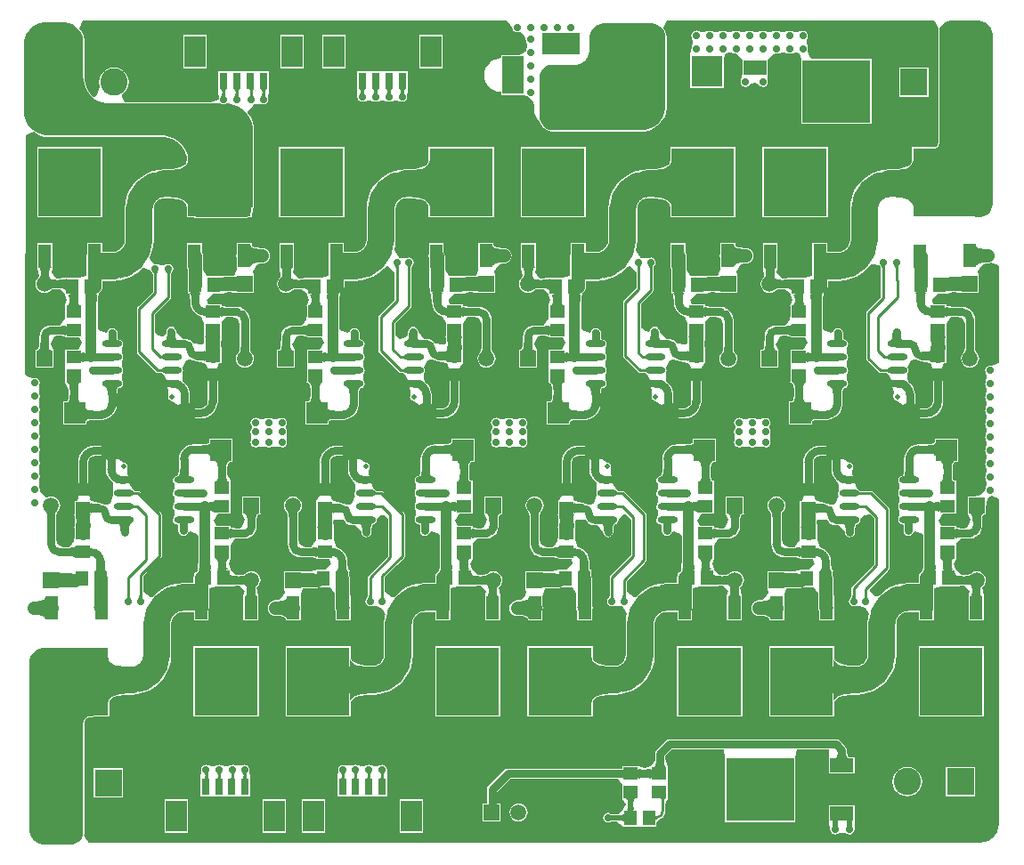
<source format=gtl>
G04*
G04 #@! TF.GenerationSoftware,Altium Limited,Altium Designer,20.0.2 (26)*
G04*
G04 Layer_Physical_Order=1*
G04 Layer_Color=255*
%FSLAX25Y25*%
%MOIN*%
G70*
G01*
G75*
%ADD12C,0.01000*%
%ADD16R,0.25590X0.23622*%
%ADD17R,0.08661X0.05315*%
%ADD18R,0.03150X0.06299*%
%ADD19R,0.07874X0.11811*%
%ADD20R,0.04567X0.05787*%
%ADD21R,0.05787X0.04567*%
%ADD22R,0.23622X0.25591*%
%ADD23R,0.04724X0.08661*%
%ADD24O,0.07480X0.02362*%
%ADD25C,0.02000*%
%ADD35C,0.02800*%
%ADD46C,0.02000*%
%ADD47C,0.10000*%
%ADD48C,0.03000*%
%ADD49C,0.05000*%
%ADD50C,0.04000*%
%ADD51C,0.05906*%
%ADD52R,0.05906X0.05906*%
%ADD53R,0.07874X0.14173*%
%ADD54R,0.14173X0.07874*%
%ADD55R,0.10236X0.10236*%
%ADD56C,0.10236*%
%ADD57C,0.07874*%
%ADD58R,0.07874X0.07874*%
%ADD59R,0.05906X0.05906*%
%ADD60R,0.11811X0.11811*%
G36*
X612104Y422789D02*
X613105Y422374D01*
X614006Y421772D01*
X614772Y421006D01*
X615374Y420105D01*
X615789Y419104D01*
X616000Y418042D01*
X616000Y417500D01*
X616000D01*
X616000Y354500D01*
X616000Y354008D01*
X615808Y353042D01*
X615431Y352132D01*
X614884Y351313D01*
X614187Y350616D01*
X613368Y350069D01*
X612458Y349692D01*
X611492Y349500D01*
X611000Y349500D01*
Y349500D01*
X609500D01*
Y350000D01*
X588102D01*
X587367Y350305D01*
X586804Y350867D01*
X586500Y351602D01*
Y352000D01*
Y352985D01*
X586519Y352993D01*
X586530Y353019D01*
X586554Y353033D01*
X586592Y353169D01*
X586646Y353299D01*
Y356553D01*
X597500D01*
X598044Y356625D01*
X598657Y356685D01*
X598775Y356721D01*
X598910Y356739D01*
X599119Y356825D01*
X599769Y357023D01*
X600794Y357571D01*
X601692Y358308D01*
X602429Y359206D01*
X602977Y360231D01*
X603315Y361343D01*
X603429Y362500D01*
X603447D01*
X603261Y363910D01*
X602717Y365223D01*
X601851Y366351D01*
X600723Y367217D01*
X599410Y367761D01*
X598000Y367947D01*
X596590Y367761D01*
X595831Y367447D01*
X586646D01*
Y369423D01*
X586769Y370042D01*
X587297Y371316D01*
X588063Y372462D01*
X589038Y373437D01*
X590184Y374203D01*
X591458Y374731D01*
X592811Y375000D01*
X593500D01*
X593988Y375048D01*
X594889Y375421D01*
X595579Y376111D01*
X595952Y377012D01*
X596000Y377500D01*
X596000Y418500D01*
X596000Y418943D01*
X596173Y419813D01*
X596512Y420632D01*
X597005Y421369D01*
X597631Y421995D01*
X598368Y422488D01*
X599187Y422827D01*
X600057Y423000D01*
X600500Y423000D01*
Y423000D01*
X610500Y423000D01*
X611042Y423000D01*
X612104Y422789D01*
D02*
G37*
G36*
X488000Y422000D02*
X488542Y422000D01*
X489604Y421789D01*
X490605Y421374D01*
X491506Y420772D01*
X492272Y420006D01*
X492874Y419105D01*
X493289Y418104D01*
X493500Y417042D01*
X493500Y416500D01*
X493500D01*
X493500Y416500D01*
X493500Y391000D01*
X493500Y390114D01*
X493154Y388375D01*
X492476Y386737D01*
X491491Y385263D01*
X490237Y384009D01*
X488763Y383024D01*
X487125Y382346D01*
X485386Y382000D01*
X484500Y382000D01*
X484500Y382000D01*
X484500Y382000D01*
X451500D01*
X451008Y382000D01*
X450042Y382192D01*
X449132Y382569D01*
X448313Y383116D01*
X447616Y383813D01*
X447069Y384632D01*
X446692Y385542D01*
X446500Y386508D01*
X446500Y387000D01*
X446500Y387000D01*
Y401991D01*
X446499Y402434D01*
X446671Y403305D01*
X447009Y404126D01*
X447501Y404865D01*
X448128Y405493D01*
X448866Y405986D01*
X449686Y406327D01*
X450556Y406500D01*
X451000Y406500D01*
X451000Y406500D01*
X459500Y406500D01*
X460039Y406527D01*
X461097Y406737D01*
X462093Y407149D01*
X462989Y407748D01*
X463752Y408511D01*
X464351Y409407D01*
X464763Y410403D01*
X464973Y411461D01*
X465000Y412000D01*
X465000Y412000D01*
Y416500D01*
X465000Y417042D01*
X465211Y418104D01*
X465626Y419105D01*
X466228Y420006D01*
X466994Y420772D01*
X467895Y421374D01*
X468896Y421789D01*
X469958Y422000D01*
X470500Y422000D01*
X470500Y422000D01*
X488000Y422000D01*
D02*
G37*
G36*
X343905Y397299D02*
X343820Y397269D01*
X343745Y397218D01*
X343680Y397147D01*
X343625Y397056D01*
X343580Y396945D01*
X343545Y396813D01*
X343520Y396661D01*
X343505Y396489D01*
X343500Y396297D01*
X342500D01*
X342495Y396489D01*
X342480Y396661D01*
X342455Y396813D01*
X342420Y396945D01*
X342375Y397056D01*
X342320Y397147D01*
X342255Y397218D01*
X342180Y397269D01*
X342095Y397299D01*
X342000Y397309D01*
X344000D01*
X343905Y397299D01*
D02*
G37*
G36*
X339405D02*
X339320Y397269D01*
X339245Y397218D01*
X339180Y397147D01*
X339125Y397056D01*
X339080Y396945D01*
X339045Y396813D01*
X339020Y396661D01*
X339005Y396489D01*
X339000Y396297D01*
X338000D01*
X337995Y396489D01*
X337980Y396661D01*
X337955Y396813D01*
X337920Y396945D01*
X337875Y397056D01*
X337820Y397147D01*
X337755Y397218D01*
X337680Y397269D01*
X337595Y397299D01*
X337500Y397309D01*
X339500D01*
X339405Y397299D01*
D02*
G37*
G36*
X333905D02*
X333820Y397269D01*
X333745Y397218D01*
X333680Y397147D01*
X333625Y397056D01*
X333580Y396945D01*
X333545Y396813D01*
X333520Y396661D01*
X333505Y396489D01*
X333500Y396297D01*
X332500D01*
X332495Y396489D01*
X332480Y396661D01*
X332455Y396813D01*
X332420Y396945D01*
X332375Y397056D01*
X332320Y397147D01*
X332255Y397218D01*
X332180Y397269D01*
X332095Y397299D01*
X332000Y397309D01*
X334000D01*
X333905Y397299D01*
D02*
G37*
G36*
X328905D02*
X328820Y397269D01*
X328745Y397218D01*
X328680Y397147D01*
X328625Y397056D01*
X328580Y396945D01*
X328545Y396813D01*
X328520Y396661D01*
X328505Y396489D01*
X328500Y396297D01*
X327500D01*
X327495Y396489D01*
X327480Y396661D01*
X327455Y396813D01*
X327420Y396945D01*
X327375Y397056D01*
X327320Y397147D01*
X327255Y397218D01*
X327180Y397269D01*
X327095Y397299D01*
X327000Y397309D01*
X329000D01*
X328905Y397299D01*
D02*
G37*
G36*
X343505Y395514D02*
X343519Y395385D01*
X343543Y395260D01*
X343577Y395139D01*
X343620Y395022D01*
X343673Y394909D01*
X343735Y394801D01*
X343807Y394696D01*
X343889Y394596D01*
X343980Y394500D01*
X342020D01*
X342111Y394596D01*
X342193Y394696D01*
X342265Y394801D01*
X342327Y394909D01*
X342380Y395022D01*
X342423Y395139D01*
X342457Y395260D01*
X342481Y395385D01*
X342495Y395514D01*
X342500Y395648D01*
X343500D01*
X343505Y395514D01*
D02*
G37*
G36*
X339005D02*
X339019Y395385D01*
X339043Y395260D01*
X339077Y395139D01*
X339120Y395022D01*
X339173Y394909D01*
X339235Y394801D01*
X339307Y394696D01*
X339389Y394596D01*
X339480Y394500D01*
X337520D01*
X337611Y394596D01*
X337693Y394696D01*
X337765Y394801D01*
X337827Y394909D01*
X337880Y395022D01*
X337923Y395139D01*
X337957Y395260D01*
X337981Y395385D01*
X337995Y395514D01*
X338000Y395648D01*
X339000D01*
X339005Y395514D01*
D02*
G37*
G36*
X333505D02*
X333519Y395385D01*
X333543Y395260D01*
X333577Y395139D01*
X333620Y395022D01*
X333673Y394909D01*
X333735Y394801D01*
X333807Y394696D01*
X333889Y394596D01*
X333980Y394500D01*
X332020D01*
X332111Y394596D01*
X332193Y394696D01*
X332265Y394801D01*
X332327Y394909D01*
X332380Y395022D01*
X332423Y395139D01*
X332457Y395260D01*
X332481Y395385D01*
X332495Y395514D01*
X332500Y395648D01*
X333500D01*
X333505Y395514D01*
D02*
G37*
G36*
X328505D02*
X328519Y395385D01*
X328543Y395260D01*
X328577Y395139D01*
X328620Y395022D01*
X328673Y394909D01*
X328735Y394801D01*
X328807Y394696D01*
X328889Y394596D01*
X328980Y394500D01*
X327020D01*
X327111Y394596D01*
X327193Y394696D01*
X327265Y394801D01*
X327327Y394909D01*
X327380Y395022D01*
X327423Y395139D01*
X327457Y395260D01*
X327481Y395385D01*
X327495Y395514D01*
X327500Y395648D01*
X328500D01*
X328505Y395514D01*
D02*
G37*
G36*
X594746Y422240D02*
X595782Y420000D01*
X595773Y419978D01*
Y419934D01*
X595748Y419897D01*
X595575Y419028D01*
X595584Y418984D01*
X595567Y418943D01*
X595567Y418500D01*
X595567Y377521D01*
X595527Y377119D01*
X595212Y376356D01*
X594644Y375788D01*
X594419Y375695D01*
X585789D01*
Y370764D01*
X585783Y370754D01*
X585703Y370110D01*
X585487Y369589D01*
X585120Y369121D01*
X584583Y368698D01*
X583863Y368324D01*
X582957Y368009D01*
X581865Y367759D01*
X580590Y367579D01*
X579134Y367470D01*
X578105Y367447D01*
X577500D01*
X577490Y367445D01*
X575162Y367262D01*
X572881Y366715D01*
X570715Y365817D01*
X568715Y364592D01*
X566931Y363069D01*
X565408Y361285D01*
X564183Y359285D01*
X563285Y357119D01*
X562738Y354838D01*
X562555Y352510D01*
X562553Y352500D01*
Y341000D01*
X562571Y340864D01*
X562433Y339812D01*
X561974Y338705D01*
X561245Y337755D01*
X560295Y337026D01*
X559188Y336567D01*
X558136Y336429D01*
X558000Y336447D01*
X554059D01*
Y339688D01*
X548534D01*
Y335867D01*
X548471Y335714D01*
X548371Y334957D01*
Y327538D01*
X545680Y326794D01*
X544320Y326794D01*
X540774Y326794D01*
X540724Y326815D01*
X540313Y326794D01*
X537384Y326414D01*
X536983D01*
X535074Y328657D01*
X535466Y330210D01*
X535487Y330622D01*
X535478Y330644D01*
X535480Y330701D01*
X535466Y330722D01*
Y339672D01*
X529942D01*
Y330722D01*
X529928Y330701D01*
X529929Y330644D01*
X529920Y330622D01*
X529942Y330210D01*
X530513Y327336D01*
X530445Y327219D01*
X530374Y327125D01*
X530278Y327030D01*
X530259Y326982D01*
X530109Y326868D01*
X529571Y326167D01*
X529234Y325352D01*
X529118Y324476D01*
X529234Y323601D01*
X529571Y322785D01*
X530109Y322085D01*
X530809Y321548D01*
X531625Y321210D01*
X532500Y321095D01*
X533375Y321210D01*
X534191Y321548D01*
X534887Y322082D01*
X534895Y322085D01*
X534996Y322173D01*
X535095Y322240D01*
X535219Y322304D01*
X535369Y322362D01*
X535547Y322415D01*
X535750Y322460D01*
X535974Y322495D01*
X536517Y322538D01*
X536579Y322539D01*
X537881D01*
X538151Y322532D01*
X539554Y321315D01*
X540292Y320618D01*
X540313Y320206D01*
X541002Y318449D01*
X540206Y316687D01*
X540185Y316275D01*
X540190Y316265D01*
X540188Y316226D01*
X540206Y316194D01*
X540206Y312178D01*
X540206Y312161D01*
X540204Y311964D01*
X540202Y311889D01*
X540191Y311748D01*
X540157Y311545D01*
X540021Y311046D01*
X538624Y308976D01*
X538167Y308937D01*
X537996Y308934D01*
X534996Y308934D01*
X533848Y308783D01*
X532779Y308340D01*
X532779Y308340D01*
X532371Y308027D01*
X531861Y307635D01*
X531156Y306717D01*
X531156Y306717D01*
X530713Y305648D01*
X530562Y304500D01*
X530519Y301518D01*
X530512Y301437D01*
X530446Y301023D01*
X530357Y300678D01*
X530249Y300404D01*
X530130Y300201D01*
X530005Y300061D01*
X529877Y299972D01*
X529733Y299919D01*
X529512Y299895D01*
X529512Y299895D01*
X529479Y299876D01*
X529147D01*
X529126Y299464D01*
X529130Y299455D01*
X529129Y299417D01*
X529147Y299384D01*
Y293171D01*
X535853D01*
Y299384D01*
X535871Y299417D01*
X535870Y299454D01*
X535874Y299464D01*
X535853Y299876D01*
X534864Y301765D01*
X535222Y302940D01*
X536230Y304841D01*
X537374Y305059D01*
X537930D01*
X538171Y305056D01*
X539105Y304996D01*
X539464Y304946D01*
X539758Y304884D01*
X539979Y304814D01*
X540120Y304747D01*
X540180Y304701D01*
X540182Y304698D01*
X540194Y304638D01*
X540194Y304638D01*
X540206Y304620D01*
Y304313D01*
X540618Y304292D01*
X540643Y304302D01*
X540705Y304300D01*
X540723Y304313D01*
X545678Y304313D01*
X546679Y302329D01*
X545048Y299687D01*
X540206D01*
Y295679D01*
X540206Y292680D01*
X540206Y291320D01*
X540206Y287807D01*
X540188Y287774D01*
X540190Y287735D01*
X540185Y287725D01*
X540206Y287313D01*
X540536D01*
X540569Y287295D01*
X540569Y287294D01*
X540777Y287271D01*
X540908Y287221D01*
X541027Y287134D01*
X541146Y286995D01*
X541261Y286791D01*
X541365Y286516D01*
X541451Y286170D01*
X541514Y285754D01*
X541554Y285272D01*
X541563Y284895D01*
Y282768D01*
X541552Y282377D01*
X541510Y281895D01*
X541441Y281481D01*
X541349Y281136D01*
X541237Y280861D01*
X541113Y280657D01*
X540982Y280516D01*
X540844Y280423D01*
X540689Y280368D01*
X540454Y280344D01*
X540442Y280337D01*
X539572D01*
Y271663D01*
X548246D01*
Y272442D01*
X548253Y272455D01*
X548278Y272689D01*
X548333Y272844D01*
X548425Y272982D01*
X548566Y273113D01*
X548771Y273237D01*
X549045Y273349D01*
X549390Y273441D01*
X549805Y273510D01*
X550287Y273552D01*
X550677Y273563D01*
X554000D01*
Y273551D01*
X555474Y273745D01*
X556848Y274314D01*
X558028Y275220D01*
X558934Y276400D01*
X559503Y277774D01*
X559697Y279248D01*
X559685D01*
Y282984D01*
X559695Y283387D01*
X559738Y283887D01*
X559807Y284317D01*
X559900Y284676D01*
X560012Y284961D01*
X560138Y285175D01*
X560269Y285322D01*
X560388Y285404D01*
X560924Y285511D01*
X560924Y285511D01*
X561447Y285860D01*
X561447Y285860D01*
X561797Y286383D01*
X561919Y287000D01*
X561919Y287000D01*
X561797Y287617D01*
X561797Y287617D01*
X561730Y287716D01*
X561447Y288698D01*
Y290302D01*
X561730Y291284D01*
X561797Y291383D01*
X561919Y292000D01*
X561797Y292617D01*
Y292617D01*
X561730Y292716D01*
X561447Y293698D01*
Y295302D01*
X561730Y296284D01*
X561797Y296383D01*
X561919Y297000D01*
X561797Y297617D01*
Y297617D01*
X561730Y297716D01*
X561447Y298698D01*
Y300302D01*
X561730Y301284D01*
X561797Y301383D01*
X561919Y302000D01*
X561919Y302000D01*
X561797Y302617D01*
X561797Y302617D01*
X561796Y302617D01*
X561447Y303140D01*
X561447Y303140D01*
X561447Y303140D01*
X560924Y303489D01*
X560924Y303489D01*
X560307Y303612D01*
X560307Y303612D01*
X559937Y303982D01*
X559937Y306000D01*
X559937Y306000D01*
X559790Y306741D01*
X559790Y306741D01*
X559370Y307370D01*
X559370Y307370D01*
X558841Y307723D01*
X558741Y307790D01*
X558741Y307790D01*
X558000Y307937D01*
X557841Y307906D01*
X557259Y307790D01*
X557259Y307790D01*
X556630Y307370D01*
X556630Y307370D01*
X556210Y306741D01*
X556210Y306741D01*
X556173Y306554D01*
X555451Y306062D01*
X552842Y307260D01*
X552513Y307671D01*
X552451Y307819D01*
Y317443D01*
X552480Y319160D01*
X552533Y319937D01*
X552564Y320188D01*
X552568Y320206D01*
X552687D01*
X552708Y320618D01*
X552708Y320618D01*
X552759Y320967D01*
X553365Y321432D01*
X553829Y322038D01*
X554122Y322743D01*
X554221Y323500D01*
Y325553D01*
X558000D01*
Y325552D01*
X560417Y325743D01*
X560876Y325853D01*
X562774Y326308D01*
X565013Y327236D01*
X567080Y328503D01*
X568923Y330077D01*
X570273Y331658D01*
X571532Y331716D01*
X573636Y331301D01*
X573702Y331202D01*
X573715Y331193D01*
X573786Y331118D01*
X573846Y331044D01*
X573898Y330968D01*
X573943Y330891D01*
X573980Y330811D01*
X574011Y330728D01*
X574035Y330641D01*
X574052Y330550D01*
X574063Y330454D01*
X574067Y330337D01*
X574082Y330304D01*
Y319380D01*
X569391Y314688D01*
X568851Y314149D01*
X568652Y313851D01*
X568582Y313500D01*
Y312648D01*
Y297352D01*
Y296500D01*
X568652Y296149D01*
X568851Y295851D01*
X573351Y291351D01*
X573649Y291152D01*
X574000Y291082D01*
X575592D01*
X575627Y291067D01*
X575893Y291062D01*
X576119Y291049D01*
X576310Y291027D01*
X576416Y291008D01*
X576553Y290860D01*
X576765Y290718D01*
X576777Y290703D01*
X576801Y290693D01*
X576827Y290660D01*
X576867Y290650D01*
X577076Y290511D01*
X577112Y290468D01*
X578174Y288323D01*
X578392Y287388D01*
X578315Y287000D01*
X578371Y286716D01*
X578371Y286716D01*
X578462Y286259D01*
X578462Y286259D01*
X579014Y284126D01*
X578825Y282000D01*
X578933Y281454D01*
Y281454D01*
X579243Y280991D01*
X579706Y280681D01*
X580252Y280573D01*
X582452Y279233D01*
X583063Y278698D01*
Y276000D01*
X583210Y275259D01*
X583630Y274630D01*
X584259Y274210D01*
X585000Y274063D01*
X591000D01*
X591062Y274075D01*
X592255Y274193D01*
X593461Y274559D01*
X594573Y275153D01*
X595547Y275953D01*
X596347Y276927D01*
X596941Y278039D01*
X597307Y279245D01*
X597425Y280438D01*
X597437Y280500D01*
Y290394D01*
X597437Y290496D01*
X597437Y290496D01*
X597313Y291120D01*
X597290Y291237D01*
X597290D01*
X596936Y291766D01*
X596870Y291866D01*
X597706Y294820D01*
X598794D01*
Y299725D01*
X598815Y299775D01*
X598794Y300187D01*
X598630Y301881D01*
X598794Y304313D01*
X598815Y304725D01*
X598794Y304775D01*
X598794Y308822D01*
X598794Y308840D01*
X598796Y309032D01*
X598798Y309107D01*
X598809Y309248D01*
X598842Y309450D01*
X598980Y309954D01*
X600383Y312021D01*
X600833Y312060D01*
X601068Y312063D01*
X602930D01*
X604806Y311306D01*
X605563Y309430D01*
Y300731D01*
X605545Y300252D01*
X605519Y300003D01*
X605484Y299773D01*
X605439Y299570D01*
X605386Y299393D01*
X605327Y299243D01*
X605263Y299118D01*
X605197Y299019D01*
X605108Y298919D01*
X605106Y298911D01*
X604571Y298215D01*
X604234Y297399D01*
X604118Y296524D01*
X604234Y295648D01*
X604571Y294833D01*
X605109Y294132D01*
X605809Y293595D01*
X606625Y293257D01*
X607500Y293142D01*
X608375Y293257D01*
X609191Y293595D01*
X609891Y294132D01*
X610429Y294833D01*
X610766Y295648D01*
X610882Y296524D01*
X610766Y297399D01*
X610429Y298215D01*
X609894Y298911D01*
X609892Y298919D01*
X609803Y299019D01*
X609737Y299118D01*
X609673Y299243D01*
X609614Y299393D01*
X609561Y299570D01*
X609516Y299773D01*
X609481Y299997D01*
X609438Y300540D01*
X609437Y300603D01*
Y311000D01*
X609442Y311000D01*
X609274Y312279D01*
X608780Y313471D01*
X608780Y313471D01*
X608631Y313666D01*
X607995Y314495D01*
X607166Y315131D01*
X606971Y315280D01*
X606971Y315280D01*
X605779Y315774D01*
X604500Y315942D01*
Y315937D01*
X601071D01*
X600829Y315940D01*
X599896Y316001D01*
X599536Y316051D01*
X599242Y316113D01*
X599021Y316183D01*
X598881Y316250D01*
X598821Y316297D01*
X598818Y316300D01*
X598806Y316362D01*
X598806Y316362D01*
X598794Y316380D01*
Y316687D01*
X598382Y316708D01*
X598357Y316698D01*
X598295Y316700D01*
X598277Y316687D01*
X593748D01*
X593291Y318390D01*
X595463Y320706D01*
X598687D01*
X598687Y320706D01*
X599196Y320863D01*
X601178Y321378D01*
X604147Y321124D01*
X604559Y321103D01*
X604610Y321124D01*
X610853D01*
Y327463D01*
X610853Y327829D01*
X610500Y329080D01*
X611080Y330276D01*
X611988Y331460D01*
X612661Y331950D01*
X613200Y332007D01*
X614010Y332025D01*
X614039Y332037D01*
X614757Y332132D01*
X615462Y332424D01*
X615500Y332453D01*
X617494Y331858D01*
X618500Y331130D01*
Y295160D01*
X618058Y294786D01*
X615812Y293746D01*
X615500Y293736D01*
X615000Y293835D01*
X615000Y293835D01*
X614686Y293773D01*
D01*
X614298Y293696D01*
X614298Y293695D01*
X614032Y293518D01*
X613702Y293298D01*
X613525Y293032D01*
X613305Y292702D01*
X613304Y292702D01*
X613165Y292000D01*
X613165Y292000D01*
X613227Y291687D01*
X613227Y291686D01*
X613304Y291298D01*
X613616Y289500D01*
X613304Y287702D01*
X613242Y287389D01*
X613165Y287000D01*
X613227Y286686D01*
X613304Y286298D01*
X613616Y284500D01*
X613304Y282702D01*
X613242Y282389D01*
X613165Y282000D01*
X613227Y281686D01*
X613304Y281298D01*
X613616Y279500D01*
X613304Y277702D01*
X613242Y277389D01*
X613165Y277000D01*
X613227Y276686D01*
X613304Y276298D01*
X613616Y274500D01*
X613304Y272702D01*
X613242Y272389D01*
X613165Y272000D01*
X613227Y271686D01*
X613304Y271298D01*
X613616Y269500D01*
X613304Y267702D01*
X613242Y267389D01*
X613165Y267000D01*
X613227Y266686D01*
X613304Y266298D01*
X613616Y264500D01*
X613304Y262702D01*
X613242Y262389D01*
X613165Y262000D01*
X613227Y261686D01*
X613304Y261298D01*
X613616Y259500D01*
X613304Y257702D01*
X613242Y257389D01*
X613165Y257000D01*
X613227Y256686D01*
X613304Y256298D01*
X613616Y254500D01*
X613304Y252702D01*
X613242Y252389D01*
X613165Y252000D01*
X613227Y251686D01*
X613304Y251298D01*
X613616Y249500D01*
X613304Y247702D01*
X613165Y247000D01*
X611671Y245535D01*
X611671Y245535D01*
X611671Y245535D01*
Y245535D01*
X608964Y244829D01*
X606647D01*
Y241124D01*
X606647Y238616D01*
X606629Y238583D01*
X606630Y238545D01*
X606626Y238536D01*
X606647Y238124D01*
X607636Y236235D01*
X607278Y235060D01*
X606271Y233159D01*
X605126Y232941D01*
X604570D01*
X604329Y232944D01*
X603395Y233004D01*
X603036Y233054D01*
X602741Y233116D01*
X602521Y233186D01*
X602380Y233253D01*
X602320Y233299D01*
X602318Y233301D01*
X602306Y233362D01*
X602306Y233362D01*
X602294Y233380D01*
Y233687D01*
X601882Y233708D01*
X601857Y233698D01*
X601795Y233700D01*
X601777Y233687D01*
X596822Y233687D01*
X595821Y235671D01*
X597452Y238313D01*
X602294D01*
Y242320D01*
X602294Y245321D01*
X602294Y246679D01*
X602294Y250194D01*
X602312Y250226D01*
X602310Y250265D01*
X602315Y250275D01*
X602294Y250687D01*
X601964D01*
X601931Y250706D01*
X601931Y250706D01*
X601723Y250729D01*
X601592Y250779D01*
X601473Y250866D01*
X601354Y251005D01*
X601239Y251209D01*
X601135Y251484D01*
X601049Y251831D01*
X600986Y252246D01*
X600946Y252728D01*
X600937Y253105D01*
Y255231D01*
X600948Y255620D01*
X600990Y256100D01*
X601059Y256513D01*
X601151Y256856D01*
X601263Y257129D01*
X601387Y257332D01*
X601518Y257473D01*
X601655Y257565D01*
X601811Y257620D01*
X602045Y257644D01*
X602079Y257663D01*
X602928D01*
Y266337D01*
X594253D01*
Y265558D01*
X594247Y265546D01*
X594222Y265311D01*
X594167Y265156D01*
X594075Y265018D01*
X593933Y264887D01*
X593729Y264763D01*
X593455Y264651D01*
X593110Y264559D01*
X592695Y264490D01*
X592213Y264447D01*
X591822Y264437D01*
X588500D01*
Y264449D01*
X587026Y264255D01*
X585652Y263685D01*
X584472Y262780D01*
X583566Y261600D01*
X582997Y260226D01*
X582803Y258752D01*
X582815D01*
Y255016D01*
X582804Y254613D01*
X582762Y254113D01*
X582693Y253683D01*
X582600Y253325D01*
X582488Y253039D01*
X582362Y252825D01*
X582231Y252678D01*
X582112Y252596D01*
X581576Y252489D01*
X581576Y252489D01*
X581053Y252140D01*
X581053Y252140D01*
X580703Y251617D01*
X580581Y251000D01*
X580581Y251000D01*
X580703Y250383D01*
X580703Y250383D01*
X580770Y250284D01*
X581053Y249302D01*
Y247698D01*
X580770Y246716D01*
X580703Y246617D01*
X580581Y246000D01*
X580703Y245383D01*
Y245383D01*
X580770Y245284D01*
X581053Y244302D01*
Y242698D01*
X580770Y241716D01*
X580703Y241617D01*
X580581Y241000D01*
X580703Y240383D01*
Y240383D01*
X580770Y240284D01*
X581053Y239302D01*
Y237698D01*
X580770Y236716D01*
X580703Y236617D01*
X580581Y236000D01*
X580581Y236000D01*
X580703Y235383D01*
X580703Y235383D01*
X580704Y235383D01*
X581053Y234860D01*
X581053Y234860D01*
X581053Y234860D01*
X581576Y234511D01*
X581576Y234511D01*
X582193Y234388D01*
X582193Y234388D01*
X582563Y234018D01*
X582563Y232000D01*
X582563Y232000D01*
X582710Y231259D01*
X582710Y231259D01*
X583130Y230630D01*
X583130Y230630D01*
X583659Y230277D01*
X583759Y230210D01*
X583759Y230210D01*
X584500Y230063D01*
X584659Y230094D01*
X585241Y230210D01*
X585241Y230210D01*
X585870Y230630D01*
X585870Y230630D01*
X586290Y231259D01*
X586290Y231259D01*
X586327Y231446D01*
X587049Y231939D01*
X589658Y230740D01*
X589987Y230329D01*
X590049Y230181D01*
Y220557D01*
X590020Y218840D01*
X589967Y218063D01*
X589935Y217812D01*
X589932Y217794D01*
X589813D01*
X589792Y217382D01*
X589792Y217382D01*
X589741Y217033D01*
X589135Y216568D01*
X588670Y215963D01*
X588378Y215257D01*
X588279Y214500D01*
Y212447D01*
X584500D01*
Y212448D01*
X582084Y212258D01*
X581624Y212147D01*
X579726Y211692D01*
X577487Y210764D01*
X575420Y209497D01*
X573577Y207923D01*
X573151Y207425D01*
X572017Y207492D01*
X569953Y209530D01*
X569929Y210131D01*
X576590Y216793D01*
X577149Y217351D01*
X577348Y217649D01*
X577418Y218000D01*
Y218852D01*
Y239148D01*
Y240000D01*
X577348Y240351D01*
X577149Y240649D01*
X571751Y246046D01*
X571149Y246649D01*
X570851Y246848D01*
X570500Y246918D01*
X566908D01*
X566873Y246933D01*
X566607Y246938D01*
X566381Y246951D01*
X566190Y246973D01*
X566084Y246992D01*
X565947Y247140D01*
X565734Y247282D01*
X565723Y247297D01*
X565699Y247307D01*
X565672Y247340D01*
X565633Y247350D01*
X565424Y247489D01*
X565388Y247532D01*
X564326Y249677D01*
X564108Y250612D01*
X564185Y251000D01*
X564129Y251284D01*
X564038Y251741D01*
X564038Y251741D01*
X563836Y252044D01*
X563829Y252060D01*
X563481Y253846D01*
X563451Y254165D01*
X563567Y255454D01*
X563675Y256000D01*
X563567Y256546D01*
X563257Y257009D01*
X562794Y257319D01*
X562248Y257427D01*
X560048Y258767D01*
X559437Y259302D01*
Y262000D01*
X559290Y262741D01*
X558870Y263370D01*
X558241Y263790D01*
X557500Y263937D01*
X551500D01*
X551438Y263925D01*
X550245Y263807D01*
X549039Y263441D01*
X547927Y262847D01*
X546953Y262047D01*
X546153Y261073D01*
X545559Y259961D01*
X545193Y258755D01*
X545075Y257562D01*
X545063Y257500D01*
Y247606D01*
X545063Y247504D01*
X545063Y247504D01*
X545187Y246880D01*
X545210Y246763D01*
X545210D01*
X545564Y246234D01*
X545630Y246134D01*
X544794Y243179D01*
X543706D01*
Y238275D01*
X543685Y238225D01*
X543706Y237813D01*
X543870Y236119D01*
X543706Y233687D01*
X543685Y233275D01*
X543706Y233225D01*
X543706Y229178D01*
X543706Y229160D01*
X543705Y228969D01*
X543702Y228893D01*
X543691Y228752D01*
X543658Y228550D01*
X543520Y228046D01*
X542117Y225979D01*
X541667Y225940D01*
X541432Y225937D01*
X539570D01*
X537694Y226694D01*
X536937Y228570D01*
Y237269D01*
X536955Y237748D01*
X536980Y237998D01*
X537016Y238227D01*
X537061Y238430D01*
X537114Y238607D01*
X537173Y238757D01*
X537237Y238882D01*
X537303Y238981D01*
X537392Y239081D01*
X537394Y239089D01*
X537929Y239786D01*
X538266Y240601D01*
X538382Y241476D01*
X538266Y242352D01*
X537929Y243167D01*
X537391Y243868D01*
X536691Y244405D01*
X535875Y244743D01*
X535000Y244858D01*
X534125Y244743D01*
X533309Y244405D01*
X532609Y243868D01*
X532071Y243167D01*
X531734Y242352D01*
X531618Y241476D01*
X531734Y240601D01*
X532071Y239786D01*
X532606Y239089D01*
X532608Y239081D01*
X532697Y238981D01*
X532763Y238882D01*
X532827Y238757D01*
X532886Y238607D01*
X532939Y238430D01*
X532984Y238227D01*
X533019Y238002D01*
X533062Y237459D01*
X533063Y237397D01*
Y227000D01*
X533058Y227000D01*
X533226Y225721D01*
X533720Y224529D01*
X533720Y224529D01*
X533869Y224334D01*
X534505Y223505D01*
X535334Y222869D01*
X535529Y222720D01*
X535529Y222720D01*
X536721Y222226D01*
X538000Y222058D01*
Y222063D01*
X541429D01*
X541671Y222059D01*
X542604Y221999D01*
X542964Y221949D01*
X543258Y221887D01*
X543479Y221817D01*
X543619Y221750D01*
X543679Y221703D01*
X543681Y221700D01*
X543694Y221638D01*
X543694Y221638D01*
X543706Y221620D01*
Y221313D01*
X544118Y221292D01*
X544143Y221302D01*
X544205Y221300D01*
X544223Y221313D01*
X548752D01*
X549209Y219610D01*
X547037Y217294D01*
X543813D01*
X543813Y217294D01*
X543304Y217137D01*
X541322Y216622D01*
X538353Y216876D01*
X537941Y216897D01*
X537890Y216876D01*
X531647D01*
Y210538D01*
X531647Y210171D01*
X532000Y208920D01*
X531420Y207724D01*
X530512Y206540D01*
X529839Y206050D01*
X529300Y205993D01*
X528490Y205976D01*
X528461Y205963D01*
X527743Y205868D01*
X527037Y205576D01*
X526432Y205111D01*
X525967Y204505D01*
X525675Y203800D01*
X525575Y203043D01*
Y203000D01*
X525675Y202243D01*
X525967Y201537D01*
X526432Y200932D01*
X527037Y200467D01*
X527743Y200175D01*
X528500Y200075D01*
X528725Y200105D01*
X529307Y200092D01*
X530021Y200039D01*
X530643Y199953D01*
X531168Y199834D01*
X531596Y199688D01*
X531924Y199521D01*
X532155Y199341D01*
X532304Y199155D01*
X532388Y198956D01*
X532424Y198670D01*
X532424Y198670D01*
X532441Y198639D01*
Y198312D01*
X532853Y198291D01*
X532865Y198296D01*
X532907Y198294D01*
X532938Y198312D01*
X537966D01*
Y202133D01*
X538029Y202286D01*
X538129Y203043D01*
X538029Y203800D01*
X537966Y203952D01*
Y207181D01*
X537966Y207219D01*
X537971Y207367D01*
X538066Y208067D01*
X538863Y210402D01*
X542004Y210586D01*
X542943Y210591D01*
X542962Y210599D01*
X543821D01*
X544000Y210575D01*
X544757Y210675D01*
X544834Y210706D01*
X549180Y210706D01*
X550579Y208286D01*
Y203351D01*
X550576Y203351D01*
X550686Y202518D01*
X551008Y201742D01*
X551008Y201742D01*
X551034Y201707D01*
Y198328D01*
X556559D01*
Y202150D01*
X556622Y202302D01*
X556721Y203059D01*
X556622Y203816D01*
X556559Y203969D01*
Y207790D01*
X556429D01*
Y214000D01*
X556329Y214757D01*
X556187Y215100D01*
X556187Y216777D01*
X556200Y216795D01*
X556198Y216857D01*
X556208Y216882D01*
X556187Y217294D01*
X555880D01*
X555862Y217306D01*
X555862Y217306D01*
X555801Y217318D01*
X555799Y217320D01*
X555753Y217380D01*
X555686Y217521D01*
X555664Y217590D01*
X555447Y220500D01*
X555261Y221909D01*
X554717Y223221D01*
X553853Y224348D01*
X552725Y225214D01*
X551413Y225757D01*
X551364Y225764D01*
X550294Y228321D01*
X550294Y229679D01*
Y233225D01*
X550315Y233275D01*
X550294Y233687D01*
X550130Y235381D01*
X550150Y235672D01*
X550824Y236069D01*
X551011Y236129D01*
X554093Y236033D01*
X554718Y235219D01*
X555533Y234593D01*
X556482Y234200D01*
X557447Y234073D01*
X557500Y234063D01*
X558425D01*
X560563Y231500D01*
X560563Y231500D01*
X560710Y230759D01*
X560710Y230759D01*
X561130Y230130D01*
X561130Y230130D01*
X561759Y229710D01*
X561759Y229710D01*
X562500Y229563D01*
X562784Y229619D01*
X562784D01*
X563241Y229710D01*
X563241Y229710D01*
X563870Y230130D01*
X563870Y230130D01*
X564290Y230759D01*
X564290Y230759D01*
X564437Y231500D01*
X564437Y231500D01*
X564437Y231602D01*
X564437Y231602D01*
X564437Y231989D01*
X564437Y231989D01*
X564447Y232405D01*
X564490Y232922D01*
X564559Y233369D01*
X564653Y233744D01*
X564767Y234047D01*
X564895Y234276D01*
X565026Y234432D01*
X565424Y234511D01*
X565424Y234511D01*
X565947Y234860D01*
X565947Y234860D01*
X566296Y235383D01*
X566419Y236000D01*
X566419Y236000D01*
X566408Y236055D01*
X567652Y237858D01*
X570203Y237999D01*
X571582Y236620D01*
Y236204D01*
Y219796D01*
Y219380D01*
X563912Y211710D01*
X563351Y211149D01*
X563152Y210851D01*
X563082Y210500D01*
Y207696D01*
X563067Y207663D01*
X563063Y207546D01*
X563052Y207450D01*
X563035Y207359D01*
X563011Y207272D01*
X562980Y207189D01*
X562943Y207109D01*
X562898Y207032D01*
X562846Y206956D01*
X562786Y206882D01*
X562715Y206807D01*
X562702Y206798D01*
Y206798D01*
X562304Y206202D01*
Y206202D01*
X562165Y205500D01*
X562165Y205500D01*
X562304Y204798D01*
Y204798D01*
X562304Y204798D01*
X562702Y204202D01*
Y204202D01*
X563298Y203804D01*
X563298Y203804D01*
X564000Y203665D01*
Y203665D01*
X564307Y203717D01*
X564855Y203811D01*
X564919Y203811D01*
X565826Y203804D01*
X566085Y203787D01*
X568228Y203218D01*
X569278Y201615D01*
X569580Y200821D01*
X569353Y199876D01*
X569242Y199416D01*
X569052Y197000D01*
X569053D01*
Y185500D01*
X569069Y185380D01*
X568946Y184443D01*
X568538Y183458D01*
X567888Y182612D01*
X567042Y181962D01*
X566057Y181554D01*
X565120Y181431D01*
X565000Y181447D01*
X564395D01*
X563366Y181470D01*
X561910Y181579D01*
X560635Y181759D01*
X559543Y182009D01*
X558637Y182324D01*
X557917Y182698D01*
X557380Y183121D01*
X557013Y183589D01*
X556797Y184109D01*
X556717Y184754D01*
X556711Y184764D01*
Y188695D01*
X532289D01*
Y162305D01*
X556711D01*
Y167236D01*
X556717Y167246D01*
X556797Y167891D01*
X557013Y168411D01*
X557380Y168879D01*
X557917Y169302D01*
X558637Y169676D01*
X559543Y169991D01*
X560635Y170241D01*
X561910Y170421D01*
X563366Y170530D01*
X564395Y170553D01*
X565000D01*
X565010Y170555D01*
X567338Y170738D01*
X569619Y171285D01*
X571785Y172183D01*
X573785Y173408D01*
X575568Y174932D01*
X577092Y176715D01*
X578317Y178715D01*
X579215Y180881D01*
X579762Y183162D01*
X579945Y185490D01*
X579947Y185500D01*
Y197000D01*
X579929Y197136D01*
X580067Y198188D01*
X580526Y199295D01*
X581255Y200245D01*
X582205Y200974D01*
X583312Y201433D01*
X584364Y201571D01*
X584500Y201553D01*
X588441D01*
Y198312D01*
X593966D01*
Y202133D01*
X594029Y202286D01*
X594129Y203043D01*
Y210462D01*
X596820Y211206D01*
X598179Y211206D01*
X601725Y211206D01*
X601777Y211185D01*
X602187Y211206D01*
X605116Y211586D01*
X605517D01*
X607426Y209343D01*
X607034Y207790D01*
X607013Y207378D01*
X607022Y207356D01*
X607020Y207299D01*
X607034Y207278D01*
Y198328D01*
X612559D01*
Y207278D01*
X612572Y207299D01*
X612571Y207356D01*
X612579Y207378D01*
X612559Y207790D01*
X611987Y210664D01*
X612055Y210782D01*
X612126Y210875D01*
X612222Y210970D01*
X612241Y211017D01*
X612391Y211132D01*
X612929Y211833D01*
X613266Y212648D01*
X613382Y213524D01*
X613266Y214399D01*
X612929Y215214D01*
X612391Y215915D01*
X611691Y216452D01*
X610875Y216790D01*
X610000Y216905D01*
X609125Y216790D01*
X608309Y216452D01*
X607613Y215918D01*
X607605Y215915D01*
X607504Y215827D01*
X607405Y215760D01*
X607281Y215697D01*
X607131Y215637D01*
X606953Y215585D01*
X606750Y215540D01*
X606526Y215505D01*
X605983Y215462D01*
X605921Y215461D01*
X604619D01*
X604349Y215468D01*
X602946Y216685D01*
X602208Y217382D01*
X602187Y217794D01*
X601498Y219551D01*
X602294Y221313D01*
X602315Y221725D01*
X602310Y221735D01*
X602312Y221774D01*
X602294Y221807D01*
X602294Y225822D01*
X602294Y225839D01*
X602296Y226036D01*
X602298Y226111D01*
X602310Y226252D01*
X602343Y226454D01*
X602479Y226955D01*
X603876Y229024D01*
X604333Y229064D01*
X604504Y229066D01*
X607504Y229066D01*
X608651Y229217D01*
X609721Y229660D01*
X609721Y229660D01*
X610129Y229973D01*
X610639Y230365D01*
X611344Y231283D01*
X611344Y231283D01*
X611787Y232352D01*
X611938Y233500D01*
X611981Y236482D01*
X611988Y236563D01*
X612054Y236977D01*
X612143Y237322D01*
X612251Y237596D01*
X612370Y237799D01*
X612495Y237939D01*
X612623Y238028D01*
X612767Y238081D01*
X612988Y238105D01*
X612988Y238105D01*
X613021Y238124D01*
X613353D01*
X613374Y238536D01*
X613370Y238545D01*
X613371Y238583D01*
X613353Y238616D01*
Y240903D01*
X614013Y243629D01*
X614519Y244416D01*
X615642Y245259D01*
X615812Y245254D01*
X618058Y244214D01*
X618500Y243840D01*
Y123000D01*
Y122212D01*
X618193Y120667D01*
X617590Y119211D01*
X616714Y117900D01*
X615600Y116786D01*
X614289Y115910D01*
X612833Y115307D01*
X611288Y115000D01*
X277850D01*
X277374Y115309D01*
X276233Y116843D01*
X275831Y118000D01*
X275925Y118472D01*
X275916Y118516D01*
X275933Y118557D01*
X275933Y119000D01*
X275933Y159979D01*
X275973Y160381D01*
X276288Y161144D01*
X276856Y161712D01*
X277619Y162027D01*
X278021Y162067D01*
X278689D01*
X278730Y162084D01*
X278774Y162075D01*
X279927Y162305D01*
X285211D01*
Y167236D01*
X285217Y167246D01*
X285297Y167891D01*
X285513Y168411D01*
X285880Y168879D01*
X286417Y169302D01*
X287137Y169676D01*
X288043Y169991D01*
X289135Y170241D01*
X290410Y170421D01*
X291866Y170530D01*
X292895Y170553D01*
X293500D01*
X293510Y170555D01*
X295838Y170738D01*
X298119Y171285D01*
X300285Y172183D01*
X302285Y173408D01*
X304068Y174932D01*
X305592Y176715D01*
X306817Y178715D01*
X307715Y180881D01*
X308262Y183162D01*
X308445Y185490D01*
X308447Y185500D01*
Y197000D01*
X308429Y197136D01*
X308567Y198188D01*
X309026Y199295D01*
X309755Y200245D01*
X310705Y200974D01*
X311812Y201433D01*
X312864Y201571D01*
X313000Y201553D01*
X316941D01*
Y198312D01*
X322466D01*
Y202133D01*
X322529Y202286D01*
X322629Y203043D01*
Y210462D01*
X325321Y211206D01*
X326679Y211206D01*
X330225Y211206D01*
X330276Y211185D01*
X330687Y211206D01*
X333616Y211586D01*
X334017D01*
X335926Y209343D01*
X335534Y207790D01*
X335513Y207378D01*
X335522Y207356D01*
X335520Y207299D01*
X335534Y207278D01*
Y198328D01*
X341058D01*
Y207278D01*
X341072Y207299D01*
X341071Y207356D01*
X341079Y207378D01*
X341058Y207790D01*
X340487Y210664D01*
X340555Y210782D01*
X340626Y210875D01*
X340722Y210970D01*
X340741Y211017D01*
X340891Y211132D01*
X341429Y211833D01*
X341766Y212648D01*
X341882Y213524D01*
X341766Y214399D01*
X341429Y215214D01*
X340891Y215915D01*
X340191Y216452D01*
X339375Y216790D01*
X338500Y216905D01*
X337625Y216790D01*
X336809Y216452D01*
X336113Y215918D01*
X336105Y215915D01*
X336004Y215827D01*
X335905Y215760D01*
X335781Y215697D01*
X335631Y215637D01*
X335453Y215585D01*
X335250Y215540D01*
X335026Y215505D01*
X334483Y215462D01*
X334421Y215461D01*
X333119D01*
X332849Y215468D01*
X331446Y216685D01*
X330708Y217382D01*
X330687Y217794D01*
X329998Y219551D01*
X330794Y221313D01*
X330815Y221725D01*
X330810Y221735D01*
X330812Y221774D01*
X330794Y221807D01*
X330794Y225822D01*
X330794Y225839D01*
X330796Y226036D01*
X330798Y226111D01*
X330809Y226252D01*
X330843Y226454D01*
X330979Y226955D01*
X332376Y229024D01*
X332833Y229064D01*
X333004Y229066D01*
X336004Y229066D01*
X337152Y229217D01*
X338221Y229660D01*
X338221Y229660D01*
X338629Y229973D01*
X339139Y230365D01*
X339844Y231283D01*
X339844Y231283D01*
X340287Y232352D01*
X340438Y233500D01*
X340481Y236482D01*
X340488Y236563D01*
X340554Y236977D01*
X340643Y237322D01*
X340751Y237596D01*
X340870Y237799D01*
X340995Y237939D01*
X341123Y238028D01*
X341267Y238081D01*
X341488Y238105D01*
X341488Y238105D01*
X341521Y238124D01*
X341853D01*
X341874Y238536D01*
X341870Y238545D01*
X341871Y238583D01*
X341853Y238616D01*
Y244829D01*
X335147D01*
Y241124D01*
X335147Y238616D01*
X335129Y238583D01*
X335130Y238545D01*
X335126Y238536D01*
X335147Y238124D01*
X336136Y236235D01*
X335778Y235060D01*
X334770Y233159D01*
X333626Y232941D01*
X333070D01*
X332829Y232944D01*
X331895Y233004D01*
X331536Y233054D01*
X331241Y233116D01*
X331021Y233186D01*
X330880Y233253D01*
X330820Y233299D01*
X330818Y233301D01*
X330806Y233362D01*
X330806Y233362D01*
X330794Y233380D01*
Y233687D01*
X330382Y233708D01*
X330357Y233698D01*
X330295Y233700D01*
X330277Y233687D01*
X325322Y233687D01*
X324321Y235671D01*
X325952Y238313D01*
X330794D01*
Y242320D01*
X330794Y245321D01*
X330794Y246679D01*
X330794Y250194D01*
X330812Y250226D01*
X330810Y250265D01*
X330815Y250275D01*
X330794Y250687D01*
X329437Y253262D01*
Y255231D01*
X329448Y255620D01*
X329490Y256100D01*
X329559Y256513D01*
X329651Y256856D01*
X329763Y257129D01*
X329887Y257332D01*
X330018Y257473D01*
X330155Y257565D01*
X330311Y257620D01*
X330545Y257644D01*
X330579Y257663D01*
X331428D01*
Y266337D01*
X322754D01*
Y265558D01*
X322747Y265546D01*
X322722Y265311D01*
X322667Y265156D01*
X322575Y265018D01*
X322433Y264887D01*
X322229Y264763D01*
X321955Y264651D01*
X321610Y264559D01*
X321195Y264490D01*
X320713Y264447D01*
X320322Y264437D01*
X317000D01*
Y264449D01*
X315526Y264255D01*
X314152Y263685D01*
X312972Y262780D01*
X312066Y261600D01*
X311497Y260226D01*
X311303Y258752D01*
X311315D01*
Y255016D01*
X311304Y254613D01*
X311262Y254113D01*
X311193Y253683D01*
X311100Y253325D01*
X310988Y253039D01*
X310862Y252825D01*
X310731Y252678D01*
X310612Y252596D01*
X310076Y252489D01*
X309553Y252140D01*
X309553Y252140D01*
X309204Y251617D01*
X309081Y251000D01*
X309081Y251000D01*
X309081Y251000D01*
X309204Y250383D01*
X309204Y250383D01*
X309270Y250284D01*
X309553Y249302D01*
Y247698D01*
X309270Y246716D01*
X309204Y246617D01*
X309081Y246000D01*
X309204Y245383D01*
Y245383D01*
X309270Y245284D01*
X309553Y244302D01*
Y242698D01*
X309270Y241716D01*
X309204Y241617D01*
X309081Y241000D01*
X309204Y240383D01*
Y240383D01*
X309270Y240284D01*
X309553Y239302D01*
Y237698D01*
X309270Y236716D01*
X309204Y236617D01*
X309081Y236000D01*
X309081Y236000D01*
X309204Y235383D01*
X309204Y235383D01*
X309204Y235383D01*
X309553Y234860D01*
X309553Y234860D01*
X309553Y234860D01*
X310076Y234511D01*
X310076Y234511D01*
X310693Y234388D01*
X310693Y234388D01*
X311063Y234018D01*
X311063Y232000D01*
X311063Y232000D01*
X311210Y231259D01*
X311210Y231259D01*
X311630Y230630D01*
X311630Y230630D01*
X312159Y230277D01*
X312259Y230210D01*
X312259Y230210D01*
X313000Y230063D01*
X313159Y230094D01*
X313741Y230210D01*
X313741Y230210D01*
X314370Y230630D01*
X314370Y230630D01*
X314790Y231259D01*
X314790Y231259D01*
X314827Y231446D01*
X315549Y231939D01*
X318158Y230740D01*
X318487Y230329D01*
X318549Y230181D01*
Y220557D01*
X318520Y218840D01*
X318467Y218063D01*
X318436Y217812D01*
X318432Y217794D01*
X318313D01*
X318292Y217382D01*
X318292Y217382D01*
X318241Y217033D01*
X317635Y216568D01*
X317171Y215963D01*
X316878Y215257D01*
X316779Y214500D01*
Y212447D01*
X313000D01*
Y212448D01*
X310583Y212258D01*
X310124Y212147D01*
X308226Y211692D01*
X305987Y210764D01*
X303920Y209497D01*
X302077Y207923D01*
X301405Y207136D01*
X301167Y207054D01*
X300696Y207012D01*
X300597Y207035D01*
X297918Y209251D01*
Y215120D01*
X299348Y216550D01*
X304097Y221299D01*
X304649Y221851D01*
X304848Y222149D01*
X304918Y222500D01*
Y223352D01*
Y237148D01*
Y238000D01*
X304848Y238351D01*
X304649Y238649D01*
X304046Y239251D01*
X297114Y246183D01*
X296649Y246649D01*
X296351Y246848D01*
X296000Y246918D01*
X295408D01*
X295373Y246933D01*
X295107Y246938D01*
X294881Y246951D01*
X294690Y246973D01*
X294541Y247000D01*
X294447Y247140D01*
X294447Y247140D01*
X294232Y247284D01*
X294223Y247297D01*
X294195Y247308D01*
X294193Y247310D01*
X294173Y247340D01*
X294133Y247350D01*
X293924Y247489D01*
X293888Y247532D01*
X292826Y249677D01*
X292608Y250612D01*
X292685Y251000D01*
X292629Y251284D01*
X292538Y251741D01*
X292538Y251741D01*
X292336Y252044D01*
X292329Y252060D01*
X291981Y253846D01*
X291951Y254165D01*
X292067Y255454D01*
X292176Y256000D01*
X292067Y256546D01*
X291757Y257009D01*
X291294Y257319D01*
X290748Y257427D01*
X288548Y258767D01*
X287937Y259302D01*
Y262000D01*
X287790Y262741D01*
X287370Y263370D01*
X286741Y263790D01*
X286000Y263937D01*
X280000D01*
X279938Y263925D01*
X278745Y263807D01*
X277539Y263441D01*
X276427Y262847D01*
X275453Y262047D01*
X274653Y261073D01*
X274059Y259961D01*
X273693Y258755D01*
X273575Y257562D01*
X273563Y257500D01*
Y247606D01*
X273563Y247504D01*
X273563Y247504D01*
X273687Y246880D01*
X273710Y246763D01*
X273710D01*
X274064Y246234D01*
X274130Y246134D01*
X273294Y243179D01*
X272206D01*
Y238275D01*
X272185Y238225D01*
X272206Y237813D01*
X272370Y236119D01*
X272206Y233687D01*
X272185Y233275D01*
X272206Y233225D01*
X272206Y229178D01*
X272206Y229160D01*
X272204Y228969D01*
X272202Y228893D01*
X272191Y228752D01*
X272158Y228550D01*
X272020Y228046D01*
X270617Y225979D01*
X270167Y225940D01*
X269932Y225937D01*
X268070D01*
X266194Y226694D01*
X265437Y228570D01*
Y237269D01*
X265455Y237748D01*
X265480Y237998D01*
X265516Y238227D01*
X265561Y238430D01*
X265614Y238607D01*
X265673Y238757D01*
X265737Y238882D01*
X265803Y238981D01*
X265892Y239081D01*
X265894Y239089D01*
X266429Y239786D01*
X266766Y240601D01*
X266882Y241476D01*
X266766Y242352D01*
X266429Y243167D01*
X265891Y243868D01*
X265191Y244405D01*
X264375Y244743D01*
X263500Y244858D01*
X262625Y244743D01*
X261963Y244469D01*
X261717Y244439D01*
X259278Y246721D01*
X259245Y247044D01*
X259335Y247500D01*
X259273Y247814D01*
X259196Y248202D01*
X258884Y250000D01*
X259196Y251798D01*
X259258Y252111D01*
X259335Y252500D01*
X259273Y252814D01*
X259196Y253202D01*
X258884Y255000D01*
X259196Y256798D01*
X259258Y257111D01*
X259335Y257500D01*
X259273Y257814D01*
X259196Y258202D01*
X258884Y260000D01*
X259196Y261798D01*
X259258Y262111D01*
X259335Y262500D01*
X259273Y262814D01*
X259196Y263202D01*
X258884Y265000D01*
X259196Y266798D01*
X259258Y267111D01*
X259335Y267500D01*
X259273Y267814D01*
X259196Y268202D01*
X258884Y270000D01*
X259196Y271798D01*
X259258Y272111D01*
X259335Y272500D01*
X259273Y272814D01*
X259196Y273202D01*
X258884Y275000D01*
X259196Y276798D01*
X259258Y277111D01*
X259335Y277500D01*
X259273Y277814D01*
X259196Y278202D01*
X258884Y280000D01*
X259196Y281798D01*
X259258Y282111D01*
X259335Y282500D01*
X259273Y282814D01*
X259196Y283202D01*
X258884Y285000D01*
X259196Y286798D01*
X259335Y287500D01*
X259335Y287500D01*
X259273Y287814D01*
X259273Y287814D01*
X259196Y288202D01*
X259196Y288202D01*
X259018Y288468D01*
X259018D01*
X258798Y288798D01*
X258798Y288798D01*
X258532Y288975D01*
X258202Y289195D01*
X258202Y289196D01*
X257500Y289335D01*
X257500Y289335D01*
X257187Y289273D01*
Y289273D01*
X256798Y289196D01*
X256798D01*
X256785Y289187D01*
X254690Y289874D01*
X253787Y290517D01*
X253939Y379978D01*
X255293Y380906D01*
X256941Y381369D01*
X257996Y380664D01*
X258040Y380656D01*
X258071Y380624D01*
X259709Y379946D01*
X259753D01*
X259790Y379921D01*
X261529Y379575D01*
X261573Y379584D01*
X261614Y379567D01*
X304989D01*
X305927Y379521D01*
X307777Y379153D01*
X309509Y378435D01*
X311068Y377394D01*
X312394Y376068D01*
X313436Y374509D01*
X314153Y372777D01*
X314289Y372093D01*
Y370764D01*
X314283Y370754D01*
X314203Y370110D01*
X313987Y369589D01*
X313620Y369121D01*
X313083Y368698D01*
X312363Y368324D01*
X311457Y368009D01*
X310365Y367759D01*
X309090Y367579D01*
X307634Y367470D01*
X306605Y367447D01*
X306000D01*
X305990Y367445D01*
X303662Y367262D01*
X301381Y366715D01*
X299215Y365817D01*
X297215Y364592D01*
X295431Y363069D01*
X293908Y361285D01*
X292683Y359285D01*
X291785Y357119D01*
X291238Y354838D01*
X291055Y352510D01*
X291053Y352500D01*
Y341000D01*
X291071Y340864D01*
X290933Y339812D01*
X290474Y338705D01*
X289745Y337755D01*
X288795Y337026D01*
X287688Y336567D01*
X286636Y336429D01*
X286500Y336447D01*
X282559D01*
Y339688D01*
X277034D01*
Y335867D01*
X276971Y335714D01*
X276871Y334957D01*
Y327538D01*
X274180Y326794D01*
X272820Y326794D01*
X269274Y326794D01*
X269223Y326815D01*
X268813Y326794D01*
X265884Y326414D01*
X265483D01*
X263574Y328657D01*
X263966Y330210D01*
X263987Y330622D01*
X263978Y330644D01*
X263980Y330701D01*
X263966Y330722D01*
Y339672D01*
X258441D01*
Y330722D01*
X258428Y330701D01*
X258429Y330644D01*
X258420Y330622D01*
X258441Y330210D01*
X259013Y327336D01*
X258945Y327219D01*
X258874Y327125D01*
X258778Y327030D01*
X258759Y326982D01*
X258609Y326868D01*
X258071Y326167D01*
X257734Y325352D01*
X257618Y324476D01*
X257734Y323601D01*
X258071Y322785D01*
X258609Y322085D01*
X259309Y321548D01*
X260125Y321210D01*
X261000Y321095D01*
X261875Y321210D01*
X262691Y321548D01*
X263387Y322082D01*
X263395Y322085D01*
X263496Y322173D01*
X263595Y322240D01*
X263719Y322304D01*
X263869Y322362D01*
X264047Y322415D01*
X264250Y322460D01*
X264474Y322495D01*
X265017Y322538D01*
X265079Y322539D01*
X266381D01*
X266651Y322532D01*
X268054Y321315D01*
X268792Y320618D01*
X268813Y320206D01*
X269502Y318449D01*
X268706Y316687D01*
X268685Y316275D01*
X268690Y316265D01*
X268688Y316226D01*
X268706Y316194D01*
X268706Y312178D01*
X268706Y312161D01*
X268704Y311964D01*
X268702Y311889D01*
X268690Y311748D01*
X268657Y311545D01*
X268521Y311046D01*
X267124Y308976D01*
X266667Y308937D01*
X266496Y308934D01*
X263496Y308934D01*
X262349Y308783D01*
X261279Y308340D01*
X261279Y308340D01*
X260871Y308027D01*
X260361Y307635D01*
X259656Y306717D01*
X259656Y306717D01*
X259213Y305648D01*
X259062Y304500D01*
X259019Y301518D01*
X259012Y301437D01*
X258946Y301023D01*
X258857Y300678D01*
X258749Y300404D01*
X258630Y300201D01*
X258505Y300061D01*
X258377Y299972D01*
X258233Y299919D01*
X258012Y299895D01*
X258012Y299895D01*
X257979Y299876D01*
X257647D01*
X257626Y299464D01*
X257630Y299455D01*
X257629Y299417D01*
X257647Y299384D01*
Y293171D01*
X264353D01*
Y296876D01*
X264353Y299384D01*
X264371Y299417D01*
X264370Y299454D01*
X264374Y299464D01*
X264353Y299876D01*
X263364Y301765D01*
X263722Y302940D01*
X264729Y304841D01*
X265874Y305059D01*
X266430D01*
X266671Y305056D01*
X267605Y304996D01*
X267964Y304946D01*
X268259Y304884D01*
X268479Y304814D01*
X268620Y304747D01*
X268680Y304701D01*
X268682Y304698D01*
X268694Y304638D01*
X268694Y304638D01*
X268706Y304620D01*
Y304313D01*
X269118Y304292D01*
X269143Y304302D01*
X269205Y304300D01*
X269223Y304313D01*
X274178Y304313D01*
X275179Y302329D01*
X273548Y299687D01*
X268706D01*
Y295679D01*
X268706Y292680D01*
X268706Y291320D01*
X268706Y287807D01*
X268688Y287774D01*
X268690Y287735D01*
X268685Y287725D01*
X268706Y287313D01*
X270063Y284738D01*
Y282768D01*
X270053Y282377D01*
X270010Y281895D01*
X269941Y281481D01*
X269849Y281136D01*
X269737Y280861D01*
X269613Y280657D01*
X269482Y280516D01*
X269344Y280423D01*
X269189Y280368D01*
X268954Y280344D01*
X268942Y280337D01*
X268072D01*
Y271663D01*
X276747D01*
Y272442D01*
X276753Y272455D01*
X276778Y272689D01*
X276833Y272844D01*
X276925Y272982D01*
X277066Y273113D01*
X277271Y273237D01*
X277545Y273349D01*
X277890Y273441D01*
X278305Y273510D01*
X278787Y273552D01*
X279178Y273563D01*
X282500D01*
Y273551D01*
X283974Y273745D01*
X285348Y274314D01*
X286528Y275220D01*
X287434Y276400D01*
X288003Y277774D01*
X288197Y279248D01*
X288185D01*
Y282984D01*
X288195Y283387D01*
X288238Y283887D01*
X288307Y284317D01*
X288400Y284676D01*
X288512Y284961D01*
X288638Y285175D01*
X288769Y285322D01*
X288888Y285404D01*
X289424Y285511D01*
X289947Y285860D01*
X289947Y285860D01*
X290297Y286383D01*
X290419Y287000D01*
X290419Y287000D01*
X290419Y287000D01*
X290297Y287617D01*
X290297Y287617D01*
X290230Y287716D01*
X289947Y288698D01*
Y290302D01*
X290230Y291284D01*
X290297Y291383D01*
X290419Y292000D01*
X290297Y292617D01*
Y292617D01*
X290230Y292716D01*
X289947Y293698D01*
Y295302D01*
X290230Y296284D01*
X290297Y296383D01*
X290419Y297000D01*
X290297Y297617D01*
Y297617D01*
X290230Y297716D01*
X289947Y298698D01*
Y300302D01*
X290230Y301284D01*
X290297Y301383D01*
X290419Y302000D01*
X290419Y302000D01*
X290297Y302617D01*
X290297Y302617D01*
X290296Y302617D01*
X289947Y303140D01*
X289947Y303140D01*
X289947Y303140D01*
X289424Y303489D01*
X289424Y303489D01*
X288807Y303612D01*
X288807Y303612D01*
X288437Y303982D01*
X288437Y306000D01*
X288437Y306000D01*
X288290Y306741D01*
X288290Y306741D01*
X287870Y307370D01*
X287870Y307370D01*
X287341Y307723D01*
X287241Y307790D01*
X287241Y307790D01*
X286500Y307937D01*
X286341Y307906D01*
X285759Y307790D01*
X285759Y307790D01*
X285130Y307370D01*
X285130Y307370D01*
X284710Y306741D01*
X284710Y306741D01*
X284673Y306554D01*
X283951Y306062D01*
X281342Y307260D01*
X281013Y307671D01*
X280951Y307819D01*
Y317443D01*
X280980Y319160D01*
X281033Y319937D01*
X281065Y320188D01*
X281068Y320206D01*
X281187D01*
X281208Y320618D01*
X281208Y320618D01*
X281259Y320967D01*
X281865Y321432D01*
X282330Y322038D01*
X282622Y322743D01*
X282721Y323500D01*
Y325553D01*
X286500D01*
Y325552D01*
X288916Y325743D01*
X289376Y325853D01*
X291274Y326308D01*
X293513Y327236D01*
X295580Y328503D01*
X297423Y330077D01*
X297748Y330457D01*
X298252Y330378D01*
X300804Y329298D01*
X301202Y328702D01*
X301215Y328693D01*
X301286Y328618D01*
X301346Y328544D01*
X301398Y328468D01*
X301443Y328391D01*
X301480Y328311D01*
X301511Y328228D01*
X301535Y328141D01*
X301552Y328050D01*
X301563Y327954D01*
X301567Y327837D01*
X301582Y327804D01*
Y321380D01*
X296395Y316193D01*
X295851Y315649D01*
X295652Y315351D01*
X295582Y315000D01*
Y314148D01*
Y299852D01*
Y299000D01*
X295652Y298649D01*
X295851Y298351D01*
X296454Y297749D01*
X302385Y291817D01*
X302851Y291351D01*
X303149Y291152D01*
X303500Y291082D01*
X304092D01*
X304127Y291067D01*
X304393Y291062D01*
X304619Y291049D01*
X304810Y291027D01*
X304960Y291000D01*
X305053Y290860D01*
X305053Y290860D01*
X305269Y290716D01*
X305277Y290703D01*
X305305Y290692D01*
X305307Y290690D01*
X305328Y290660D01*
X305367Y290650D01*
X305576Y290511D01*
X305612Y290468D01*
X306674Y288323D01*
X306892Y287388D01*
X306815Y287000D01*
X306871Y286716D01*
X306871Y286716D01*
X306962Y286259D01*
X306962Y286259D01*
X307513Y284126D01*
X307325Y282000D01*
X307433Y281454D01*
Y281454D01*
X307743Y280991D01*
X308206Y280681D01*
X308752Y280573D01*
X310952Y279233D01*
X311563Y278698D01*
Y276000D01*
X311710Y275259D01*
X312130Y274630D01*
X312759Y274210D01*
X313500Y274063D01*
X319500D01*
X319562Y274075D01*
X320755Y274193D01*
X321961Y274559D01*
X323073Y275153D01*
X324047Y275953D01*
X324847Y276927D01*
X325441Y278039D01*
X325807Y279245D01*
X325925Y280438D01*
X325937Y280500D01*
Y290394D01*
X325937Y290496D01*
X325937Y290496D01*
X325813Y291120D01*
X325790Y291237D01*
X325790D01*
X325436Y291766D01*
X325370Y291866D01*
X326206Y294820D01*
X327294D01*
Y299725D01*
X327315Y299775D01*
X327294Y300187D01*
X327130Y301881D01*
X327294Y304313D01*
X327315Y304725D01*
X327294Y304775D01*
X327294Y308822D01*
X327294Y308840D01*
X327295Y309032D01*
X327298Y309107D01*
X327309Y309248D01*
X327342Y309450D01*
X327480Y309954D01*
X328883Y312021D01*
X329333Y312060D01*
X329568Y312063D01*
X331430D01*
X333306Y311306D01*
X334063Y309430D01*
Y300731D01*
X334045Y300252D01*
X334019Y300003D01*
X333984Y299773D01*
X333939Y299570D01*
X333886Y299393D01*
X333827Y299243D01*
X333763Y299118D01*
X333697Y299019D01*
X333608Y298919D01*
X333606Y298911D01*
X333071Y298215D01*
X332734Y297399D01*
X332618Y296524D01*
X332734Y295648D01*
X333071Y294833D01*
X333609Y294132D01*
X334309Y293595D01*
X335125Y293257D01*
X336000Y293142D01*
X336875Y293257D01*
X337691Y293595D01*
X338391Y294132D01*
X338929Y294833D01*
X339266Y295648D01*
X339382Y296524D01*
X339266Y297399D01*
X338929Y298215D01*
X338394Y298911D01*
X338392Y298919D01*
X338303Y299019D01*
X338237Y299118D01*
X338173Y299243D01*
X338114Y299393D01*
X338061Y299570D01*
X338016Y299773D01*
X337981Y299997D01*
X337938Y300540D01*
X337937Y300603D01*
Y311000D01*
X337942Y311000D01*
X337774Y312279D01*
X337280Y313471D01*
X337280Y313471D01*
X337131Y313666D01*
X336495Y314495D01*
X335666Y315131D01*
X335471Y315280D01*
X335471Y315280D01*
X334279Y315774D01*
X333000Y315942D01*
Y315937D01*
X329571D01*
X329329Y315940D01*
X328396Y316001D01*
X328036Y316051D01*
X327742Y316113D01*
X327521Y316183D01*
X327381Y316250D01*
X327321Y316297D01*
X327319Y316300D01*
X327306Y316362D01*
X327306Y316362D01*
X327294Y316380D01*
Y316687D01*
X326882Y316708D01*
X326857Y316698D01*
X326795Y316700D01*
X326777Y316687D01*
X322248D01*
X321791Y318390D01*
X323963Y320706D01*
X327187D01*
X327187Y320706D01*
X327696Y320863D01*
X329678Y321378D01*
X332647Y321124D01*
X333059Y321103D01*
X333110Y321124D01*
X339353D01*
Y327463D01*
X339353Y327829D01*
X339000Y329080D01*
X339580Y330276D01*
X340488Y331460D01*
X341161Y331950D01*
X341700Y332007D01*
X342510Y332025D01*
X342539Y332037D01*
X343257Y332132D01*
X343963Y332424D01*
X344568Y332889D01*
X345033Y333495D01*
X345325Y334200D01*
X345425Y334957D01*
Y335000D01*
X345325Y335757D01*
X345033Y336462D01*
X344568Y337068D01*
X343963Y337533D01*
X343257Y337825D01*
X342500Y337925D01*
X342275Y337895D01*
X341693Y337908D01*
X340979Y337961D01*
X340357Y338047D01*
X339832Y338166D01*
X339404Y338312D01*
X339076Y338479D01*
X338845Y338659D01*
X338696Y338845D01*
X338612Y339044D01*
X338576Y339330D01*
X338576Y339330D01*
X338559Y339361D01*
Y339688D01*
X338147Y339709D01*
X338135Y339704D01*
X338092Y339706D01*
X338062Y339688D01*
X333034D01*
Y335867D01*
X332971Y335714D01*
X332871Y334957D01*
X332971Y334200D01*
X333034Y334048D01*
Y330819D01*
X333034Y330781D01*
X333029Y330633D01*
X332934Y329933D01*
X332137Y327598D01*
X328996Y327414D01*
X328057Y327409D01*
X328038Y327401D01*
X327179D01*
X327000Y327425D01*
X326243Y327325D01*
X326167Y327294D01*
X321820Y327294D01*
X320421Y329714D01*
Y334649D01*
X320424Y334649D01*
X320314Y335482D01*
X319992Y336258D01*
X319992Y336259D01*
X319966Y336293D01*
Y339672D01*
X314441D01*
Y335851D01*
X314378Y335698D01*
X314279Y334941D01*
X314378Y334184D01*
X314441Y334031D01*
Y330210D01*
X314571D01*
Y324000D01*
X314671Y323243D01*
X314813Y322900D01*
X314813Y321223D01*
X314800Y321205D01*
X314802Y321143D01*
X314792Y321118D01*
X314813Y320706D01*
X315120D01*
X315138Y320694D01*
X315138Y320694D01*
X315198Y320682D01*
X315201Y320680D01*
X315247Y320620D01*
X315315Y320479D01*
X315336Y320410D01*
X315553Y317500D01*
X315739Y316091D01*
X316283Y314779D01*
X317148Y313651D01*
X318275Y312787D01*
X319587Y312243D01*
X319636Y312236D01*
X320706Y309680D01*
X320706Y308320D01*
Y304775D01*
X320685Y304725D01*
X320706Y304313D01*
X320870Y302619D01*
X320850Y302328D01*
X320176Y301931D01*
X319989Y301871D01*
X316907Y301967D01*
X316282Y302782D01*
X315467Y303407D01*
X314518Y303800D01*
X313553Y303927D01*
X313500Y303937D01*
X312575D01*
X310437Y306500D01*
X310437Y306500D01*
X310290Y307241D01*
X310290Y307241D01*
X309870Y307870D01*
X309870Y307870D01*
X309241Y308290D01*
X309241Y308290D01*
X308500Y308437D01*
X308216Y308381D01*
X308216D01*
X307759Y308290D01*
X307759Y308290D01*
X307130Y307870D01*
X307130Y307870D01*
X306710Y307241D01*
X306710Y307241D01*
X306563Y306500D01*
X306563Y306500D01*
X306563Y306398D01*
X306563Y306398D01*
X306563Y306011D01*
X306563Y306011D01*
X306562Y305998D01*
X305418Y304812D01*
X304887Y304838D01*
X303150Y305579D01*
X303035Y305686D01*
X302418Y306602D01*
Y313120D01*
X307605Y318307D01*
X308149Y318851D01*
X308348Y319149D01*
X308418Y319500D01*
Y320308D01*
Y327804D01*
X308433Y327837D01*
X308437Y327954D01*
X308448Y328050D01*
X308465Y328141D01*
X308489Y328228D01*
X308520Y328311D01*
X308557Y328391D01*
X308602Y328468D01*
X308654Y328544D01*
X308714Y328618D01*
X308785Y328693D01*
X308798Y328702D01*
Y328702D01*
X309196Y329298D01*
Y329298D01*
X309335Y330000D01*
X309335Y330000D01*
X309196Y330702D01*
X309195Y330702D01*
X308798Y331298D01*
X308798Y331298D01*
X308202Y331696D01*
X308202Y331696D01*
X307500Y331835D01*
X307500Y331835D01*
X307187Y331773D01*
X307187Y331773D01*
X306798Y331696D01*
X306798D01*
X305000Y331384D01*
X303202Y331696D01*
X302889Y331758D01*
X302500Y331835D01*
X302459Y331827D01*
X300811Y333448D01*
X300367Y334237D01*
X301192Y336226D01*
X301647Y338124D01*
X301758Y338583D01*
X301948Y341000D01*
X301947D01*
Y352500D01*
X301931Y352620D01*
X302054Y353557D01*
X302462Y354542D01*
X303112Y355388D01*
X303958Y356038D01*
X304943Y356446D01*
X305880Y356569D01*
X306000Y356553D01*
X306605D01*
X307634Y356530D01*
X309090Y356421D01*
X310365Y356241D01*
X311457Y355991D01*
X312363Y355676D01*
X313083Y355302D01*
X313620Y354879D01*
X313987Y354411D01*
X314203Y353890D01*
X314283Y353246D01*
X314289Y353236D01*
Y349305D01*
X317144D01*
X317313Y349235D01*
X317358D01*
X317395Y349210D01*
X318071Y349075D01*
X318114Y349084D01*
X318155Y349067D01*
X336497D01*
X336577Y349100D01*
X336663D01*
X337157Y349305D01*
X338711D01*
Y350881D01*
X338900Y351337D01*
Y351423D01*
X338933Y351503D01*
Y352657D01*
X339166Y352753D01*
X339227Y352814D01*
X339306Y352847D01*
X339339Y352927D01*
X339400Y352988D01*
Y353074D01*
X339433Y353153D01*
Y382000D01*
Y382985D01*
X339416Y383026D01*
X339425Y383069D01*
X339040Y385001D01*
X339016Y385038D01*
Y385083D01*
X338262Y386902D01*
X338230Y386934D01*
X338222Y386977D01*
X337127Y388615D01*
X337408Y389572D01*
X338962Y391260D01*
X339075Y391380D01*
X339809Y391758D01*
X341540Y391744D01*
X342768Y391703D01*
X342789Y391701D01*
X343000Y391665D01*
X343000Y391665D01*
X343314Y391727D01*
X343314Y391727D01*
X343702Y391804D01*
X343702Y391804D01*
X344298Y392202D01*
X344298Y392202D01*
X344298Y392202D01*
X344695Y392798D01*
X344696Y392798D01*
X344835Y393500D01*
X344835Y393500D01*
X344759Y393885D01*
X344770Y394097D01*
X344911Y396885D01*
X344911Y400339D01*
Y403984D01*
X340961Y403984D01*
X338015Y403984D01*
X336040Y403984D01*
X334119Y403984D01*
X330147Y403984D01*
Y403984D01*
X326198D01*
Y397763D01*
X326198D01*
X326198Y396885D01*
X326241Y393885D01*
X326165Y393500D01*
X323318Y392433D01*
X290956D01*
X290161Y394295D01*
X290113Y395433D01*
X290936Y396064D01*
X291820Y397217D01*
X292376Y398559D01*
X292566Y400000D01*
X292376Y401440D01*
X291820Y402783D01*
X290936Y403936D01*
X289783Y404820D01*
X288440Y405376D01*
X287000Y405566D01*
X285560Y405376D01*
X284217Y404820D01*
X283064Y403936D01*
X282180Y402783D01*
X281624Y401440D01*
X281434Y400000D01*
X281624Y398559D01*
X281790Y398158D01*
X280868Y395544D01*
X280269Y394779D01*
X279432Y394606D01*
X278106Y395932D01*
X277064Y397491D01*
X276347Y399223D01*
X275979Y401073D01*
X275933Y402011D01*
Y415000D01*
Y415739D01*
X275916Y415780D01*
X275925Y415823D01*
X275636Y417272D01*
X275612Y417309D01*
Y417353D01*
X275046Y418718D01*
X275015Y418750D01*
X275006Y418793D01*
X274186Y420021D01*
X274149Y420046D01*
X274132Y420087D01*
X275462Y423000D01*
X433897D01*
X434576Y422493D01*
X436165Y420500D01*
X436242Y420109D01*
X436242Y420109D01*
X436304Y419798D01*
X436305Y419798D01*
X436482Y419532D01*
X436702Y419202D01*
X436968Y419025D01*
X437298Y418804D01*
X438000Y418665D01*
X438000Y418665D01*
X438359Y418736D01*
X438909Y418648D01*
X440272Y417619D01*
X441155Y416387D01*
X441183Y416090D01*
X441165Y416000D01*
X441227Y415686D01*
X441304Y415298D01*
X441616Y413500D01*
X441333Y411865D01*
X441050Y411535D01*
X439539Y410537D01*
X438270Y410176D01*
X432053D01*
Y409024D01*
X430823Y408903D01*
X429634Y408543D01*
X428539Y407957D01*
X427579Y407169D01*
X426791Y406209D01*
X426205Y405114D01*
X425845Y403925D01*
X425723Y402689D01*
X425845Y401453D01*
X426205Y400264D01*
X426791Y399169D01*
X427579Y398209D01*
X428539Y397421D01*
X429634Y396835D01*
X430823Y396475D01*
X432053Y396354D01*
Y395202D01*
X438497D01*
X440727Y395202D01*
X442298Y394304D01*
X442298Y394304D01*
X442298D01*
X442762Y393960D01*
X443896Y392382D01*
X444378Y391422D01*
X444349Y391327D01*
X444227Y390090D01*
X444349Y388854D01*
X444709Y387666D01*
X445295Y386570D01*
X446083Y385610D01*
X446267Y385459D01*
X446268Y385457D01*
X446292Y385420D01*
Y385376D01*
X446669Y384466D01*
X446700Y384435D01*
X446709Y384391D01*
X447256Y383572D01*
X447293Y383547D01*
X447310Y383506D01*
X448006Y382810D01*
X448047Y382793D01*
X448072Y382756D01*
X448891Y382209D01*
X448935Y382200D01*
X448966Y382169D01*
X449876Y381792D01*
X449920D01*
X449957Y381768D01*
X450923Y381575D01*
X450967Y381584D01*
X451008Y381567D01*
X451500Y381567D01*
X484500D01*
X484500Y381567D01*
X485386Y381567D01*
X485427Y381584D01*
X485471Y381575D01*
X487210Y381921D01*
X487247Y381946D01*
X487291D01*
X488929Y382624D01*
X488960Y382656D01*
X489004Y382664D01*
X490478Y383649D01*
X490502Y383686D01*
X490543Y383703D01*
X491797Y384957D01*
X491814Y384998D01*
X491851Y385022D01*
X492836Y386496D01*
X492844Y386540D01*
X492876Y386571D01*
X493554Y388209D01*
Y388253D01*
X493579Y388290D01*
X493925Y390029D01*
X493916Y390073D01*
X493933Y390114D01*
X493933Y391000D01*
X493933Y416500D01*
X493933Y416500D01*
X493933Y417042D01*
X493916Y417083D01*
X493925Y417126D01*
X493713Y418189D01*
X493689Y418226D01*
Y418270D01*
X493274Y419271D01*
X493243Y419302D01*
X493234Y419346D01*
X492797Y420000D01*
X493069Y421160D01*
X494133Y423000D01*
X593966D01*
X594746Y422240D01*
D02*
G37*
G36*
X586213Y353299D02*
X586126Y354002D01*
X585864Y354631D01*
X585429Y355187D01*
X584819Y355668D01*
X584035Y356075D01*
X583076Y356408D01*
X581944Y356667D01*
X580637Y356852D01*
X579155Y356963D01*
X577500Y357000D01*
Y367000D01*
X579155Y367037D01*
X580637Y367148D01*
X581944Y367333D01*
X583076Y367592D01*
X584035Y367925D01*
X584819Y368332D01*
X585429Y368813D01*
X585864Y369369D01*
X586126Y369998D01*
X586213Y370701D01*
Y353299D01*
D02*
G37*
G36*
X314713D02*
X314626Y354002D01*
X314365Y354631D01*
X313929Y355187D01*
X313319Y355668D01*
X312535Y356075D01*
X311576Y356408D01*
X310444Y356667D01*
X309137Y356852D01*
X307656Y356963D01*
X306000Y357000D01*
Y367000D01*
X307656Y367037D01*
X309137Y367148D01*
X310444Y367333D01*
X311576Y367592D01*
X312535Y367925D01*
X313319Y368332D01*
X313929Y368813D01*
X314365Y369369D01*
X314626Y369998D01*
X314713Y370701D01*
Y353299D01*
D02*
G37*
G36*
X270188Y422212D02*
X271553Y421646D01*
X272781Y420826D01*
X273826Y419781D01*
X274646Y418553D01*
X275212Y417188D01*
X275500Y415739D01*
Y415000D01*
Y402000D01*
X275548Y401020D01*
X275931Y399097D01*
X276681Y397286D01*
X277770Y395656D01*
X279156Y394270D01*
X280786Y393181D01*
X282597Y392431D01*
X284520Y392048D01*
X285500Y392000D01*
X327005D01*
X327298Y391804D01*
X328000Y391665D01*
X328702Y391804D01*
X328995Y392000D01*
X329985D01*
X331917Y391616D01*
X333737Y390862D01*
X335375Y389768D01*
X336768Y388375D01*
X337862Y386737D01*
X338616Y384917D01*
X339000Y382985D01*
Y382000D01*
Y353153D01*
X338538Y352962D01*
X338500Y353000D01*
Y351503D01*
X338119Y350584D01*
X337416Y349881D01*
X336497Y349500D01*
X318155D01*
X317479Y349635D01*
X316842Y349898D01*
X316269Y350281D01*
X315781Y350769D01*
X315398Y351342D01*
X315135Y351979D01*
X315000Y352655D01*
Y352985D01*
X315019Y352993D01*
X315030Y353019D01*
X315054Y353033D01*
X315092Y353169D01*
X315146Y353299D01*
Y356553D01*
X326000D01*
X326544Y356625D01*
X327157Y356685D01*
X327275Y356721D01*
X327410Y356739D01*
X327619Y356825D01*
X328269Y357023D01*
X329294Y357571D01*
X330192Y358308D01*
X330929Y359206D01*
X331477Y360231D01*
X331815Y361343D01*
X331928Y362500D01*
X331947D01*
X331761Y363910D01*
X331217Y365223D01*
X330351Y366351D01*
X329223Y367217D01*
X327910Y367761D01*
X326500Y367947D01*
X325090Y367761D01*
X324331Y367447D01*
X315146D01*
Y370701D01*
X315092Y370831D01*
X315054Y370967D01*
X315030Y370981D01*
X315019Y371007D01*
X314940Y371040D01*
X314569Y372903D01*
X313819Y374714D01*
X312730Y376344D01*
X311344Y377730D01*
X309714Y378819D01*
X307903Y379569D01*
X305980Y379952D01*
X305000Y380000D01*
X261614D01*
X259875Y380346D01*
X258237Y381024D01*
X256763Y382009D01*
X255509Y383263D01*
X254524Y384737D01*
X253846Y386375D01*
X253500Y388114D01*
Y389000D01*
Y414500D01*
Y415288D01*
X253807Y416833D01*
X254411Y418289D01*
X255286Y419600D01*
X256400Y420714D01*
X257711Y421590D01*
X259167Y422193D01*
X260712Y422500D01*
X268739D01*
X270188Y422212D01*
D02*
G37*
G36*
X609690Y338931D02*
X609821Y338621D01*
X610038Y338349D01*
X610343Y338112D01*
X610735Y337912D01*
X611214Y337748D01*
X611780Y337621D01*
X612433Y337530D01*
X613173Y337475D01*
X614000Y337457D01*
Y332457D01*
X613173Y332439D01*
X611780Y332294D01*
X611214Y332166D01*
X610735Y332003D01*
X610343Y331803D01*
X610038Y331566D01*
X609821Y331293D01*
X609690Y330984D01*
X609647Y330639D01*
Y339276D01*
X609690Y338931D01*
D02*
G37*
G36*
X338190D02*
X338321Y338621D01*
X338538Y338349D01*
X338843Y338112D01*
X339235Y337912D01*
X339714Y337748D01*
X340280Y337621D01*
X340933Y337530D01*
X341673Y337475D01*
X342500Y337457D01*
Y332457D01*
X341673Y332439D01*
X340280Y332294D01*
X339714Y332166D01*
X339235Y332003D01*
X338843Y331803D01*
X338538Y331566D01*
X338321Y331293D01*
X338190Y330984D01*
X338147Y330639D01*
Y339276D01*
X338190Y338931D01*
D02*
G37*
G36*
X580889Y331404D02*
X580807Y331304D01*
X580735Y331199D01*
X580673Y331091D01*
X580620Y330978D01*
X580577Y330861D01*
X580543Y330740D01*
X580519Y330615D01*
X580505Y330486D01*
X580500Y330352D01*
X579500D01*
X579495Y330486D01*
X579481Y330615D01*
X579457Y330740D01*
X579423Y330861D01*
X579380Y330978D01*
X579327Y331091D01*
X579265Y331199D01*
X579193Y331304D01*
X579111Y331404D01*
X579020Y331500D01*
X580980D01*
X580889Y331404D01*
D02*
G37*
G36*
X575889D02*
X575807Y331304D01*
X575735Y331199D01*
X575673Y331091D01*
X575620Y330978D01*
X575577Y330861D01*
X575543Y330740D01*
X575519Y330615D01*
X575505Y330486D01*
X575500Y330352D01*
X574500D01*
X574495Y330486D01*
X574481Y330615D01*
X574457Y330740D01*
X574423Y330861D01*
X574380Y330978D01*
X574327Y331091D01*
X574265Y331199D01*
X574193Y331304D01*
X574111Y331404D01*
X574020Y331500D01*
X575980D01*
X575889Y331404D01*
D02*
G37*
G36*
X308389Y328904D02*
X308307Y328804D01*
X308235Y328699D01*
X308173Y328591D01*
X308120Y328478D01*
X308077Y328361D01*
X308043Y328240D01*
X308019Y328115D01*
X308005Y327986D01*
X308000Y327852D01*
X307000D01*
X306995Y327986D01*
X306981Y328115D01*
X306957Y328240D01*
X306923Y328361D01*
X306880Y328478D01*
X306827Y328591D01*
X306765Y328699D01*
X306693Y328804D01*
X306611Y328904D01*
X306520Y329000D01*
X308480D01*
X308389Y328904D01*
D02*
G37*
G36*
X303389D02*
X303307Y328804D01*
X303235Y328699D01*
X303173Y328591D01*
X303120Y328478D01*
X303077Y328361D01*
X303043Y328240D01*
X303019Y328115D01*
X303005Y327986D01*
X303000Y327852D01*
X302000D01*
X301995Y327986D01*
X301981Y328115D01*
X301957Y328240D01*
X301923Y328361D01*
X301880Y328478D01*
X301827Y328591D01*
X301765Y328699D01*
X301693Y328804D01*
X301611Y328904D01*
X301520Y329000D01*
X303480D01*
X303389Y328904D01*
D02*
G37*
G36*
X534892Y330592D02*
X534748Y330502D01*
X534620Y330352D01*
X534510Y330142D01*
X534416Y329872D01*
X534340Y329542D01*
X534280Y329152D01*
X534238Y328702D01*
X534221Y328167D01*
X534249Y327765D01*
X534284Y327510D01*
X534330Y327276D01*
X534385Y327065D01*
X534451Y326876D01*
X534526Y326708D01*
X534612Y326562D01*
X534663Y326496D01*
X534731Y326436D01*
X534875Y326339D01*
X535041Y326254D01*
X535228Y326181D01*
X535438Y326118D01*
X535670Y326067D01*
X535923Y326027D01*
X536199Y325999D01*
X536815Y325976D01*
Y322976D01*
X536496Y322971D01*
X535923Y322925D01*
X535670Y322886D01*
X535438Y322835D01*
X535228Y322772D01*
X535041Y322699D01*
X534875Y322614D01*
X534731Y322517D01*
X534609Y322410D01*
Y326444D01*
X530583Y326723D01*
X530701Y326840D01*
X530807Y326979D01*
X530900Y327141D01*
X530980Y327325D01*
X531049Y327532D01*
X531105Y327761D01*
X531148Y328012D01*
X531179Y328286D01*
X531182Y328373D01*
X531127Y329152D01*
X531068Y329542D01*
X530991Y329872D01*
X530898Y330142D01*
X530787Y330352D01*
X530660Y330502D01*
X530515Y330592D01*
X530353Y330622D01*
X535054D01*
X534892Y330592D01*
D02*
G37*
G36*
X263392D02*
X263248Y330502D01*
X263120Y330352D01*
X263010Y330142D01*
X262916Y329872D01*
X262840Y329542D01*
X262780Y329152D01*
X262738Y328702D01*
X262721Y328167D01*
X262749Y327765D01*
X262784Y327510D01*
X262830Y327276D01*
X262885Y327065D01*
X262951Y326876D01*
X263026Y326708D01*
X263112Y326562D01*
X263163Y326496D01*
X263231Y326436D01*
X263375Y326339D01*
X263541Y326254D01*
X263728Y326181D01*
X263938Y326118D01*
X264170Y326067D01*
X264423Y326027D01*
X264699Y325999D01*
X265315Y325976D01*
Y322976D01*
X264996Y322971D01*
X264423Y322925D01*
X264170Y322886D01*
X263938Y322835D01*
X263728Y322772D01*
X263541Y322699D01*
X263375Y322614D01*
X263231Y322517D01*
X263109Y322410D01*
Y326444D01*
X259084Y326723D01*
X259201Y326840D01*
X259307Y326979D01*
X259400Y327141D01*
X259480Y327325D01*
X259549Y327532D01*
X259605Y327761D01*
X259648Y328012D01*
X259679Y328286D01*
X259682Y328373D01*
X259627Y329152D01*
X259568Y329542D01*
X259491Y329872D01*
X259398Y330142D01*
X259287Y330352D01*
X259160Y330502D01*
X259015Y330592D01*
X258854Y330622D01*
X263554D01*
X263392Y330592D01*
D02*
G37*
G36*
X604559Y321536D02*
X604509Y321619D01*
X604359Y321694D01*
X604109Y321760D01*
X603759Y321818D01*
X603309Y321866D01*
X601359Y321959D01*
X599559Y321976D01*
Y326976D01*
X600509Y326981D01*
X604109Y327192D01*
X604359Y327258D01*
X604509Y327333D01*
X604559Y327417D01*
Y321536D01*
D02*
G37*
G36*
X333059D02*
X333009Y321619D01*
X332859Y321694D01*
X332609Y321760D01*
X332259Y321818D01*
X331809Y321866D01*
X329859Y321959D01*
X328059Y321976D01*
Y326976D01*
X329009Y326981D01*
X332609Y327192D01*
X332859Y327258D01*
X333009Y327333D01*
X333059Y327417D01*
Y321536D01*
D02*
G37*
G36*
X540737Y321476D02*
X540706Y321761D01*
X540615Y322016D01*
X540464Y322241D01*
X540253Y322436D01*
X539982Y322601D01*
X539650Y322736D01*
X539259Y322841D01*
X538808Y322916D01*
X538296Y322961D01*
X537725Y322976D01*
Y325976D01*
X538295Y325980D01*
X540245Y326122D01*
X540455Y326175D01*
X540605Y326236D01*
X540695Y326305D01*
X540725Y326382D01*
X540737Y321476D01*
D02*
G37*
G36*
X269237D02*
X269206Y321761D01*
X269115Y322016D01*
X268964Y322241D01*
X268753Y322436D01*
X268482Y322601D01*
X268150Y322736D01*
X267759Y322841D01*
X267308Y322916D01*
X266796Y322961D01*
X266225Y322976D01*
Y325976D01*
X266795Y325980D01*
X268745Y326122D01*
X268955Y326175D01*
X269105Y326236D01*
X269195Y326305D01*
X269225Y326382D01*
X269237Y321476D01*
D02*
G37*
G36*
X590802Y322223D02*
X590738Y322018D01*
X590681Y321732D01*
X590632Y321367D01*
X590613Y321118D01*
X591267D01*
X591121Y321088D01*
X590990Y320998D01*
X590874Y320848D01*
X590774Y320638D01*
X590689Y320368D01*
X590620Y320038D01*
X590565Y319648D01*
X590529Y319081D01*
X590496Y317500D01*
X587496D01*
X587492Y318344D01*
X587413Y319562D01*
X587373Y320038D01*
X587303Y320368D01*
X587218Y320638D01*
X587118Y320848D01*
X587002Y320998D01*
X586871Y321088D01*
X586725Y321118D01*
X587313D01*
X587254Y322018D01*
X587190Y322223D01*
X587119Y322349D01*
X590873D01*
X590802Y322223D01*
D02*
G37*
G36*
X319302D02*
X319238Y322018D01*
X319181Y321732D01*
X319132Y321367D01*
X319113Y321118D01*
X319767D01*
X319621Y321088D01*
X319490Y320998D01*
X319374Y320848D01*
X319274Y320638D01*
X319189Y320368D01*
X319120Y320038D01*
X319065Y319648D01*
X319029Y319081D01*
X318996Y317500D01*
X315996D01*
X315992Y318344D01*
X315913Y319562D01*
X315873Y320038D01*
X315803Y320368D01*
X315718Y320638D01*
X315618Y320848D01*
X315502Y320998D01*
X315371Y321088D01*
X315225Y321118D01*
X315813D01*
X315755Y322018D01*
X315690Y322223D01*
X315619Y322349D01*
X319373D01*
X319302Y322223D01*
D02*
G37*
G36*
X552224Y320578D02*
X552178Y320458D01*
X552137Y320258D01*
X552102Y319978D01*
X552047Y319178D01*
X552004Y316618D01*
X548004D01*
X548001Y317378D01*
X547784Y320578D01*
X547732Y320618D01*
X552275D01*
X552224Y320578D01*
D02*
G37*
G36*
X280724D02*
X280678Y320458D01*
X280637Y320258D01*
X280602Y319978D01*
X280547Y319178D01*
X280504Y316618D01*
X276504D01*
X276501Y317378D01*
X276284Y320578D01*
X276233Y320618D01*
X280775D01*
X280724Y320578D01*
D02*
G37*
G36*
X545217Y320588D02*
X545171Y320498D01*
X545131Y320348D01*
X545096Y320138D01*
X545067Y319868D01*
X545013Y318744D01*
X545014Y318705D01*
X545055Y318195D01*
X545124Y317745D01*
X545221Y317355D01*
X545345Y317025D01*
X545497Y316755D01*
X545677Y316545D01*
X545884Y316395D01*
X546119Y316305D01*
X546382Y316275D01*
X540618D01*
X540881Y316305D01*
X541116Y316395D01*
X541323Y316545D01*
X541503Y316755D01*
X541655Y317025D01*
X541779Y317355D01*
X541876Y317745D01*
X541945Y318195D01*
X541967Y318464D01*
X541949Y318698D01*
X541885Y319148D01*
X541796Y319538D01*
X541681Y319868D01*
X541541Y320138D01*
X541375Y320348D01*
X541184Y320498D01*
X540967Y320588D01*
X540725Y320618D01*
X545267D01*
X545217Y320588D01*
D02*
G37*
G36*
X273717D02*
X273671Y320498D01*
X273631Y320348D01*
X273596Y320138D01*
X273567Y319868D01*
X273513Y318744D01*
X273514Y318705D01*
X273555Y318195D01*
X273624Y317745D01*
X273721Y317355D01*
X273845Y317025D01*
X273997Y316755D01*
X274177Y316545D01*
X274384Y316395D01*
X274619Y316305D01*
X274882Y316275D01*
X269118D01*
X269381Y316305D01*
X269616Y316395D01*
X269823Y316545D01*
X270003Y316755D01*
X270155Y317025D01*
X270279Y317355D01*
X270376Y317745D01*
X270445Y318195D01*
X270467Y318464D01*
X270449Y318698D01*
X270385Y319148D01*
X270296Y319538D01*
X270181Y319868D01*
X270041Y320138D01*
X269875Y320348D01*
X269684Y320498D01*
X269467Y320588D01*
X269225Y320618D01*
X273767D01*
X273717Y320588D01*
D02*
G37*
G36*
X598412Y316128D02*
X598502Y315996D01*
X598652Y315880D01*
X598862Y315779D01*
X599132Y315694D01*
X599462Y315624D01*
X599852Y315570D01*
X600812Y315508D01*
X601382Y315500D01*
Y312500D01*
X600812Y312492D01*
X599462Y312377D01*
X599132Y312308D01*
X598862Y312224D01*
X598652Y312124D01*
X598502Y312009D01*
X598412Y311878D01*
X598382Y311733D01*
Y316275D01*
X598412Y316128D01*
D02*
G37*
G36*
X326912D02*
X327002Y315996D01*
X327152Y315880D01*
X327362Y315779D01*
X327632Y315694D01*
X327962Y315624D01*
X328352Y315570D01*
X329312Y315508D01*
X329882Y315500D01*
Y312500D01*
X329312Y312492D01*
X327962Y312377D01*
X327632Y312308D01*
X327362Y312224D01*
X327152Y312124D01*
X327002Y312009D01*
X326912Y311878D01*
X326882Y311733D01*
Y316275D01*
X326912Y316128D01*
D02*
G37*
G36*
X540618Y304725D02*
X540588Y304871D01*
X540498Y305002D01*
X540348Y305118D01*
X540138Y305218D01*
X539868Y305303D01*
X539538Y305373D01*
X539148Y305427D01*
X538188Y305488D01*
X537618Y305496D01*
Y308496D01*
X538188Y308504D01*
X539538Y308619D01*
X539868Y308689D01*
X540138Y308774D01*
X540348Y308874D01*
X540498Y308990D01*
X540588Y309121D01*
X540618Y309267D01*
Y304725D01*
D02*
G37*
G36*
X269118D02*
X269088Y304871D01*
X268998Y305002D01*
X268848Y305118D01*
X268638Y305218D01*
X268368Y305303D01*
X268038Y305373D01*
X267648Y305427D01*
X266688Y305488D01*
X266118Y305496D01*
Y308496D01*
X266688Y308504D01*
X268038Y308619D01*
X268368Y308689D01*
X268638Y308774D01*
X268848Y308874D01*
X268998Y308990D01*
X269088Y309121D01*
X269118Y309267D01*
Y304725D01*
D02*
G37*
G36*
X581515Y305593D02*
X581560Y305069D01*
X581635Y304608D01*
X581740Y304210D01*
X581875Y303875D01*
X582039Y303603D01*
X582234Y303394D01*
X582459Y303247D01*
X582714Y303163D01*
X582998Y303142D01*
X577007Y302932D01*
X577291Y302974D01*
X577545Y303079D01*
X577769Y303247D01*
X577963Y303477D01*
X578127Y303770D01*
X578261Y304126D01*
X578366Y304545D01*
X578440Y305027D01*
X578485Y305572D01*
X578500Y306179D01*
X581500D01*
X581515Y305593D01*
D02*
G37*
G36*
X310015D02*
X310060Y305069D01*
X310135Y304608D01*
X310240Y304210D01*
X310375Y303875D01*
X310539Y303603D01*
X310734Y303394D01*
X310959Y303247D01*
X311214Y303163D01*
X311498Y303142D01*
X305507Y302932D01*
X305791Y302974D01*
X306045Y303079D01*
X306269Y303247D01*
X306463Y303477D01*
X306627Y303770D01*
X306761Y304126D01*
X306866Y304545D01*
X306940Y305027D01*
X306985Y305572D01*
X307000Y306179D01*
X310000D01*
X310015Y305593D01*
D02*
G37*
G36*
X598000Y304725D02*
X598382D01*
X598309Y304675D01*
X598244Y304525D01*
X598187Y304275D01*
X598137Y303925D01*
X598061Y302925D01*
X598061Y302912D01*
X598244Y299975D01*
X598309Y299825D01*
X598382Y299775D01*
X598001D01*
X598000Y299725D01*
X593000D01*
X593000Y299775D01*
X592618D01*
X592691Y299825D01*
X592756Y299975D01*
X592813Y300225D01*
X592863Y300575D01*
X592939Y301575D01*
X592939Y301588D01*
X592756Y304525D01*
X592691Y304675D01*
X592618Y304725D01*
X592999D01*
X593000Y304775D01*
X598000D01*
X598000Y304725D01*
D02*
G37*
G36*
X326500D02*
X326882D01*
X326809Y304675D01*
X326744Y304525D01*
X326687Y304275D01*
X326637Y303925D01*
X326561Y302925D01*
X326561Y302912D01*
X326744Y299975D01*
X326809Y299825D01*
X326882Y299775D01*
X326501D01*
X326500Y299725D01*
X321500D01*
X321500Y299775D01*
X321118D01*
X321191Y299825D01*
X321256Y299975D01*
X321313Y300225D01*
X321363Y300575D01*
X321439Y301575D01*
X321439Y301588D01*
X321256Y304525D01*
X321191Y304675D01*
X321118Y304725D01*
X321499D01*
X321500Y304775D01*
X326500D01*
X326500Y304725D01*
D02*
G37*
G36*
X534014Y301894D02*
X534058Y301384D01*
X534130Y300934D01*
X534231Y300544D01*
X534360Y300214D01*
X534519Y299944D01*
X534706Y299734D01*
X534922Y299584D01*
X535167Y299494D01*
X535441Y299464D01*
X529559D01*
X529833Y299494D01*
X530078Y299584D01*
X530294Y299734D01*
X530481Y299944D01*
X530640Y300214D01*
X530769Y300544D01*
X530870Y300934D01*
X530942Y301384D01*
X530986Y301894D01*
X531000Y302464D01*
X534000D01*
X534014Y301894D01*
D02*
G37*
G36*
X262514D02*
X262558Y301384D01*
X262630Y300934D01*
X262731Y300544D01*
X262860Y300214D01*
X263019Y299944D01*
X263206Y299734D01*
X263422Y299584D01*
X263667Y299494D01*
X263941Y299464D01*
X258059D01*
X258333Y299494D01*
X258578Y299584D01*
X258794Y299734D01*
X258981Y299944D01*
X259140Y300214D01*
X259269Y300544D01*
X259370Y300934D01*
X259442Y301384D01*
X259486Y301894D01*
X259500Y302464D01*
X262500D01*
X262514Y301894D01*
D02*
G37*
G36*
X609006Y300519D02*
X609051Y299947D01*
X609091Y299693D01*
X609142Y299462D01*
X609204Y299252D01*
X609278Y299064D01*
X609363Y298898D01*
X609459Y298754D01*
X609567Y298632D01*
X605433D01*
X605541Y298754D01*
X605637Y298898D01*
X605722Y299064D01*
X605796Y299252D01*
X605858Y299462D01*
X605909Y299693D01*
X605949Y299947D01*
X605977Y300222D01*
X606000Y300839D01*
X609000D01*
X609006Y300519D01*
D02*
G37*
G36*
X337506D02*
X337551Y299947D01*
X337591Y299693D01*
X337642Y299462D01*
X337704Y299252D01*
X337778Y299064D01*
X337863Y298898D01*
X337959Y298754D01*
X338067Y298632D01*
X333933D01*
X334041Y298754D01*
X334137Y298898D01*
X334222Y299064D01*
X334296Y299252D01*
X334358Y299462D01*
X334409Y299693D01*
X334449Y299947D01*
X334477Y300222D01*
X334500Y300839D01*
X337500D01*
X337506Y300519D01*
D02*
G37*
G36*
X305151Y296491D02*
X305145Y296493D01*
X305125Y296494D01*
X304989Y296498D01*
X304500Y296500D01*
Y297500D01*
X305151Y297509D01*
Y296491D01*
D02*
G37*
G36*
X577083Y296009D02*
X577069Y296103D01*
X577025Y296186D01*
X576953Y296260D01*
X576851Y296323D01*
X576721Y296377D01*
X576562Y296422D01*
X576373Y296456D01*
X576156Y296480D01*
X575910Y296495D01*
X575635Y296500D01*
Y297500D01*
X575910Y297505D01*
X576373Y297544D01*
X576562Y297579D01*
X576721Y297623D01*
X576851Y297677D01*
X576953Y297740D01*
X577025Y297814D01*
X577069Y297897D01*
X577083Y297990D01*
Y296009D01*
D02*
G37*
G36*
X592618Y299165D02*
X593291Y299210D01*
X593562Y299273D01*
X593764Y299344D01*
X593899Y299424D01*
Y295584D01*
X593764Y295664D01*
X593562Y295735D01*
X593291Y295798D01*
X592953Y295853D01*
X592618Y295885D01*
Y295233D01*
X592588Y295379D01*
X592498Y295510D01*
X592348Y295626D01*
X592138Y295726D01*
X591868Y295811D01*
X591538Y295881D01*
X591148Y295935D01*
X590188Y295996D01*
X589706Y296003D01*
X589496Y296004D01*
Y299004D01*
X589706Y299005D01*
X590188Y299012D01*
X591538Y299127D01*
X591868Y299197D01*
X592138Y299282D01*
X592348Y299382D01*
X592498Y299498D01*
X592588Y299629D01*
X592618Y299775D01*
Y299165D01*
D02*
G37*
G36*
X321118D02*
X321791Y299210D01*
X322062Y299273D01*
X322264Y299344D01*
X322399Y299424D01*
Y295584D01*
X322264Y295664D01*
X322062Y295735D01*
X321791Y295798D01*
X321453Y295853D01*
X321118Y295885D01*
Y295233D01*
X321088Y295379D01*
X320998Y295510D01*
X320848Y295626D01*
X320638Y295726D01*
X320368Y295811D01*
X320038Y295881D01*
X319648Y295935D01*
X318688Y295996D01*
X318205Y296003D01*
X317996Y296004D01*
Y299004D01*
X318205Y299005D01*
X318688Y299012D01*
X320038Y299127D01*
X320368Y299197D01*
X320638Y299282D01*
X320848Y299382D01*
X320998Y299498D01*
X321088Y299629D01*
X321118Y299775D01*
Y299165D01*
D02*
G37*
G36*
X546412Y299128D02*
X546502Y298996D01*
X546652Y298880D01*
X546862Y298779D01*
X547132Y298694D01*
X547462Y298624D01*
X547852Y298570D01*
X548812Y298508D01*
X549382Y298500D01*
Y295500D01*
X548812Y295492D01*
X547462Y295377D01*
X547132Y295308D01*
X546862Y295224D01*
X546652Y295124D01*
X546502Y295009D01*
X546412Y294878D01*
X546382Y294732D01*
Y299275D01*
X546412Y299128D01*
D02*
G37*
G36*
X274912D02*
X275002Y298996D01*
X275152Y298880D01*
X275362Y298779D01*
X275632Y298694D01*
X275962Y298624D01*
X276352Y298570D01*
X277312Y298508D01*
X277882Y298500D01*
Y295500D01*
X277312Y295492D01*
X275962Y295377D01*
X275632Y295308D01*
X275362Y295224D01*
X275152Y295124D01*
X275002Y295009D01*
X274912Y294878D01*
X274882Y294732D01*
Y299275D01*
X274912Y299128D01*
D02*
G37*
G36*
X577083Y291009D02*
X577069Y291103D01*
X577025Y291186D01*
X576953Y291260D01*
X576851Y291323D01*
X576721Y291377D01*
X576562Y291422D01*
X576373Y291456D01*
X576156Y291480D01*
X575910Y291495D01*
X575635Y291500D01*
Y292500D01*
X575910Y292505D01*
X576373Y292544D01*
X576562Y292579D01*
X576721Y292623D01*
X576851Y292677D01*
X576953Y292740D01*
X577025Y292814D01*
X577069Y292897D01*
X577083Y292990D01*
Y291009D01*
D02*
G37*
G36*
X305583D02*
X305569Y291103D01*
X305525Y291186D01*
X305453Y291260D01*
X305351Y291323D01*
X305221Y291377D01*
X305062Y291422D01*
X304873Y291456D01*
X304656Y291480D01*
X304410Y291495D01*
X304135Y291500D01*
Y292500D01*
X304410Y292505D01*
X304873Y292544D01*
X305062Y292579D01*
X305221Y292623D01*
X305351Y292677D01*
X305453Y292740D01*
X305525Y292814D01*
X305569Y292897D01*
X305583Y292990D01*
Y291009D01*
D02*
G37*
G36*
X546119Y287695D02*
X545884Y287605D01*
X545677Y287455D01*
X545497Y287245D01*
X545345Y286975D01*
X545221Y286645D01*
X545124Y286255D01*
X545055Y285805D01*
X545014Y285295D01*
X545000Y284725D01*
X542000D01*
X541986Y285295D01*
X541945Y285805D01*
X541876Y286255D01*
X541779Y286645D01*
X541655Y286975D01*
X541503Y287245D01*
X541323Y287455D01*
X541116Y287605D01*
X540881Y287695D01*
X540618Y287725D01*
X546382D01*
X546119Y287695D01*
D02*
G37*
G36*
X274619D02*
X274384Y287605D01*
X274177Y287455D01*
X273997Y287245D01*
X273845Y286975D01*
X273721Y286645D01*
X273624Y286255D01*
X273555Y285805D01*
X273514Y285295D01*
X273500Y284725D01*
X270500D01*
X270486Y285295D01*
X270445Y285805D01*
X270376Y286255D01*
X270279Y286645D01*
X270155Y286975D01*
X270003Y287245D01*
X269823Y287455D01*
X269616Y287605D01*
X269381Y287695D01*
X269118Y287725D01*
X274882D01*
X274619Y287695D01*
D02*
G37*
G36*
X560459Y285897D02*
X560205Y285804D01*
X559981Y285649D01*
X559786Y285431D01*
X559622Y285151D01*
X559487Y284810D01*
X559383Y284406D01*
X559308Y283940D01*
X559263Y283411D01*
X559248Y282821D01*
X556248D01*
X556233Y283411D01*
X556188Y283940D01*
X556113Y284406D01*
X556009Y284810D01*
X555874Y285151D01*
X555710Y285431D01*
X555515Y285649D01*
X555291Y285804D01*
X555037Y285897D01*
X554753Y285928D01*
X560743D01*
X560459Y285897D01*
D02*
G37*
G36*
X288959D02*
X288705Y285804D01*
X288481Y285649D01*
X288286Y285431D01*
X288122Y285151D01*
X287987Y284810D01*
X287883Y284406D01*
X287808Y283940D01*
X287763Y283411D01*
X287748Y282821D01*
X284748D01*
X284733Y283411D01*
X284688Y283940D01*
X284613Y284406D01*
X284509Y284810D01*
X284374Y285151D01*
X284210Y285431D01*
X284015Y285649D01*
X283791Y285804D01*
X283537Y285897D01*
X283253Y285928D01*
X289243D01*
X288959Y285897D01*
D02*
G37*
G36*
X545015Y282353D02*
X545060Y281841D01*
X545135Y281389D01*
X545240Y280997D01*
X545375Y280666D01*
X545540Y280395D01*
X545735Y280184D01*
X545960Y280033D01*
X546215Y279943D01*
X546500Y279913D01*
X540500D01*
X540785Y279943D01*
X541040Y280033D01*
X541265Y280184D01*
X541460Y280395D01*
X541625Y280666D01*
X541760Y280997D01*
X541865Y281389D01*
X541940Y281841D01*
X541985Y282353D01*
X542000Y282925D01*
X545000D01*
X545015Y282353D01*
D02*
G37*
G36*
X273515D02*
X273560Y281841D01*
X273635Y281389D01*
X273740Y280997D01*
X273875Y280666D01*
X274040Y280395D01*
X274235Y280184D01*
X274460Y280033D01*
X274715Y279943D01*
X275000Y279913D01*
X269000D01*
X269285Y279943D01*
X269540Y280033D01*
X269765Y280184D01*
X269960Y280395D01*
X270125Y280666D01*
X270260Y280997D01*
X270365Y281389D01*
X270440Y281841D01*
X270485Y282353D01*
X270500Y282925D01*
X273500D01*
X273515Y282353D01*
D02*
G37*
G36*
X587279Y296160D02*
X587279Y296160D01*
X588348Y295717D01*
X589496Y295566D01*
X592206Y294866D01*
Y294820D01*
X592618Y294799D01*
X593074Y293974D01*
X593710Y291237D01*
X593563Y290496D01*
X593563Y290496D01*
X593563Y290394D01*
Y280500D01*
X593581Y280406D01*
X593402Y279505D01*
X592838Y278661D01*
X591995Y278098D01*
X591093Y277919D01*
X591000Y277937D01*
X587598D01*
X587370Y278279D01*
X586937Y278568D01*
Y283000D01*
X586920Y283086D01*
X586815Y284157D01*
X586477Y285269D01*
X585929Y286294D01*
X585192Y287192D01*
X584410Y287834D01*
X584346Y288010D01*
X584175Y289239D01*
X584162Y291081D01*
X584228Y291275D01*
X584300Y291383D01*
X584423Y292000D01*
X584300Y292617D01*
Y292617D01*
X584234Y292716D01*
X584150Y293009D01*
X585459Y295799D01*
X586574Y296213D01*
X587279Y296160D01*
D02*
G37*
G36*
X315779D02*
X315779Y296160D01*
X316848Y295717D01*
X317996Y295566D01*
X320706Y294866D01*
Y294820D01*
X321118Y294799D01*
X321574Y293974D01*
X322210Y291237D01*
X322063Y290496D01*
X322063Y290496D01*
X322063Y290394D01*
Y280500D01*
X322081Y280406D01*
X321902Y279505D01*
X321339Y278661D01*
X320495Y278098D01*
X319594Y277919D01*
X319500Y277937D01*
X316098D01*
X315870Y278279D01*
X315437Y278568D01*
Y283000D01*
X315420Y283086D01*
X315315Y284157D01*
X314977Y285269D01*
X314429Y286294D01*
X313692Y287192D01*
X312910Y287834D01*
X312846Y288010D01*
X312675Y289239D01*
X312662Y291081D01*
X312728Y291275D01*
X312800Y291383D01*
X312923Y292000D01*
X312800Y292617D01*
Y292617D01*
X312734Y292716D01*
X312650Y293009D01*
X313959Y295799D01*
X315074Y296213D01*
X315779Y296160D01*
D02*
G37*
G36*
X547853Y278215D02*
X547943Y277960D01*
X548094Y277735D01*
X548304Y277540D01*
X548575Y277375D01*
X548907Y277240D01*
X549298Y277135D01*
X549750Y277060D01*
X550262Y277015D01*
X550835Y277000D01*
Y274000D01*
X550262Y273985D01*
X549750Y273940D01*
X549298Y273865D01*
X548907Y273760D01*
X548575Y273625D01*
X548304Y273460D01*
X548094Y273265D01*
X547943Y273040D01*
X547853Y272785D01*
X547823Y272500D01*
Y278500D01*
X547853Y278215D01*
D02*
G37*
G36*
X276353D02*
X276443Y277960D01*
X276593Y277735D01*
X276804Y277540D01*
X277076Y277375D01*
X277407Y277240D01*
X277798Y277135D01*
X278250Y277060D01*
X278762Y277015D01*
X279334Y277000D01*
Y274000D01*
X278762Y273985D01*
X278250Y273940D01*
X277798Y273865D01*
X277407Y273760D01*
X277076Y273625D01*
X276804Y273460D01*
X276593Y273265D01*
X276443Y273040D01*
X276353Y272785D01*
X276323Y272500D01*
Y278500D01*
X276353Y278215D01*
D02*
G37*
G36*
X594677Y259500D02*
X594647Y259785D01*
X594557Y260040D01*
X594407Y260265D01*
X594196Y260460D01*
X593925Y260625D01*
X593593Y260760D01*
X593202Y260865D01*
X592750Y260940D01*
X592238Y260985D01*
X591666Y261000D01*
Y264000D01*
X592238Y264015D01*
X592750Y264060D01*
X593202Y264135D01*
X593593Y264240D01*
X593925Y264375D01*
X594196Y264540D01*
X594407Y264735D01*
X594557Y264960D01*
X594647Y265215D01*
X594677Y265500D01*
Y259500D01*
D02*
G37*
G36*
X323178D02*
X323147Y259785D01*
X323057Y260040D01*
X322906Y260265D01*
X322696Y260460D01*
X322425Y260625D01*
X322093Y260760D01*
X321702Y260865D01*
X321250Y260940D01*
X320738Y260985D01*
X320165Y261000D01*
Y264000D01*
X320738Y264015D01*
X321250Y264060D01*
X321702Y264135D01*
X322093Y264240D01*
X322425Y264375D01*
X322696Y264540D01*
X322906Y264735D01*
X323057Y264960D01*
X323147Y265215D01*
X323178Y265500D01*
Y259500D01*
D02*
G37*
G36*
X601715Y258045D02*
X601460Y257955D01*
X601235Y257805D01*
X601040Y257595D01*
X600875Y257325D01*
X600740Y256995D01*
X600635Y256605D01*
X600560Y256155D01*
X600515Y255645D01*
X600500Y255075D01*
X597500D01*
X597485Y255645D01*
X597440Y256155D01*
X597365Y256605D01*
X597260Y256995D01*
X597125Y257325D01*
X596960Y257595D01*
X596765Y257805D01*
X596540Y257955D01*
X596285Y258045D01*
X596000Y258075D01*
X602000D01*
X601715Y258045D01*
D02*
G37*
G36*
X330215D02*
X329960Y257955D01*
X329735Y257805D01*
X329540Y257595D01*
X329375Y257325D01*
X329240Y256995D01*
X329135Y256605D01*
X329060Y256155D01*
X329015Y255645D01*
X329000Y255075D01*
X326000D01*
X325985Y255645D01*
X325940Y256155D01*
X325865Y256605D01*
X325760Y256995D01*
X325625Y257325D01*
X325460Y257595D01*
X325265Y257805D01*
X325040Y257955D01*
X324785Y258045D01*
X324500Y258075D01*
X330500D01*
X330215Y258045D01*
D02*
G37*
G36*
X586267Y254589D02*
X586312Y254061D01*
X586387Y253594D01*
X586491Y253190D01*
X586626Y252849D01*
X586790Y252569D01*
X586985Y252351D01*
X587209Y252196D01*
X587463Y252103D01*
X587747Y252072D01*
X581757D01*
X582041Y252103D01*
X582295Y252196D01*
X582519Y252351D01*
X582714Y252569D01*
X582878Y252849D01*
X583013Y253190D01*
X583117Y253594D01*
X583192Y254061D01*
X583237Y254589D01*
X583252Y255179D01*
X586252D01*
X586267Y254589D01*
D02*
G37*
G36*
X314767D02*
X314812Y254061D01*
X314887Y253594D01*
X314991Y253190D01*
X315126Y252849D01*
X315290Y252569D01*
X315485Y252351D01*
X315709Y252196D01*
X315963Y252103D01*
X316247Y252072D01*
X310257D01*
X310541Y252103D01*
X310795Y252196D01*
X311019Y252351D01*
X311214Y252569D01*
X311378Y252849D01*
X311513Y253190D01*
X311617Y253594D01*
X311692Y254061D01*
X311737Y254589D01*
X311752Y255179D01*
X314752D01*
X314767Y254589D01*
D02*
G37*
G36*
X600514Y252705D02*
X600555Y252195D01*
X600624Y251745D01*
X600721Y251355D01*
X600845Y251025D01*
X600997Y250755D01*
X601177Y250545D01*
X601384Y250395D01*
X601619Y250305D01*
X601882Y250275D01*
X596118D01*
X596381Y250305D01*
X596616Y250395D01*
X596823Y250545D01*
X597003Y250755D01*
X597155Y251025D01*
X597279Y251355D01*
X597376Y251745D01*
X597445Y252195D01*
X597486Y252705D01*
X597500Y253275D01*
X600500D01*
X600514Y252705D01*
D02*
G37*
G36*
X329014D02*
X329055Y252195D01*
X329124Y251745D01*
X329221Y251355D01*
X329345Y251025D01*
X329497Y250755D01*
X329677Y250545D01*
X329884Y250395D01*
X330119Y250305D01*
X330382Y250275D01*
X324618D01*
X324881Y250305D01*
X325116Y250395D01*
X325323Y250545D01*
X325503Y250755D01*
X325655Y251025D01*
X325779Y251355D01*
X325876Y251745D01*
X325945Y252195D01*
X325986Y252705D01*
X326000Y253275D01*
X329000D01*
X329014Y252705D01*
D02*
G37*
G36*
X565431Y246897D02*
X565475Y246814D01*
X565547Y246740D01*
X565649Y246677D01*
X565779Y246623D01*
X565938Y246579D01*
X566127Y246544D01*
X566344Y246520D01*
X566590Y246505D01*
X566865Y246500D01*
Y245500D01*
X566590Y245495D01*
X566127Y245456D01*
X565938Y245422D01*
X565779Y245377D01*
X565649Y245323D01*
X565547Y245260D01*
X565475Y245186D01*
X565431Y245103D01*
X565417Y245009D01*
Y246990D01*
X565431Y246897D01*
D02*
G37*
G36*
X293932D02*
X293975Y246814D01*
X294047Y246740D01*
X294149Y246677D01*
X294279Y246623D01*
X294438Y246579D01*
X294627Y246544D01*
X294844Y246520D01*
X295090Y246505D01*
X295365Y246500D01*
Y245500D01*
X295090Y245495D01*
X294627Y245456D01*
X294438Y245422D01*
X294279Y245377D01*
X294149Y245323D01*
X294047Y245260D01*
X293975Y245186D01*
X293932Y245103D01*
X293917Y245009D01*
Y246990D01*
X293932Y246897D01*
D02*
G37*
G36*
X549912Y242621D02*
X550002Y242490D01*
X550152Y242374D01*
X550362Y242274D01*
X550632Y242189D01*
X550962Y242120D01*
X551352Y242066D01*
X552312Y242004D01*
X552795Y241997D01*
X553004Y241996D01*
Y238996D01*
X552795Y238995D01*
X552312Y238988D01*
X550962Y238873D01*
X550632Y238803D01*
X550362Y238718D01*
X550152Y238618D01*
X550002Y238502D01*
X549912Y238371D01*
X549882Y238225D01*
X549809Y238175D01*
X549744Y238025D01*
X549687Y237775D01*
X549637Y237425D01*
X549561Y236425D01*
X549561Y236413D01*
X549744Y233475D01*
X549809Y233325D01*
X549882Y233275D01*
X549501D01*
X549500Y233225D01*
X544500D01*
X544500Y233275D01*
X544118D01*
X544191Y233325D01*
X544256Y233475D01*
X544313Y233725D01*
X544363Y234075D01*
X544439Y235075D01*
X544439Y235087D01*
X544256Y238025D01*
X544191Y238175D01*
X544118Y238225D01*
X544499D01*
X544500Y238275D01*
X549500D01*
X549500Y238225D01*
X549882D01*
Y238835D01*
X549209Y238790D01*
X548938Y238727D01*
X548736Y238656D01*
X548601Y238576D01*
Y242416D01*
X548736Y242336D01*
X548938Y242265D01*
X549209Y242202D01*
X549547Y242147D01*
X549882Y242115D01*
Y242768D01*
X549912Y242621D01*
D02*
G37*
G36*
X278412D02*
X278502Y242490D01*
X278652Y242374D01*
X278862Y242274D01*
X279132Y242189D01*
X279462Y242120D01*
X279852Y242066D01*
X280812Y242004D01*
X281294Y241997D01*
X281504Y241996D01*
Y238996D01*
X281294Y238995D01*
X280812Y238988D01*
X279462Y238873D01*
X279132Y238803D01*
X278862Y238718D01*
X278652Y238618D01*
X278502Y238502D01*
X278412Y238371D01*
X278382Y238225D01*
X278309Y238175D01*
X278244Y238025D01*
X278187Y237775D01*
X278137Y237425D01*
X278061Y236425D01*
X278061Y236413D01*
X278244Y233475D01*
X278309Y233325D01*
X278382Y233275D01*
X278001D01*
X278000Y233225D01*
X273000D01*
X273000Y233275D01*
X272618D01*
X272691Y233325D01*
X272756Y233475D01*
X272813Y233725D01*
X272863Y234075D01*
X272939Y235075D01*
X272939Y235087D01*
X272756Y238025D01*
X272691Y238175D01*
X272618Y238225D01*
X272999D01*
X273000Y238275D01*
X278000D01*
X278000Y238225D01*
X278382D01*
Y238835D01*
X277709Y238790D01*
X277438Y238727D01*
X277236Y238656D01*
X277101Y238576D01*
Y242416D01*
X277236Y242336D01*
X277438Y242265D01*
X277709Y242202D01*
X278047Y242147D01*
X278382Y242115D01*
Y242768D01*
X278412Y242621D01*
D02*
G37*
G36*
X551500Y260063D02*
X554902D01*
X555130Y259721D01*
X555563Y259432D01*
Y255000D01*
X555580Y254914D01*
X555685Y253843D01*
X556023Y252731D01*
X556571Y251706D01*
X557308Y250808D01*
X558090Y250166D01*
X558154Y249990D01*
X558324Y248762D01*
X558338Y246919D01*
X558272Y246725D01*
X558200Y246617D01*
X558077Y246000D01*
X558200Y245383D01*
Y245383D01*
X558266Y245284D01*
X558350Y244991D01*
X557041Y242201D01*
X555926Y241787D01*
X555221Y241840D01*
X555221Y241840D01*
X554151Y242283D01*
X553004Y242434D01*
X550294Y243133D01*
Y243179D01*
X549882Y243200D01*
X549426Y244026D01*
X548790Y246763D01*
X548937Y247504D01*
X548937Y247504D01*
X548937Y247606D01*
Y257500D01*
X548919Y257593D01*
X549098Y258495D01*
X549661Y259338D01*
X550505Y259902D01*
X551406Y260081D01*
X551500Y260063D01*
D02*
G37*
G36*
X280000D02*
X283402D01*
X283630Y259721D01*
X284063Y259432D01*
Y255000D01*
X284080Y254914D01*
X284185Y253843D01*
X284523Y252731D01*
X285071Y251706D01*
X285808Y250808D01*
X286590Y250166D01*
X286654Y249990D01*
X286824Y248762D01*
X286838Y246919D01*
X286772Y246725D01*
X286700Y246617D01*
X286577Y246000D01*
X286700Y245383D01*
Y245383D01*
X286766Y245284D01*
X286850Y244991D01*
X285541Y242201D01*
X284426Y241787D01*
X283721Y241840D01*
X283721Y241840D01*
X282651Y242283D01*
X281504Y242434D01*
X278794Y243133D01*
Y243179D01*
X278382Y243200D01*
X277926Y244026D01*
X277290Y246763D01*
X277437Y247504D01*
X277437Y247504D01*
X277437Y247606D01*
Y257500D01*
X277419Y257593D01*
X277598Y258495D01*
X278162Y259338D01*
X279005Y259902D01*
X279907Y260081D01*
X280000Y260063D01*
D02*
G37*
G36*
X565431Y241897D02*
X565475Y241814D01*
X565547Y241740D01*
X565649Y241677D01*
X565779Y241623D01*
X565938Y241579D01*
X566127Y241544D01*
X566344Y241520D01*
X566590Y241505D01*
X566865Y241500D01*
Y240500D01*
X566590Y240495D01*
X566127Y240456D01*
X565938Y240422D01*
X565779Y240377D01*
X565649Y240323D01*
X565547Y240260D01*
X565475Y240186D01*
X565431Y240103D01*
X565417Y240009D01*
Y241990D01*
X565431Y241897D01*
D02*
G37*
G36*
X293932D02*
X293975Y241814D01*
X294047Y241740D01*
X294149Y241677D01*
X294279Y241623D01*
X294438Y241579D01*
X294627Y241544D01*
X294844Y241520D01*
X295090Y241505D01*
X295365Y241500D01*
Y240500D01*
X295090Y240495D01*
X294627Y240456D01*
X294438Y240422D01*
X294279Y240377D01*
X294149Y240323D01*
X294047Y240260D01*
X293975Y240186D01*
X293932Y240103D01*
X293917Y240009D01*
Y241990D01*
X293932Y241897D01*
D02*
G37*
G36*
X596118Y238725D02*
X596088Y238872D01*
X595998Y239004D01*
X595848Y239120D01*
X595638Y239221D01*
X595368Y239306D01*
X595038Y239376D01*
X594648Y239430D01*
X593688Y239492D01*
X593118Y239500D01*
Y242500D01*
X593688Y242508D01*
X595038Y242623D01*
X595368Y242692D01*
X595638Y242776D01*
X595848Y242876D01*
X595998Y242991D01*
X596088Y243122D01*
X596118Y243267D01*
Y238725D01*
D02*
G37*
G36*
X324618D02*
X324588Y238872D01*
X324498Y239004D01*
X324348Y239120D01*
X324138Y239221D01*
X323868Y239306D01*
X323538Y239376D01*
X323148Y239430D01*
X322188Y239492D01*
X321618Y239500D01*
Y242500D01*
X322188Y242508D01*
X323538Y242623D01*
X323868Y242692D01*
X324138Y242776D01*
X324348Y242876D01*
X324498Y242991D01*
X324588Y243122D01*
X324618Y243267D01*
Y238725D01*
D02*
G37*
G36*
X536959Y239246D02*
X536863Y239102D01*
X536778Y238936D01*
X536704Y238748D01*
X536642Y238538D01*
X536591Y238307D01*
X536551Y238053D01*
X536523Y237778D01*
X536500Y237161D01*
X533500D01*
X533494Y237480D01*
X533449Y238053D01*
X533409Y238307D01*
X533358Y238538D01*
X533296Y238748D01*
X533222Y238936D01*
X533137Y239102D01*
X533041Y239246D01*
X532933Y239368D01*
X537067D01*
X536959Y239246D01*
D02*
G37*
G36*
X265459D02*
X265363Y239102D01*
X265278Y238936D01*
X265204Y238748D01*
X265142Y238538D01*
X265091Y238307D01*
X265051Y238053D01*
X265023Y237778D01*
X265000Y237161D01*
X262000D01*
X261994Y237480D01*
X261949Y238053D01*
X261909Y238307D01*
X261858Y238538D01*
X261796Y238748D01*
X261722Y238936D01*
X261637Y239102D01*
X261541Y239246D01*
X261433Y239368D01*
X265567D01*
X265459Y239246D01*
D02*
G37*
G36*
X612667Y238506D02*
X612422Y238416D01*
X612206Y238266D01*
X612019Y238056D01*
X611860Y237786D01*
X611730Y237456D01*
X611630Y237066D01*
X611558Y236616D01*
X611514Y236106D01*
X611500Y235536D01*
X608500D01*
X608486Y236106D01*
X608442Y236616D01*
X608370Y237066D01*
X608270Y237456D01*
X608140Y237786D01*
X607981Y238056D01*
X607794Y238266D01*
X607578Y238416D01*
X607333Y238506D01*
X607059Y238536D01*
X612941D01*
X612667Y238506D01*
D02*
G37*
G36*
X341167D02*
X340922Y238416D01*
X340706Y238266D01*
X340519Y238056D01*
X340360Y237786D01*
X340230Y237456D01*
X340130Y237066D01*
X340058Y236616D01*
X340014Y236106D01*
X340000Y235536D01*
X337000D01*
X336986Y236106D01*
X336942Y236616D01*
X336870Y237066D01*
X336770Y237456D01*
X336640Y237786D01*
X336481Y238056D01*
X336294Y238266D01*
X336078Y238416D01*
X335833Y238506D01*
X335559Y238536D01*
X341441D01*
X341167Y238506D01*
D02*
G37*
G36*
X565209Y235026D02*
X564955Y234921D01*
X564731Y234753D01*
X564537Y234523D01*
X564373Y234230D01*
X564239Y233874D01*
X564134Y233455D01*
X564060Y232973D01*
X564015Y232428D01*
X564000Y231821D01*
X561000D01*
X560985Y232407D01*
X560940Y232931D01*
X560865Y233392D01*
X560760Y233790D01*
X560625Y234125D01*
X560461Y234397D01*
X560266Y234606D01*
X560041Y234753D01*
X559786Y234837D01*
X559502Y234858D01*
X565493Y235068D01*
X565209Y235026D01*
D02*
G37*
G36*
X293709D02*
X293455Y234921D01*
X293231Y234753D01*
X293037Y234523D01*
X292873Y234230D01*
X292739Y233874D01*
X292634Y233455D01*
X292560Y232973D01*
X292515Y232428D01*
X292500Y231821D01*
X289500D01*
X289485Y232407D01*
X289440Y232931D01*
X289365Y233392D01*
X289260Y233790D01*
X289125Y234125D01*
X288961Y234397D01*
X288766Y234606D01*
X288541Y234753D01*
X288286Y234837D01*
X288002Y234858D01*
X293993Y235068D01*
X293709Y235026D01*
D02*
G37*
G36*
X601912Y233129D02*
X602002Y232998D01*
X602152Y232882D01*
X602362Y232782D01*
X602632Y232697D01*
X602962Y232627D01*
X603352Y232573D01*
X604312Y232512D01*
X604882Y232504D01*
Y229504D01*
X604312Y229496D01*
X602962Y229380D01*
X602632Y229311D01*
X602362Y229226D01*
X602152Y229126D01*
X602002Y229010D01*
X601912Y228879D01*
X601882Y228732D01*
Y233275D01*
X601912Y233129D01*
D02*
G37*
G36*
X330412D02*
X330502Y232998D01*
X330652Y232882D01*
X330862Y232782D01*
X331132Y232697D01*
X331462Y232627D01*
X331852Y232573D01*
X332812Y232512D01*
X333382Y232504D01*
Y229504D01*
X332812Y229496D01*
X331462Y229380D01*
X331132Y229311D01*
X330862Y229226D01*
X330652Y229126D01*
X330502Y229010D01*
X330412Y228879D01*
X330382Y228732D01*
Y233275D01*
X330412Y233129D01*
D02*
G37*
G36*
X544118Y221725D02*
X544088Y221872D01*
X543998Y222004D01*
X543848Y222120D01*
X543638Y222221D01*
X543368Y222306D01*
X543038Y222376D01*
X542648Y222430D01*
X541688Y222492D01*
X541118Y222500D01*
Y225500D01*
X541688Y225508D01*
X543038Y225623D01*
X543368Y225692D01*
X543638Y225776D01*
X543848Y225876D01*
X543998Y225991D01*
X544088Y226122D01*
X544118Y226268D01*
Y221725D01*
D02*
G37*
G36*
X272618D02*
X272588Y221872D01*
X272498Y222004D01*
X272348Y222120D01*
X272138Y222221D01*
X271868Y222306D01*
X271538Y222376D01*
X271148Y222430D01*
X270188Y222492D01*
X269618Y222500D01*
Y225500D01*
X270188Y225508D01*
X271538Y225623D01*
X271868Y225692D01*
X272138Y225776D01*
X272348Y225876D01*
X272498Y225991D01*
X272588Y226122D01*
X272618Y226268D01*
Y221725D01*
D02*
G37*
G36*
X601619Y221695D02*
X601384Y221605D01*
X601177Y221455D01*
X600997Y221245D01*
X600845Y220975D01*
X600721Y220645D01*
X600624Y220255D01*
X600555Y219805D01*
X600533Y219536D01*
X600551Y219302D01*
X600615Y218852D01*
X600704Y218462D01*
X600819Y218132D01*
X600959Y217862D01*
X601125Y217652D01*
X601316Y217502D01*
X601533Y217412D01*
X601775Y217382D01*
X597232D01*
X597283Y217412D01*
X597329Y217502D01*
X597369Y217652D01*
X597404Y217862D01*
X597433Y218132D01*
X597487Y219256D01*
X597486Y219295D01*
X597445Y219805D01*
X597376Y220255D01*
X597279Y220645D01*
X597155Y220975D01*
X597003Y221245D01*
X596823Y221455D01*
X596616Y221605D01*
X596381Y221695D01*
X596118Y221725D01*
X601882D01*
X601619Y221695D01*
D02*
G37*
G36*
X594499Y220622D02*
X594716Y217422D01*
X594768Y217382D01*
X590225D01*
X590276Y217422D01*
X590322Y217542D01*
X590363Y217742D01*
X590398Y218022D01*
X590453Y218822D01*
X590496Y221382D01*
X594496D01*
X594499Y220622D01*
D02*
G37*
G36*
X330119Y221695D02*
X329884Y221605D01*
X329677Y221455D01*
X329497Y221245D01*
X329345Y220975D01*
X329221Y220645D01*
X329124Y220255D01*
X329055Y219805D01*
X329033Y219536D01*
X329051Y219302D01*
X329115Y218852D01*
X329204Y218462D01*
X329319Y218132D01*
X329459Y217862D01*
X329625Y217652D01*
X329816Y217502D01*
X330033Y217412D01*
X330275Y217382D01*
X325732D01*
X325783Y217412D01*
X325829Y217502D01*
X325869Y217652D01*
X325904Y217862D01*
X325933Y218132D01*
X325987Y219256D01*
X325986Y219295D01*
X325945Y219805D01*
X325876Y220255D01*
X325779Y220645D01*
X325655Y220975D01*
X325503Y221245D01*
X325323Y221455D01*
X325116Y221605D01*
X324881Y221695D01*
X324618Y221725D01*
X330382D01*
X330119Y221695D01*
D02*
G37*
G36*
X322999Y220622D02*
X323216Y217422D01*
X323268Y217382D01*
X318725D01*
X318776Y217422D01*
X318822Y217542D01*
X318863Y217742D01*
X318898Y218022D01*
X318953Y218822D01*
X318996Y221382D01*
X322996D01*
X322999Y220622D01*
D02*
G37*
G36*
X555008Y219656D02*
X555087Y218438D01*
X555127Y217962D01*
X555197Y217632D01*
X555282Y217362D01*
X555382Y217152D01*
X555498Y217002D01*
X555629Y216912D01*
X555775Y216882D01*
X555187D01*
X555245Y215982D01*
X555310Y215776D01*
X555381Y215651D01*
X551626D01*
X551698Y215776D01*
X551762Y215982D01*
X551819Y216267D01*
X551868Y216633D01*
X551887Y216882D01*
X551232D01*
X551379Y216912D01*
X551510Y217002D01*
X551626Y217152D01*
X551726Y217362D01*
X551811Y217632D01*
X551881Y217962D01*
X551934Y218352D01*
X551971Y218919D01*
X552004Y220500D01*
X555004D01*
X555008Y219656D01*
D02*
G37*
G36*
X283508D02*
X283587Y218438D01*
X283627Y217962D01*
X283697Y217632D01*
X283782Y217362D01*
X283882Y217152D01*
X283998Y217002D01*
X284129Y216912D01*
X284275Y216882D01*
X283687D01*
X283746Y215982D01*
X283810Y215776D01*
X283881Y215651D01*
X280127D01*
X280198Y215776D01*
X280262Y215982D01*
X280319Y216267D01*
X280368Y216633D01*
X280387Y216882D01*
X279732D01*
X279879Y216912D01*
X280010Y217002D01*
X280126Y217152D01*
X280226Y217362D01*
X280311Y217632D01*
X280381Y217962D01*
X280434Y218352D01*
X280471Y218919D01*
X280504Y220500D01*
X283504D01*
X283508Y219656D01*
D02*
G37*
G36*
X601794Y216239D02*
X601885Y215984D01*
X602036Y215759D01*
X602247Y215564D01*
X602518Y215399D01*
X602849Y215264D01*
X603241Y215159D01*
X603692Y215084D01*
X604204Y215039D01*
X604775Y215024D01*
Y212024D01*
X604205Y212020D01*
X602255Y211878D01*
X602045Y211825D01*
X601895Y211764D01*
X601805Y211695D01*
X601775Y211618D01*
X601763Y216524D01*
X601794Y216239D01*
D02*
G37*
G36*
X330294D02*
X330385Y215984D01*
X330536Y215759D01*
X330747Y215564D01*
X331018Y215399D01*
X331349Y215264D01*
X331741Y215159D01*
X332192Y215084D01*
X332704Y215039D01*
X333275Y215024D01*
Y212024D01*
X332705Y212020D01*
X330755Y211878D01*
X330545Y211825D01*
X330395Y211764D01*
X330305Y211695D01*
X330275Y211618D01*
X330263Y216524D01*
X330294Y216239D01*
D02*
G37*
G36*
X537991Y216381D02*
X538141Y216306D01*
X538391Y216240D01*
X538741Y216182D01*
X539191Y216134D01*
X541141Y216041D01*
X542941Y216024D01*
Y211024D01*
X541991Y211019D01*
X538391Y210808D01*
X538141Y210741D01*
X537991Y210667D01*
X537941Y210583D01*
Y216464D01*
X537991Y216381D01*
D02*
G37*
G36*
X266491D02*
X266641Y216306D01*
X266891Y216240D01*
X267241Y216182D01*
X267691Y216134D01*
X269641Y216041D01*
X271441Y216024D01*
Y211024D01*
X270491Y211019D01*
X266891Y210808D01*
X266641Y210741D01*
X266491Y210667D01*
X266441Y210583D01*
Y216464D01*
X266491Y216381D01*
D02*
G37*
G36*
X607891Y211556D02*
X611916Y211277D01*
X611799Y211160D01*
X611693Y211021D01*
X611600Y210859D01*
X611520Y210675D01*
X611451Y210468D01*
X611396Y210239D01*
X611352Y209988D01*
X611321Y209714D01*
X611318Y209627D01*
X611373Y208848D01*
X611432Y208458D01*
X611509Y208128D01*
X611602Y207858D01*
X611713Y207648D01*
X611840Y207498D01*
X611985Y207408D01*
X612147Y207378D01*
X607446D01*
X607608Y207408D01*
X607752Y207498D01*
X607880Y207648D01*
X607990Y207858D01*
X608084Y208128D01*
X608160Y208458D01*
X608220Y208848D01*
X608262Y209298D01*
X608279Y209833D01*
X608251Y210236D01*
X608216Y210490D01*
X608170Y210723D01*
X608115Y210935D01*
X608049Y211124D01*
X607974Y211292D01*
X607888Y211438D01*
X607837Y211504D01*
X607769Y211564D01*
X607625Y211661D01*
X607459Y211746D01*
X607272Y211820D01*
X607062Y211882D01*
X606830Y211933D01*
X606577Y211973D01*
X606301Y212001D01*
X605685Y212024D01*
Y215024D01*
X606004Y215029D01*
X606577Y215075D01*
X606830Y215114D01*
X607062Y215165D01*
X607272Y215228D01*
X607459Y215301D01*
X607625Y215387D01*
X607769Y215483D01*
X607891Y215591D01*
Y211556D01*
D02*
G37*
G36*
X336391D02*
X340417Y211277D01*
X340299Y211160D01*
X340193Y211021D01*
X340100Y210859D01*
X340020Y210675D01*
X339951Y210468D01*
X339896Y210239D01*
X339852Y209988D01*
X339821Y209714D01*
X339818Y209627D01*
X339873Y208848D01*
X339932Y208458D01*
X340009Y208128D01*
X340102Y207858D01*
X340213Y207648D01*
X340340Y207498D01*
X340485Y207408D01*
X340647Y207378D01*
X335946D01*
X336108Y207408D01*
X336252Y207498D01*
X336380Y207648D01*
X336490Y207858D01*
X336584Y208128D01*
X336660Y208458D01*
X336720Y208848D01*
X336762Y209298D01*
X336779Y209833D01*
X336751Y210236D01*
X336716Y210490D01*
X336670Y210723D01*
X336615Y210935D01*
X336549Y211124D01*
X336474Y211292D01*
X336388Y211438D01*
X336337Y211504D01*
X336269Y211564D01*
X336125Y211661D01*
X335959Y211746D01*
X335772Y211820D01*
X335562Y211882D01*
X335330Y211933D01*
X335077Y211973D01*
X334801Y212001D01*
X334185Y212024D01*
Y215024D01*
X334504Y215029D01*
X335077Y215075D01*
X335330Y215114D01*
X335562Y215165D01*
X335772Y215228D01*
X335959Y215301D01*
X336125Y215387D01*
X336269Y215483D01*
X336391Y215591D01*
Y211556D01*
D02*
G37*
G36*
X569005Y207514D02*
X569019Y207385D01*
X569043Y207260D01*
X569077Y207139D01*
X569120Y207022D01*
X569173Y206909D01*
X569235Y206801D01*
X569307Y206696D01*
X569389Y206596D01*
X569480Y206500D01*
X567520D01*
X567611Y206596D01*
X567693Y206696D01*
X567765Y206801D01*
X567827Y206909D01*
X567880Y207022D01*
X567923Y207139D01*
X567957Y207260D01*
X567981Y207385D01*
X567995Y207514D01*
X568000Y207648D01*
X569000D01*
X569005Y207514D01*
D02*
G37*
G36*
X564505D02*
X564519Y207385D01*
X564543Y207260D01*
X564577Y207139D01*
X564620Y207022D01*
X564673Y206909D01*
X564735Y206801D01*
X564807Y206696D01*
X564889Y206596D01*
X564980Y206500D01*
X563020D01*
X563111Y206596D01*
X563193Y206696D01*
X563265Y206801D01*
X563327Y206909D01*
X563380Y207022D01*
X563423Y207139D01*
X563457Y207260D01*
X563481Y207385D01*
X563495Y207514D01*
X563500Y207648D01*
X564500D01*
X564505Y207514D01*
D02*
G37*
G36*
X297505D02*
X297519Y207385D01*
X297543Y207260D01*
X297577Y207139D01*
X297620Y207022D01*
X297673Y206909D01*
X297735Y206801D01*
X297807Y206696D01*
X297889Y206596D01*
X297980Y206500D01*
X296020D01*
X296111Y206596D01*
X296193Y206696D01*
X296265Y206801D01*
X296327Y206909D01*
X296380Y207022D01*
X296423Y207139D01*
X296457Y207260D01*
X296481Y207385D01*
X296495Y207514D01*
X296500Y207648D01*
X297500D01*
X297505Y207514D01*
D02*
G37*
G36*
X293005D02*
X293019Y207385D01*
X293043Y207260D01*
X293077Y207139D01*
X293120Y207022D01*
X293173Y206909D01*
X293235Y206801D01*
X293307Y206696D01*
X293389Y206596D01*
X293480Y206500D01*
X291520D01*
X291611Y206596D01*
X291693Y206696D01*
X291765Y206801D01*
X291827Y206909D01*
X291880Y207022D01*
X291923Y207139D01*
X291957Y207260D01*
X291981Y207385D01*
X291995Y207514D01*
X292000Y207648D01*
X293000D01*
X293005Y207514D01*
D02*
G37*
G36*
X532853Y198724D02*
X532810Y199069D01*
X532679Y199379D01*
X532462Y199652D01*
X532157Y199888D01*
X531765Y200088D01*
X531286Y200252D01*
X530720Y200379D01*
X530067Y200470D01*
X529327Y200524D01*
X528500Y200543D01*
Y205543D01*
X529327Y205561D01*
X530720Y205706D01*
X531286Y205834D01*
X531765Y205997D01*
X532157Y206197D01*
X532462Y206434D01*
X532679Y206707D01*
X532810Y207016D01*
X532853Y207361D01*
Y198724D01*
D02*
G37*
G36*
X261353D02*
X261310Y199069D01*
X261179Y199379D01*
X260962Y199652D01*
X260657Y199888D01*
X260265Y200088D01*
X259786Y200252D01*
X259220Y200379D01*
X258567Y200470D01*
X257827Y200524D01*
X257000Y200543D01*
Y205543D01*
X257827Y205561D01*
X259220Y205706D01*
X259786Y205834D01*
X260265Y205997D01*
X260657Y206197D01*
X260962Y206434D01*
X261179Y206707D01*
X261310Y207016D01*
X261353Y207361D01*
Y198724D01*
D02*
G37*
G36*
X262000Y187500D02*
X282000Y187500D01*
X282295Y187500D01*
X282875Y187385D01*
X283421Y187159D01*
X283912Y186830D01*
X284330Y186412D01*
X284659Y185921D01*
X284790Y185603D01*
X284734Y185131D01*
X284611Y185061D01*
X284481Y185007D01*
X284470Y184981D01*
X284446Y184967D01*
X284446Y184967D01*
X284408Y184831D01*
X284354Y184701D01*
Y181447D01*
X273500D01*
X272956Y181375D01*
X272343Y181315D01*
X272225Y181279D01*
X272090Y181261D01*
X271882Y181175D01*
X271231Y180977D01*
X270206Y180429D01*
X269308Y179692D01*
X268571Y178794D01*
X268023Y177769D01*
X267685Y176657D01*
X267571Y175500D01*
X267553D01*
X267739Y174090D01*
X268283Y172777D01*
X269149Y171649D01*
X270277Y170783D01*
X271590Y170239D01*
X273000Y170053D01*
X274410Y170239D01*
X275169Y170553D01*
X284354D01*
Y167299D01*
X284408Y167169D01*
X284446Y167033D01*
X284470Y167019D01*
X284510Y166924D01*
X284203Y166184D01*
X283437Y165038D01*
X282462Y164063D01*
X281316Y163297D01*
X280042Y162769D01*
X278689Y162500D01*
X278000D01*
X277512Y162452D01*
X276611Y162079D01*
X275921Y161389D01*
X275548Y160488D01*
X275500Y160000D01*
X275500Y119000D01*
X275500Y118557D01*
X275327Y117687D01*
X274988Y116868D01*
X274495Y116131D01*
X273869Y115505D01*
X273132Y115012D01*
X272313Y114673D01*
X271443Y114500D01*
X271000Y114500D01*
X261000D01*
X260458Y114500D01*
X259396Y114711D01*
X258395Y115126D01*
X257494Y115728D01*
X256728Y116494D01*
X256126Y117395D01*
X255711Y118396D01*
X255500Y119458D01*
X255500Y120000D01*
Y183000D01*
X255500Y183493D01*
X255692Y184458D01*
X256069Y185368D01*
X256616Y186187D01*
X257313Y186884D01*
X258132Y187431D01*
X259042Y187808D01*
X260008Y188000D01*
X260500Y188000D01*
X260500Y188000D01*
X262000D01*
Y187500D01*
D02*
G37*
G36*
X556374Y183998D02*
X556636Y183369D01*
X557071Y182814D01*
X557681Y182332D01*
X558465Y181925D01*
X559424Y181592D01*
X560556Y181333D01*
X561863Y181148D01*
X563344Y181037D01*
X565000Y181000D01*
Y171000D01*
X563344Y170963D01*
X561863Y170852D01*
X560556Y170667D01*
X559424Y170408D01*
X558465Y170075D01*
X557681Y169668D01*
X557071Y169186D01*
X556636Y168631D01*
X556374Y168002D01*
X556287Y167299D01*
Y184701D01*
X556374Y183998D01*
D02*
G37*
G36*
X284874D02*
X285136Y183369D01*
X285571Y182814D01*
X286181Y182332D01*
X286965Y181925D01*
X287924Y181592D01*
X289056Y181333D01*
X290363Y181148D01*
X291845Y181037D01*
X293500Y181000D01*
Y171000D01*
X291845Y170963D01*
X290363Y170852D01*
X289056Y170667D01*
X287924Y170408D01*
X286965Y170075D01*
X286181Y169668D01*
X285571Y169186D01*
X285136Y168631D01*
X284874Y168002D01*
X284787Y167299D01*
Y184701D01*
X284874Y183998D01*
D02*
G37*
%LPC*%
G36*
X545000Y419335D02*
X544687Y419273D01*
X544686Y419273D01*
X544298Y419196D01*
X542500Y418884D01*
X540702Y419196D01*
X540389Y419258D01*
X540000Y419335D01*
X539686Y419273D01*
X539298Y419196D01*
X537500Y418884D01*
X535702Y419196D01*
X535389Y419258D01*
X535000Y419335D01*
X534686Y419273D01*
X534298Y419196D01*
X532500Y418884D01*
X530702Y419196D01*
X530389Y419258D01*
X530000Y419335D01*
X529686Y419273D01*
X529298Y419196D01*
X527500Y418884D01*
X525702Y419196D01*
X525389Y419258D01*
X525000Y419335D01*
X524686Y419273D01*
X524298Y419196D01*
X522500Y418884D01*
X520702Y419196D01*
X520389Y419258D01*
X520000Y419335D01*
X519686Y419273D01*
X519298Y419196D01*
X517500Y418884D01*
X515702Y419196D01*
X515389Y419258D01*
X515000Y419335D01*
X514686Y419273D01*
X514298Y419196D01*
X512500Y418884D01*
X510702Y419196D01*
X510389Y419258D01*
X510000Y419335D01*
X509686Y419273D01*
X509298Y419196D01*
X507500Y418884D01*
X505702Y419196D01*
X505000Y419335D01*
X505000Y419335D01*
X504686Y419273D01*
D01*
X504298Y419196D01*
X504298Y419196D01*
X504032Y419018D01*
X503702Y418798D01*
X503525Y418532D01*
X503304Y418202D01*
X503304Y418202D01*
X503165Y417500D01*
X503165Y417500D01*
X503227Y417186D01*
X503227Y417186D01*
X503304Y416798D01*
X503616Y415000D01*
X503304Y413202D01*
X503277Y413064D01*
X502695Y410306D01*
X502695Y408542D01*
Y397694D01*
X515306D01*
Y407900D01*
X515450Y408956D01*
X516179Y410887D01*
X517500Y411116D01*
X519298Y410804D01*
X519611Y410742D01*
X520000Y410665D01*
X520126Y410690D01*
X521884Y408880D01*
X522249Y408286D01*
Y404114D01*
X522240Y403556D01*
X521804Y400702D01*
X521727Y400314D01*
X521665Y400000D01*
X521665Y400000D01*
X521727Y399686D01*
X521727Y399686D01*
X521804Y399298D01*
X521804Y399298D01*
X521982Y399032D01*
X521982D01*
X522202Y398702D01*
X522202Y398702D01*
X522468Y398525D01*
X522468D01*
X522798Y398304D01*
X523500Y398165D01*
X523500Y398165D01*
X523813Y398227D01*
X523813Y398227D01*
X524202Y398304D01*
X524202Y398304D01*
X524468Y398482D01*
X524468D01*
X524798Y398702D01*
X524798D01*
X525044Y399072D01*
X525530Y399378D01*
X527048Y399740D01*
X527833Y399464D01*
X528455Y399072D01*
X528702Y398702D01*
X528702Y398702D01*
X528968Y398525D01*
D01*
X529298Y398304D01*
X529298Y398304D01*
X530000Y398165D01*
X530000Y398165D01*
X530314Y398227D01*
X530702Y398304D01*
X530702Y398304D01*
X530968Y398482D01*
X530968D01*
X531298Y398702D01*
X531298D01*
X531475Y398968D01*
Y398968D01*
X531696Y399298D01*
X531696Y399298D01*
X531835Y400000D01*
X531835Y400000D01*
X531823Y400280D01*
Y400280D01*
X531795Y400908D01*
X531711Y402801D01*
X531711Y404355D01*
X531711Y408335D01*
X531916Y408750D01*
X534077Y410614D01*
X534596Y410745D01*
X535000Y410665D01*
X535314Y410727D01*
X535702Y410804D01*
X537500Y411116D01*
X539298Y410804D01*
X539611Y410742D01*
X540000Y410665D01*
X540314Y410727D01*
X540702Y410804D01*
X542500Y411116D01*
X543703Y410908D01*
X544050Y409643D01*
X544304Y408502D01*
X544305Y407978D01*
Y407744D01*
Y384289D01*
X570695D01*
Y408711D01*
X547966D01*
X547213Y409836D01*
X546638Y411711D01*
X546696Y411798D01*
X546835Y412500D01*
X546773Y412814D01*
X546696Y413202D01*
X546384Y415000D01*
X546696Y416798D01*
X546835Y417500D01*
X546835Y417500D01*
X546773Y417814D01*
X546773Y417814D01*
X546696Y418202D01*
X546696Y418202D01*
X546518Y418468D01*
X546298Y418798D01*
X546032Y418975D01*
X545702Y419196D01*
X545702Y419196D01*
X545389Y419258D01*
X545000Y419335D01*
X545000Y419335D01*
D02*
G37*
G36*
X410073Y417805D02*
X401399D01*
Y405195D01*
X410073D01*
Y417805D01*
D02*
G37*
G36*
X373601D02*
X364927D01*
Y405195D01*
X373601D01*
Y417805D01*
D02*
G37*
G36*
X358073D02*
X349399D01*
Y405195D01*
X358073D01*
Y417805D01*
D02*
G37*
G36*
X321601D02*
X312927D01*
Y405195D01*
X321601D01*
Y417805D01*
D02*
G37*
G36*
X392961Y403984D02*
X390015Y403984D01*
X388040Y403984D01*
X385094Y403984D01*
X383119Y403984D01*
X380119Y403984D01*
X378198D01*
Y397763D01*
X378198Y397763D01*
X378198Y397763D01*
X378169Y394775D01*
X378165Y394500D01*
X378165Y394500D01*
X378165Y394500D01*
X378304Y393798D01*
X378305Y393798D01*
X378525Y393468D01*
X378702Y393202D01*
X379298Y392805D01*
X379298Y392804D01*
X380000Y392665D01*
X380000Y392665D01*
X380429Y392750D01*
X380702Y392804D01*
X382500Y393116D01*
X384298Y392804D01*
X384611Y392742D01*
X385000Y392665D01*
X385314Y392727D01*
X385702Y392804D01*
X387500Y393116D01*
X389298Y392804D01*
X389611Y392742D01*
X390000Y392665D01*
X390314Y392727D01*
X390702Y392804D01*
X392500Y393116D01*
X394298Y392804D01*
X395000Y392665D01*
X395000Y392665D01*
X395314Y392727D01*
X395702Y392804D01*
X395702Y392804D01*
X396298Y393202D01*
X396695Y393798D01*
X396696Y393798D01*
X396820Y394423D01*
X396835Y394500D01*
X396835Y394500D01*
X396835Y394502D01*
X396844Y394766D01*
X396911Y396885D01*
X396911Y400339D01*
Y403984D01*
X392961Y403984D01*
D02*
G37*
G36*
X592018Y405518D02*
X580982D01*
Y394482D01*
X592018D01*
Y405518D01*
D02*
G37*
G36*
X554211Y375695D02*
X529789D01*
Y349305D01*
X554211D01*
Y375695D01*
D02*
G37*
G36*
X519711D02*
X495289D01*
Y370764D01*
X495283Y370754D01*
X495203Y370110D01*
X494987Y369589D01*
X494620Y369121D01*
X494083Y368698D01*
X493363Y368324D01*
X492457Y368009D01*
X491365Y367759D01*
X490090Y367579D01*
X488634Y367470D01*
X487605Y367447D01*
X487000D01*
X486990Y367445D01*
X484662Y367262D01*
X482381Y366715D01*
X480215Y365817D01*
X478215Y364592D01*
X476432Y363069D01*
X474908Y361285D01*
X473683Y359285D01*
X472785Y357119D01*
X472238Y354838D01*
X472055Y352510D01*
X472053Y352500D01*
Y341000D01*
X472071Y340864D01*
X471933Y339812D01*
X471474Y338705D01*
X470745Y337755D01*
X469795Y337026D01*
X468688Y336567D01*
X467636Y336429D01*
X467500Y336447D01*
X463559D01*
Y339688D01*
X458034D01*
Y335867D01*
X457971Y335714D01*
X457871Y334957D01*
Y327538D01*
X455180Y326794D01*
X453821Y326794D01*
X450275Y326794D01*
X450223Y326815D01*
X449813Y326794D01*
X446884Y326414D01*
X446483D01*
X444574Y328657D01*
X444966Y330210D01*
X444987Y330622D01*
X444978Y330644D01*
X444980Y330701D01*
X444966Y330722D01*
Y339672D01*
X439441D01*
Y330722D01*
X439428Y330701D01*
X439429Y330644D01*
X439421Y330622D01*
X439441Y330210D01*
X440013Y327336D01*
X439945Y327219D01*
X439874Y327125D01*
X439778Y327030D01*
X439759Y326982D01*
X439609Y326868D01*
X439071Y326167D01*
X438734Y325352D01*
X438618Y324476D01*
X438734Y323601D01*
X439071Y322785D01*
X439609Y322085D01*
X440309Y321548D01*
X441125Y321210D01*
X442000Y321095D01*
X442875Y321210D01*
X443691Y321548D01*
X444387Y322082D01*
X444395Y322085D01*
X444496Y322173D01*
X444595Y322240D01*
X444719Y322304D01*
X444869Y322362D01*
X445047Y322415D01*
X445250Y322460D01*
X445474Y322495D01*
X446017Y322538D01*
X446079Y322539D01*
X447381D01*
X447651Y322532D01*
X449054Y321315D01*
X449792Y320618D01*
X449813Y320206D01*
X450502Y318449D01*
X449706Y316687D01*
X449685Y316275D01*
X449690Y316265D01*
X449688Y316226D01*
X449706Y316194D01*
X449706Y312178D01*
X449706Y312161D01*
X449704Y311964D01*
X449702Y311889D01*
X449690Y311748D01*
X449657Y311545D01*
X449521Y311046D01*
X448124Y308976D01*
X447667Y308937D01*
X447496Y308934D01*
X444496Y308934D01*
X443349Y308783D01*
X442279Y308340D01*
X442279Y308340D01*
X441871Y308027D01*
X441361Y307635D01*
X440656Y306717D01*
X440656Y306717D01*
X440213Y305648D01*
X440062Y304500D01*
X440019Y301518D01*
X440012Y301437D01*
X439946Y301023D01*
X439857Y300678D01*
X439749Y300404D01*
X439630Y300201D01*
X439505Y300061D01*
X439377Y299972D01*
X439233Y299919D01*
X439012Y299895D01*
X439012Y299895D01*
X438979Y299876D01*
X438647D01*
X438626Y299464D01*
X438630Y299455D01*
X438629Y299417D01*
X438647Y299384D01*
Y293171D01*
X445353D01*
Y299384D01*
X445371Y299417D01*
X445370Y299454D01*
X445374Y299464D01*
X445353Y299876D01*
X444364Y301765D01*
X444722Y302940D01*
X445729Y304841D01*
X446874Y305059D01*
X447430D01*
X447671Y305056D01*
X448605Y304996D01*
X448964Y304946D01*
X449259Y304884D01*
X449479Y304814D01*
X449620Y304747D01*
X449680Y304701D01*
X449682Y304698D01*
X449694Y304638D01*
X449694Y304638D01*
X449706Y304620D01*
Y304313D01*
X450118Y304292D01*
X450143Y304302D01*
X450205Y304300D01*
X450223Y304313D01*
X455178Y304313D01*
X456179Y302329D01*
X454548Y299687D01*
X449706D01*
Y295679D01*
X449706Y292680D01*
X449706Y291320D01*
X449706Y287807D01*
X449688Y287774D01*
X449690Y287735D01*
X449685Y287725D01*
X449706Y287313D01*
X450036D01*
X450069Y287295D01*
X450069Y287294D01*
X450277Y287271D01*
X450408Y287221D01*
X450527Y287134D01*
X450646Y286995D01*
X450761Y286791D01*
X450865Y286516D01*
X450951Y286170D01*
X451014Y285754D01*
X451054Y285272D01*
X451063Y284895D01*
Y282768D01*
X451053Y282377D01*
X451010Y281895D01*
X450941Y281481D01*
X450849Y281136D01*
X450737Y280861D01*
X450613Y280657D01*
X450482Y280516D01*
X450344Y280423D01*
X450189Y280368D01*
X449955Y280344D01*
X449942Y280337D01*
X449072D01*
Y271663D01*
X457747D01*
Y272442D01*
X457753Y272455D01*
X457778Y272689D01*
X457833Y272844D01*
X457925Y272982D01*
X458067Y273113D01*
X458271Y273237D01*
X458545Y273349D01*
X458890Y273441D01*
X459305Y273510D01*
X459787Y273552D01*
X460178Y273563D01*
X463500D01*
Y273551D01*
X464974Y273745D01*
X466348Y274314D01*
X467528Y275220D01*
X468434Y276400D01*
X469003Y277774D01*
X469197Y279248D01*
X469185D01*
Y282984D01*
X469196Y283387D01*
X469238Y283887D01*
X469307Y284317D01*
X469400Y284676D01*
X469512Y284961D01*
X469638Y285175D01*
X469769Y285322D01*
X469888Y285404D01*
X470424Y285511D01*
X470424Y285511D01*
X470947Y285860D01*
X470947Y285860D01*
X471297Y286383D01*
X471419Y287000D01*
X471419Y287000D01*
X471297Y287617D01*
X471297Y287617D01*
X471230Y287716D01*
X470947Y288698D01*
Y290302D01*
X471230Y291284D01*
X471297Y291383D01*
X471419Y292000D01*
X471297Y292617D01*
Y292617D01*
X471230Y292716D01*
X470947Y293698D01*
Y295302D01*
X471230Y296284D01*
X471297Y296383D01*
X471419Y297000D01*
X471297Y297617D01*
Y297617D01*
X471230Y297716D01*
X470947Y298698D01*
Y300302D01*
X471230Y301284D01*
X471297Y301383D01*
X471419Y302000D01*
X471419Y302000D01*
X471297Y302617D01*
X471297Y302617D01*
X471296Y302617D01*
X470947Y303140D01*
X470947Y303140D01*
X470947Y303140D01*
X470424Y303489D01*
X470424Y303489D01*
X469807Y303612D01*
X469807Y303612D01*
X469437Y303982D01*
X469437Y306000D01*
X469437Y306000D01*
X469290Y306741D01*
X469290Y306741D01*
X468870Y307370D01*
X468870Y307370D01*
X468341Y307723D01*
X468241Y307790D01*
X468241Y307790D01*
X467500Y307937D01*
X467341Y307906D01*
X466759Y307790D01*
X466759Y307790D01*
X466130Y307370D01*
X466130Y307370D01*
X465710Y306741D01*
X465710Y306741D01*
X465673Y306554D01*
X464951Y306062D01*
X462342Y307260D01*
X462013Y307671D01*
X461951Y307819D01*
Y317443D01*
X461980Y319160D01*
X462033Y319937D01*
X462065Y320188D01*
X462068Y320206D01*
X462187D01*
X462208Y320618D01*
X462208Y320618D01*
X462259Y320967D01*
X462865Y321432D01*
X463330Y322038D01*
X463622Y322743D01*
X463721Y323500D01*
Y325553D01*
X467500D01*
Y325552D01*
X469916Y325743D01*
X470376Y325853D01*
X472274Y326308D01*
X474513Y327236D01*
X476580Y328503D01*
X478423Y330077D01*
X479095Y330864D01*
X479333Y330946D01*
X479804Y330988D01*
X479903Y330964D01*
X482582Y328749D01*
Y322880D01*
X479868Y320166D01*
X477851Y318149D01*
X477652Y317851D01*
X477582Y317500D01*
X477582Y316261D01*
Y312026D01*
Y302257D01*
Y298719D01*
Y298165D01*
Y297500D01*
X477652Y297149D01*
X477851Y296851D01*
X479909Y294794D01*
X483351Y291351D01*
X483649Y291152D01*
X484000Y291082D01*
X485092D01*
X485127Y291067D01*
X485393Y291062D01*
X485619Y291049D01*
X485810Y291027D01*
X485934Y291005D01*
X486053Y290860D01*
X486266Y290718D01*
X486277Y290703D01*
X486301Y290693D01*
X486328Y290660D01*
X486367Y290650D01*
X486576Y290511D01*
X486612Y290468D01*
X487674Y288323D01*
X487892Y287388D01*
X487815Y287000D01*
X487871Y286716D01*
X487871Y286716D01*
X487962Y286259D01*
X487962Y286259D01*
X488514Y284126D01*
X488324Y282000D01*
X488433Y281454D01*
Y281454D01*
X488743Y280991D01*
X489206Y280681D01*
X489752Y280573D01*
X491952Y279233D01*
X492563Y278698D01*
Y276000D01*
X492710Y275259D01*
X493130Y274630D01*
X493759Y274210D01*
X494500Y274063D01*
X500500D01*
X500562Y274075D01*
X501755Y274193D01*
X502961Y274559D01*
X504073Y275153D01*
X505047Y275953D01*
X505847Y276927D01*
X506441Y278039D01*
X506807Y279245D01*
X506925Y280438D01*
X506937Y280500D01*
Y289652D01*
X506937Y290394D01*
Y290394D01*
X506937Y290496D01*
X506546Y292490D01*
X508163Y294820D01*
X508294D01*
Y299725D01*
X508315Y299775D01*
X508294Y300187D01*
X508130Y301881D01*
X508294Y304313D01*
X508315Y304725D01*
X508294Y304775D01*
X508294Y308822D01*
X508294Y308840D01*
X508295Y309032D01*
X508298Y309107D01*
X508309Y309248D01*
X508342Y309450D01*
X508480Y309954D01*
X509883Y312021D01*
X510333Y312060D01*
X510568Y312063D01*
X512430D01*
X514306Y311306D01*
X515063Y309430D01*
Y300731D01*
X515045Y300252D01*
X515020Y300003D01*
X514984Y299773D01*
X514939Y299570D01*
X514886Y299393D01*
X514827Y299243D01*
X514763Y299118D01*
X514697Y299019D01*
X514608Y298919D01*
X514606Y298911D01*
X514071Y298215D01*
X513734Y297399D01*
X513618Y296524D01*
X513734Y295648D01*
X514071Y294833D01*
X514609Y294132D01*
X515309Y293595D01*
X516125Y293257D01*
X517000Y293142D01*
X517875Y293257D01*
X518691Y293595D01*
X519391Y294132D01*
X519929Y294833D01*
X520266Y295648D01*
X520382Y296524D01*
X520266Y297399D01*
X519929Y298215D01*
X519394Y298911D01*
X519392Y298919D01*
X519303Y299019D01*
X519237Y299118D01*
X519173Y299243D01*
X519114Y299393D01*
X519061Y299570D01*
X519016Y299773D01*
X518981Y299997D01*
X518938Y300540D01*
X518937Y300603D01*
Y311000D01*
X518942Y311000D01*
X518774Y312279D01*
X518280Y313471D01*
X518280Y313471D01*
X518131Y313666D01*
X517495Y314495D01*
X516666Y315131D01*
X516471Y315280D01*
X516471Y315280D01*
X515279Y315774D01*
X514000Y315942D01*
Y315937D01*
X510571D01*
X510329Y315940D01*
X509396Y316001D01*
X509036Y316051D01*
X508742Y316113D01*
X508521Y316183D01*
X508381Y316250D01*
X508321Y316297D01*
X508319Y316300D01*
X508306Y316362D01*
X508306Y316362D01*
X508294Y316380D01*
Y316687D01*
X507882Y316708D01*
X507857Y316698D01*
X507795Y316700D01*
X507777Y316687D01*
X503248D01*
X502791Y318390D01*
X504963Y320706D01*
X508187D01*
X508187Y320706D01*
X508696Y320863D01*
X510678Y321378D01*
X513647Y321124D01*
X514059Y321103D01*
X514110Y321124D01*
X520353D01*
Y327463D01*
X520353Y327829D01*
X520000Y329080D01*
X520580Y330276D01*
X521488Y331460D01*
X522161Y331950D01*
X522700Y332007D01*
X523510Y332025D01*
X523539Y332037D01*
X524257Y332132D01*
X524963Y332424D01*
X525568Y332889D01*
X526033Y333495D01*
X526325Y334200D01*
X526425Y334957D01*
Y335000D01*
X526325Y335757D01*
X526033Y336462D01*
X525568Y337068D01*
X524963Y337533D01*
X524257Y337825D01*
X523500Y337925D01*
X523275Y337895D01*
X522693Y337908D01*
X521979Y337961D01*
X521357Y338047D01*
X520832Y338166D01*
X520404Y338312D01*
X520076Y338479D01*
X519845Y338659D01*
X519696Y338845D01*
X519612Y339044D01*
X519576Y339330D01*
X519576Y339330D01*
X519559Y339361D01*
Y339688D01*
X519147Y339709D01*
X519135Y339704D01*
X519093Y339706D01*
X519062Y339688D01*
X514034D01*
Y335867D01*
X513971Y335714D01*
X513871Y334957D01*
X513971Y334200D01*
X514034Y334048D01*
Y330819D01*
X514034Y330781D01*
X514029Y330633D01*
X513934Y329933D01*
X513137Y327598D01*
X509996Y327414D01*
X509057Y327409D01*
X509038Y327401D01*
X508179D01*
X508000Y327425D01*
X507243Y327325D01*
X507166Y327294D01*
X502820Y327294D01*
X501421Y329714D01*
Y334649D01*
X501424Y334649D01*
X501314Y335482D01*
X500992Y336258D01*
X500992Y336259D01*
X500966Y336293D01*
Y339672D01*
X495441D01*
Y335851D01*
X495378Y335698D01*
X495279Y334941D01*
X495378Y334184D01*
X495441Y334031D01*
Y330210D01*
X495571D01*
Y324000D01*
X495671Y323243D01*
X495813Y322900D01*
X495813Y321223D01*
X495800Y321205D01*
X495802Y321143D01*
X495792Y321118D01*
X495813Y320706D01*
X496120D01*
X496138Y320694D01*
X496138Y320694D01*
X496199Y320682D01*
X496201Y320680D01*
X496247Y320620D01*
X496314Y320479D01*
X496336Y320410D01*
X496553Y317500D01*
X496739Y316091D01*
X497283Y314779D01*
X498147Y313651D01*
X499275Y312787D01*
X500587Y312243D01*
X500636Y312236D01*
X501706Y309680D01*
X501706Y308320D01*
Y304775D01*
X501685Y304725D01*
X501706Y304313D01*
X501870Y302619D01*
X501850Y302328D01*
X501176Y301931D01*
X500989Y301871D01*
X497907Y301967D01*
X497282Y302782D01*
X496467Y303407D01*
X495518Y303800D01*
X494553Y303927D01*
X494500Y303937D01*
X493575D01*
X491437Y306500D01*
X491437Y306500D01*
X491290Y307241D01*
X491290Y307241D01*
X490870Y307870D01*
X490870Y307870D01*
X490241Y308290D01*
X490241Y308290D01*
X489500Y308437D01*
X489216Y308381D01*
X489216Y308381D01*
X488759Y308290D01*
X488759Y308290D01*
X488130Y307870D01*
X488130Y307870D01*
X487710Y307241D01*
X487710Y307241D01*
X487649Y306936D01*
X487494Y306672D01*
X487418Y306603D01*
X486123Y306860D01*
X484809Y307723D01*
X484515Y308169D01*
X484418Y308508D01*
Y315912D01*
Y317120D01*
X484926Y317628D01*
X488649Y321351D01*
X488848Y321649D01*
X488918Y322000D01*
Y322808D01*
Y330304D01*
X488933Y330337D01*
X488937Y330454D01*
X488948Y330550D01*
X488965Y330641D01*
X488989Y330728D01*
X489020Y330811D01*
X489057Y330891D01*
X489057Y330891D01*
X489102Y330968D01*
X489154Y331044D01*
X489214Y331118D01*
X489285Y331193D01*
X489298Y331202D01*
Y331202D01*
X489696Y331798D01*
Y331798D01*
X489835Y332500D01*
X489835Y332500D01*
X489696Y333202D01*
X489696Y333202D01*
X489475Y333532D01*
X489298Y333798D01*
X489298Y333798D01*
X488702Y334196D01*
X488702Y334196D01*
X488000Y334335D01*
X488000Y334335D01*
X487719Y334279D01*
X487687Y334274D01*
X487687Y334274D01*
X487166Y334188D01*
X487166D01*
X486443Y334148D01*
X485750Y334109D01*
X484334Y334188D01*
X484185Y334213D01*
X484067Y334332D01*
X482722Y336385D01*
X482420Y337179D01*
X482647Y338124D01*
X482758Y338583D01*
X482948Y341000D01*
X482947D01*
Y352500D01*
X482931Y352620D01*
X483054Y353557D01*
X483462Y354542D01*
X484111Y355388D01*
X484958Y356038D01*
X485943Y356446D01*
X486880Y356569D01*
X487000Y356553D01*
X487605D01*
X488634Y356530D01*
X490090Y356421D01*
X491365Y356241D01*
X492457Y355991D01*
X493363Y355676D01*
X494083Y355302D01*
X494620Y354879D01*
X494987Y354411D01*
X495203Y353890D01*
X495283Y353246D01*
X495289Y353236D01*
Y349305D01*
X519711D01*
Y375695D01*
D02*
G37*
G36*
X463711D02*
X439289D01*
Y349305D01*
X463711D01*
Y375695D01*
D02*
G37*
G36*
X429211D02*
X404789D01*
Y370764D01*
X404783Y370754D01*
X404703Y370110D01*
X404487Y369589D01*
X404120Y369121D01*
X403583Y368698D01*
X402863Y368324D01*
X401957Y368009D01*
X400865Y367759D01*
X399590Y367579D01*
X398134Y367470D01*
X397105Y367447D01*
X396500D01*
X396490Y367445D01*
X394162Y367262D01*
X391881Y366715D01*
X389715Y365817D01*
X387715Y364592D01*
X385931Y363069D01*
X384408Y361285D01*
X383183Y359285D01*
X382285Y357119D01*
X381738Y354838D01*
X381555Y352510D01*
X381553Y352500D01*
Y341000D01*
X381571Y340864D01*
X381433Y339812D01*
X380974Y338705D01*
X380245Y337755D01*
X379295Y337026D01*
X378188Y336567D01*
X377136Y336429D01*
X377000Y336447D01*
X373059D01*
Y339688D01*
X367534D01*
Y335867D01*
X367471Y335714D01*
X367371Y334957D01*
Y327538D01*
X364680Y326794D01*
X363320Y326794D01*
X359774Y326794D01*
X359723Y326815D01*
X359313Y326794D01*
X356384Y326414D01*
X355983D01*
X354074Y328657D01*
X354466Y330210D01*
X354487Y330622D01*
X354478Y330644D01*
X354480Y330701D01*
X354466Y330722D01*
Y339672D01*
X348941D01*
Y330722D01*
X348928Y330701D01*
X348929Y330644D01*
X348920Y330622D01*
X348941Y330210D01*
X349513Y327336D01*
X349445Y327219D01*
X349374Y327125D01*
X349278Y327030D01*
X349259Y326982D01*
X349109Y326868D01*
X348571Y326167D01*
X348234Y325352D01*
X348118Y324476D01*
X348234Y323601D01*
X348571Y322785D01*
X349109Y322085D01*
X349809Y321548D01*
X350625Y321210D01*
X351500Y321095D01*
X352375Y321210D01*
X353191Y321548D01*
X353887Y322082D01*
X353895Y322085D01*
X353996Y322173D01*
X354095Y322240D01*
X354219Y322304D01*
X354369Y322362D01*
X354547Y322415D01*
X354750Y322460D01*
X354974Y322495D01*
X355517Y322538D01*
X355579Y322539D01*
X356881D01*
X357151Y322532D01*
X358554Y321315D01*
X359292Y320618D01*
X359313Y320206D01*
X360002Y318449D01*
X359206Y316687D01*
X359185Y316275D01*
X359190Y316265D01*
X359188Y316226D01*
X359206Y316194D01*
X359206Y312178D01*
X359206Y312161D01*
X359204Y311964D01*
X359202Y311889D01*
X359191Y311748D01*
X359157Y311545D01*
X359021Y311046D01*
X357624Y308976D01*
X357167Y308937D01*
X356996Y308934D01*
X353996Y308934D01*
X352849Y308783D01*
X351779Y308340D01*
X351779Y308340D01*
X351371Y308027D01*
X350861Y307635D01*
X350156Y306717D01*
X350156Y306717D01*
X349713Y305648D01*
X349562Y304500D01*
X349519Y301518D01*
X349512Y301437D01*
X349446Y301023D01*
X349357Y300678D01*
X349249Y300404D01*
X349130Y300201D01*
X349005Y300061D01*
X348877Y299972D01*
X348733Y299919D01*
X348512Y299895D01*
X348512Y299895D01*
X348479Y299876D01*
X348147D01*
X348126Y299464D01*
X348130Y299455D01*
X348129Y299417D01*
X348147Y299384D01*
Y293171D01*
X354853D01*
Y299384D01*
X354871Y299417D01*
X354870Y299454D01*
X354874Y299464D01*
X354853Y299876D01*
X353864Y301765D01*
X354222Y302940D01*
X355229Y304841D01*
X356374Y305059D01*
X356930D01*
X357171Y305056D01*
X358105Y304996D01*
X358464Y304946D01*
X358758Y304884D01*
X358979Y304814D01*
X359120Y304747D01*
X359180Y304701D01*
X359182Y304698D01*
X359194Y304638D01*
X359194Y304638D01*
X359206Y304620D01*
Y304313D01*
X359618Y304292D01*
X359643Y304302D01*
X359705Y304300D01*
X359723Y304313D01*
X364678Y304313D01*
X365679Y302329D01*
X364048Y299687D01*
X359206D01*
Y295679D01*
X359206Y292680D01*
X359206Y291320D01*
X359206Y287807D01*
X359188Y287774D01*
X359190Y287735D01*
X359185Y287725D01*
X359206Y287313D01*
X359536D01*
X359569Y287295D01*
X359569Y287294D01*
X359777Y287271D01*
X359908Y287221D01*
X360027Y287134D01*
X360146Y286995D01*
X360261Y286791D01*
X360365Y286516D01*
X360451Y286170D01*
X360514Y285754D01*
X360554Y285272D01*
X360563Y284895D01*
Y282768D01*
X360553Y282377D01*
X360510Y281895D01*
X360441Y281481D01*
X360349Y281136D01*
X360237Y280861D01*
X360113Y280657D01*
X359982Y280516D01*
X359844Y280423D01*
X359689Y280368D01*
X359454Y280344D01*
X359442Y280337D01*
X358572D01*
Y271663D01*
X367247D01*
Y272442D01*
X367253Y272455D01*
X367278Y272689D01*
X367333Y272844D01*
X367425Y272982D01*
X367566Y273113D01*
X367771Y273237D01*
X368045Y273349D01*
X368390Y273441D01*
X368805Y273510D01*
X369287Y273552D01*
X369678Y273563D01*
X373000D01*
Y273551D01*
X374474Y273745D01*
X375848Y274314D01*
X377028Y275220D01*
X377934Y276400D01*
X378503Y277774D01*
X378697Y279248D01*
X378685D01*
Y282984D01*
X378696Y283387D01*
X378738Y283887D01*
X378807Y284317D01*
X378900Y284676D01*
X379012Y284961D01*
X379138Y285175D01*
X379269Y285322D01*
X379388Y285404D01*
X379924Y285511D01*
X379924Y285511D01*
X380447Y285860D01*
X380447Y285860D01*
X380797Y286383D01*
X380919Y287000D01*
X380919Y287000D01*
X380797Y287617D01*
X380797Y287617D01*
X380730Y287716D01*
X380447Y288698D01*
Y290302D01*
X380730Y291284D01*
X380797Y291383D01*
X380919Y292000D01*
X380797Y292617D01*
Y292617D01*
X380730Y292716D01*
X380447Y293698D01*
Y295302D01*
X380730Y296284D01*
X380797Y296383D01*
X380919Y297000D01*
X380797Y297617D01*
Y297617D01*
X380730Y297716D01*
X380447Y298698D01*
Y300302D01*
X380730Y301284D01*
X380797Y301383D01*
X380919Y302000D01*
X380919Y302000D01*
X380797Y302617D01*
X380797Y302617D01*
X380796Y302617D01*
X380447Y303140D01*
X380447Y303140D01*
X380447Y303140D01*
X379924Y303489D01*
X379924Y303489D01*
X379307Y303612D01*
X379307Y303612D01*
X378937Y303982D01*
X378937Y306000D01*
X378937Y306000D01*
X378790Y306741D01*
X378790Y306741D01*
X378370Y307370D01*
X378370Y307370D01*
X377841Y307723D01*
X377741Y307790D01*
X377741Y307790D01*
X377000Y307937D01*
X376841Y307906D01*
X376259Y307790D01*
X376259Y307790D01*
X375630Y307370D01*
X375630Y307370D01*
X375210Y306741D01*
X375210Y306741D01*
X375173Y306554D01*
X374451Y306062D01*
X371842Y307260D01*
X371513Y307671D01*
X371451Y307819D01*
Y317443D01*
X371480Y319160D01*
X371533Y319937D01*
X371565Y320188D01*
X371568Y320206D01*
X371687D01*
X371708Y320618D01*
X371708Y320618D01*
X371759Y320967D01*
X372365Y321432D01*
X372830Y322038D01*
X373122Y322743D01*
X373221Y323500D01*
Y325553D01*
X377000D01*
Y325552D01*
X379416Y325743D01*
X379876Y325853D01*
X381774Y326308D01*
X384013Y327236D01*
X386080Y328503D01*
X387923Y330077D01*
X388595Y330864D01*
X388833Y330946D01*
X389304Y330988D01*
X389403Y330964D01*
X392082Y328749D01*
Y318380D01*
X386895Y313193D01*
X386351Y312649D01*
X386152Y312351D01*
X386082Y312000D01*
Y311148D01*
Y300352D01*
Y299500D01*
X386152Y299149D01*
X386351Y298851D01*
X386955Y298247D01*
X393403Y291800D01*
X393851Y291351D01*
X394149Y291152D01*
X394500Y291082D01*
X394592D01*
X394627Y291067D01*
X394893Y291062D01*
X395119Y291049D01*
X395310Y291027D01*
X395460Y291000D01*
X395553Y290860D01*
X395553Y290860D01*
X395772Y290714D01*
X395777Y290703D01*
X395805Y290692D01*
X395810Y290688D01*
X395827Y290660D01*
X395828Y290660D01*
X395867Y290650D01*
X396076Y290511D01*
X396112Y290468D01*
X397174Y288323D01*
X397392Y287388D01*
X397315Y287000D01*
X397371Y286716D01*
X397462Y286259D01*
X397462Y286259D01*
X397664Y285956D01*
X397671Y285940D01*
X398019Y284154D01*
X398049Y283835D01*
X397933Y282546D01*
X397825Y282000D01*
X397933Y281454D01*
X398243Y280991D01*
X398706Y280681D01*
X399252Y280573D01*
X401452Y279233D01*
X402063Y278698D01*
Y276000D01*
X402210Y275259D01*
X402630Y274630D01*
X403259Y274210D01*
X404000Y274063D01*
X410000D01*
X410062Y274075D01*
X411255Y274193D01*
X412461Y274559D01*
X413573Y275153D01*
X414547Y275953D01*
X415347Y276927D01*
X415941Y278039D01*
X416307Y279245D01*
X416425Y280438D01*
X416437Y280500D01*
Y289652D01*
X416437Y290394D01*
Y290394D01*
X416437Y290496D01*
X416046Y292490D01*
X417663Y294820D01*
X417794D01*
Y299725D01*
X417815Y299775D01*
X417794Y300187D01*
X417630Y301881D01*
X417794Y304313D01*
X417815Y304725D01*
X417794Y304775D01*
X417794Y308822D01*
X417794Y308840D01*
X417796Y309032D01*
X417798Y309107D01*
X417809Y309248D01*
X417842Y309450D01*
X417980Y309954D01*
X419383Y312021D01*
X419833Y312060D01*
X420068Y312063D01*
X421930D01*
X423806Y311306D01*
X424563Y309430D01*
Y300731D01*
X424545Y300252D01*
X424519Y300003D01*
X424484Y299773D01*
X424439Y299570D01*
X424386Y299393D01*
X424327Y299243D01*
X424263Y299118D01*
X424197Y299019D01*
X424108Y298919D01*
X424106Y298911D01*
X423571Y298215D01*
X423234Y297399D01*
X423118Y296524D01*
X423234Y295648D01*
X423571Y294833D01*
X424109Y294132D01*
X424809Y293595D01*
X425625Y293257D01*
X426500Y293142D01*
X427375Y293257D01*
X428191Y293595D01*
X428891Y294132D01*
X429429Y294833D01*
X429766Y295648D01*
X429882Y296524D01*
X429766Y297399D01*
X429429Y298215D01*
X428894Y298911D01*
X428892Y298919D01*
X428803Y299019D01*
X428737Y299118D01*
X428673Y299243D01*
X428614Y299393D01*
X428561Y299570D01*
X428516Y299773D01*
X428481Y299997D01*
X428438Y300540D01*
X428437Y300603D01*
Y311000D01*
X428442Y311000D01*
X428274Y312279D01*
X427780Y313471D01*
X427780Y313471D01*
X427631Y313666D01*
X426995Y314495D01*
X426166Y315131D01*
X425971Y315280D01*
X425971Y315280D01*
X424779Y315774D01*
X423500Y315942D01*
Y315937D01*
X420071D01*
X419829Y315940D01*
X418896Y316001D01*
X418536Y316051D01*
X418242Y316113D01*
X418021Y316183D01*
X417881Y316250D01*
X417821Y316297D01*
X417818Y316300D01*
X417806Y316362D01*
X417806Y316362D01*
X417794Y316380D01*
Y316687D01*
X417382Y316708D01*
X417357Y316698D01*
X417295Y316700D01*
X417277Y316687D01*
X412748D01*
X412291Y318390D01*
X414463Y320706D01*
X417687D01*
X417687Y320706D01*
X418196Y320863D01*
X420178Y321378D01*
X423147Y321124D01*
X423559Y321103D01*
X423610Y321124D01*
X429853D01*
Y327463D01*
X429853Y327829D01*
X429500Y329080D01*
X430080Y330276D01*
X430988Y331460D01*
X431661Y331950D01*
X432200Y332007D01*
X433009Y332025D01*
X433039Y332037D01*
X433757Y332132D01*
X434462Y332424D01*
X435068Y332889D01*
X435533Y333495D01*
X435825Y334200D01*
X435925Y334957D01*
Y335000D01*
X435825Y335757D01*
X435533Y336462D01*
X435068Y337068D01*
X434462Y337533D01*
X433757Y337825D01*
X433000Y337925D01*
X432775Y337895D01*
X432194Y337908D01*
X431479Y337961D01*
X430857Y338047D01*
X430332Y338166D01*
X429904Y338312D01*
X429576Y338479D01*
X429345Y338659D01*
X429196Y338845D01*
X429112Y339044D01*
X429076Y339330D01*
X429076Y339330D01*
X429059Y339361D01*
Y339688D01*
X428647Y339709D01*
X428635Y339704D01*
X428592Y339706D01*
X428562Y339688D01*
X423534D01*
Y335867D01*
X423471Y335714D01*
X423371Y334957D01*
X423471Y334200D01*
X423534Y334048D01*
Y330819D01*
X423534Y330781D01*
X423529Y330633D01*
X423434Y329933D01*
X422637Y327598D01*
X419496Y327414D01*
X418557Y327409D01*
X418538Y327401D01*
X417679D01*
X417500Y327425D01*
X416743Y327325D01*
X416667Y327294D01*
X412321Y327294D01*
X410921Y329714D01*
Y334649D01*
X410924Y334649D01*
X410814Y335482D01*
X410492Y336258D01*
X410492Y336259D01*
X410466Y336293D01*
Y339672D01*
X404942D01*
Y335851D01*
X404878Y335698D01*
X404779Y334941D01*
X404878Y334184D01*
X404942Y334031D01*
Y330210D01*
X405071D01*
Y324000D01*
X405171Y323243D01*
X405313Y322900D01*
X405313Y321223D01*
X405300Y321205D01*
X405302Y321143D01*
X405292Y321118D01*
X405313Y320706D01*
X405620D01*
X405638Y320694D01*
X405638Y320694D01*
X405698Y320682D01*
X405701Y320680D01*
X405747Y320620D01*
X405815Y320479D01*
X405836Y320410D01*
X406053Y317500D01*
X406239Y316091D01*
X406783Y314779D01*
X407648Y313651D01*
X408775Y312787D01*
X410087Y312243D01*
X410136Y312236D01*
X411206Y309680D01*
X411206Y308320D01*
Y304775D01*
X411185Y304725D01*
X411206Y304313D01*
X411370Y302619D01*
X411350Y302328D01*
X410676Y301931D01*
X410489Y301871D01*
X407407Y301967D01*
X406781Y302782D01*
X405967Y303407D01*
X405018Y303800D01*
X404053Y303927D01*
X404000Y303937D01*
X403075D01*
X400937Y306500D01*
X400937Y306500D01*
X400790Y307241D01*
X400790Y307241D01*
X400370Y307870D01*
X400370Y307870D01*
X399741Y308290D01*
X399741Y308290D01*
X399000Y308437D01*
X398716Y308381D01*
X398716D01*
X398259Y308290D01*
X398259Y308290D01*
X397630Y307870D01*
X397630Y307870D01*
X397210Y307241D01*
X397210Y307241D01*
X397063Y306500D01*
X397063Y306500D01*
X397063Y306398D01*
X397063Y306398D01*
X397063Y306011D01*
X397063Y306011D01*
X397053Y305595D01*
X397010Y305078D01*
X397000Y305011D01*
X395271Y304096D01*
X394161Y303740D01*
X392418Y305090D01*
Y309620D01*
X397604Y314807D01*
X398149Y315351D01*
X398348Y315649D01*
X398418Y316000D01*
Y316826D01*
Y330304D01*
X398433Y330337D01*
X398437Y330454D01*
X398448Y330550D01*
X398465Y330641D01*
X398489Y330728D01*
X398520Y330811D01*
X398557Y330891D01*
X398602Y330968D01*
X398654Y331044D01*
X398714Y331118D01*
X398785Y331193D01*
X398798Y331202D01*
Y331202D01*
X399196Y331798D01*
Y331798D01*
X399335Y332500D01*
X399335Y332500D01*
X399196Y333202D01*
X399196Y333202D01*
X398798Y333798D01*
X398798Y333798D01*
X398202Y334196D01*
X398202Y334196D01*
X397500Y334335D01*
X397500Y334335D01*
X397219Y334279D01*
X397187Y334274D01*
X397187Y334274D01*
X396666Y334188D01*
X396666D01*
X395943Y334148D01*
X395250Y334109D01*
X393834Y334188D01*
X393685Y334213D01*
X393567Y334332D01*
X392222Y336385D01*
X391920Y337179D01*
X392147Y338124D01*
X392257Y338583D01*
X392448Y341000D01*
X392447D01*
Y352500D01*
X392431Y352620D01*
X392554Y353557D01*
X392962Y354542D01*
X393612Y355388D01*
X394458Y356038D01*
X395443Y356446D01*
X396380Y356569D01*
X396500Y356553D01*
X397105D01*
X398134Y356530D01*
X399590Y356421D01*
X400865Y356241D01*
X401957Y355991D01*
X402863Y355676D01*
X403583Y355302D01*
X404120Y354879D01*
X404487Y354411D01*
X404703Y353890D01*
X404783Y353246D01*
X404789Y353236D01*
Y349305D01*
X429211D01*
Y375695D01*
D02*
G37*
G36*
X373211D02*
X348789D01*
Y349305D01*
X373211D01*
Y375695D01*
D02*
G37*
G36*
X282711D02*
X258289D01*
Y349305D01*
X282711D01*
Y375695D01*
D02*
G37*
G36*
X531000Y274335D02*
X530687Y274273D01*
X530298Y274196D01*
X528500Y273884D01*
X526702Y274196D01*
X526389Y274258D01*
X526000Y274335D01*
X525686Y274273D01*
X525298Y274196D01*
X523500Y273884D01*
X521702Y274196D01*
X521000Y274335D01*
X521000Y274335D01*
X520686Y274273D01*
X520298Y274196D01*
X520298Y274196D01*
X520032Y274018D01*
X519702Y273798D01*
X519702Y273798D01*
X519525Y273532D01*
X519305Y273202D01*
X519304Y273202D01*
X519165Y272500D01*
X519165Y272500D01*
X519304Y271798D01*
Y271798D01*
X519702Y271202D01*
X519702Y270298D01*
X519304Y269702D01*
X519165Y269000D01*
X519304Y268275D01*
Y265725D01*
X519165Y265000D01*
X519165Y265000D01*
X519227Y264686D01*
D01*
X519304Y264298D01*
X519305Y264298D01*
X519482Y264032D01*
X519702Y263702D01*
X519968Y263525D01*
X520298Y263304D01*
X521000Y263165D01*
X521000Y263165D01*
X521313Y263227D01*
X521702Y263304D01*
X523500Y263616D01*
X525298Y263304D01*
X525611Y263242D01*
X526000Y263165D01*
X526314Y263227D01*
X526702Y263304D01*
X528500Y263616D01*
X530298Y263304D01*
X531000Y263165D01*
X531000Y263165D01*
X531314Y263227D01*
X531702Y263304D01*
X531968Y263482D01*
X532298Y263702D01*
X532475Y263968D01*
X532695Y264298D01*
X532696Y264298D01*
X532835Y265000D01*
X532835Y265000D01*
X532775Y265312D01*
X532696Y265725D01*
Y268275D01*
X532835Y269000D01*
X532696Y269702D01*
X532298Y270298D01*
X532298Y271202D01*
X532696Y271798D01*
Y271798D01*
X532835Y272500D01*
X532835Y272500D01*
X532696Y273202D01*
X532695Y273202D01*
X532518Y273468D01*
X532298Y273798D01*
X532298Y273798D01*
X532032Y273975D01*
X531702Y274196D01*
X531702Y274196D01*
X531389Y274258D01*
X531389D01*
X531000Y274335D01*
X531000Y274335D01*
D02*
G37*
G36*
X440000D02*
X439686Y274273D01*
X439298Y274196D01*
X437500Y273884D01*
X435702Y274196D01*
X435389Y274258D01*
X435000Y274335D01*
X434686Y274273D01*
X434298Y274196D01*
X432500Y273884D01*
X430702Y274196D01*
X430000Y274335D01*
X430000Y274335D01*
X429686Y274273D01*
X429298Y274196D01*
X429298Y274196D01*
X429032Y274018D01*
X428702Y273798D01*
X428702Y273798D01*
X428525Y273532D01*
X428304Y273202D01*
X428304Y273202D01*
X428165Y272500D01*
X428165Y272500D01*
X428304Y271798D01*
Y271798D01*
X428702Y271202D01*
X428702Y270298D01*
X428304Y269702D01*
X428165Y269000D01*
X428304Y268275D01*
Y265725D01*
X428165Y265000D01*
X428165Y265000D01*
X428227Y264686D01*
D01*
X428304Y264298D01*
X428304Y264298D01*
X428482Y264032D01*
X428702Y263702D01*
X428968Y263525D01*
X429298Y263304D01*
X430000Y263165D01*
X430000Y263165D01*
X430313Y263227D01*
X430702Y263304D01*
X432500Y263616D01*
X434298Y263304D01*
X434611Y263242D01*
X435000Y263165D01*
X435314Y263227D01*
X435702Y263304D01*
X437500Y263616D01*
X439298Y263304D01*
X440000Y263165D01*
X440000Y263165D01*
X440314Y263227D01*
X440702Y263304D01*
X440968Y263482D01*
X441298Y263702D01*
X441475Y263968D01*
X441695Y264298D01*
X441696Y264298D01*
X441835Y265000D01*
X441835Y265000D01*
X441775Y265312D01*
X441696Y265725D01*
Y268275D01*
X441835Y269000D01*
X441696Y269702D01*
X441298Y270298D01*
X441298Y271202D01*
X441696Y271798D01*
Y271798D01*
X441835Y272500D01*
X441835Y272500D01*
X441696Y273202D01*
X441695Y273202D01*
X441518Y273468D01*
X441298Y273798D01*
X441298Y273798D01*
X441032Y273975D01*
X440702Y274196D01*
X440702Y274196D01*
X440389Y274258D01*
X440389D01*
X440000Y274335D01*
X440000Y274335D01*
D02*
G37*
G36*
X350000D02*
X349687Y274273D01*
X349298Y274196D01*
X347500Y273884D01*
X345702Y274196D01*
X345389Y274258D01*
X345000Y274335D01*
X344686Y274273D01*
X344298Y274196D01*
X342500Y273884D01*
X340702Y274196D01*
X340000Y274335D01*
X340000Y274335D01*
X339686Y274273D01*
X339298Y274196D01*
X339298Y274196D01*
X339032Y274018D01*
X338702Y273798D01*
X338702Y273798D01*
X338525Y273532D01*
X338304Y273202D01*
X338304Y273202D01*
X338165Y272500D01*
X338165Y272500D01*
X338304Y271798D01*
Y271798D01*
X338702Y271202D01*
X338702Y270298D01*
X338304Y269702D01*
X338165Y269000D01*
X338304Y268275D01*
Y265725D01*
X338165Y265000D01*
X338165Y265000D01*
X338227Y264686D01*
D01*
X338304Y264298D01*
X338304Y264298D01*
X338482Y264032D01*
X338702Y263702D01*
X338968Y263525D01*
X339298Y263304D01*
X340000Y263165D01*
X340000Y263165D01*
X340314Y263227D01*
X340702Y263304D01*
X342500Y263616D01*
X344298Y263304D01*
X344611Y263242D01*
X345000Y263165D01*
X345314Y263227D01*
X345702Y263304D01*
X347500Y263616D01*
X349298Y263304D01*
X350000Y263165D01*
X350000Y263165D01*
X350314Y263227D01*
X350702Y263304D01*
X350968Y263482D01*
X351298Y263702D01*
X351475Y263968D01*
X351695Y264298D01*
X351696Y264298D01*
X351835Y265000D01*
X351835Y265000D01*
X351775Y265312D01*
X351696Y265725D01*
Y268275D01*
X351835Y269000D01*
X351696Y269702D01*
X351298Y270298D01*
X351298Y271202D01*
X351696Y271798D01*
Y271798D01*
X351835Y272500D01*
X351835Y272500D01*
X351696Y273202D01*
X351695Y273202D01*
X351518Y273468D01*
X351298Y273798D01*
X351298Y273798D01*
X351032Y273975D01*
X350702Y274196D01*
X350702Y274196D01*
X350389Y274258D01*
X350389D01*
X350000Y274335D01*
X350000Y274335D01*
D02*
G37*
G36*
X512428Y266337D02*
X503754D01*
Y265558D01*
X503747Y265546D01*
X503722Y265311D01*
X503667Y265156D01*
X503575Y265018D01*
X503434Y264887D01*
X503229Y264763D01*
X502955Y264651D01*
X502610Y264559D01*
X502195Y264490D01*
X501713Y264447D01*
X501323Y264437D01*
X498000D01*
Y264449D01*
X496526Y264255D01*
X495152Y263685D01*
X493972Y262780D01*
X493066Y261600D01*
X492497Y260226D01*
X492303Y258752D01*
X492315D01*
Y255016D01*
X492305Y254613D01*
X492262Y254113D01*
X492193Y253683D01*
X492100Y253325D01*
X491988Y253039D01*
X491862Y252825D01*
X491731Y252678D01*
X491612Y252596D01*
X491076Y252489D01*
X491076Y252489D01*
X490553Y252140D01*
X490553Y252140D01*
X490204Y251617D01*
X490081Y251000D01*
X490081Y251000D01*
X490204Y250383D01*
X490204Y250383D01*
X490270Y250284D01*
X490553Y249302D01*
Y247698D01*
X490270Y246716D01*
X490204Y246617D01*
X490081Y246000D01*
X490204Y245383D01*
Y245383D01*
X490270Y245284D01*
X490553Y244302D01*
Y242698D01*
X490270Y241716D01*
X490204Y241617D01*
X490081Y241000D01*
X490204Y240383D01*
Y240383D01*
X490270Y240284D01*
X490553Y239302D01*
Y237698D01*
X490270Y236716D01*
X490204Y236617D01*
X490081Y236000D01*
X490081Y236000D01*
X490204Y235383D01*
X490204Y235383D01*
X490204Y235383D01*
X490553Y234860D01*
X490553Y234860D01*
X490553Y234860D01*
X491076Y234511D01*
X491076Y234511D01*
X491693Y234388D01*
X491693Y234388D01*
X492063Y234018D01*
X492063Y232000D01*
X492063Y232000D01*
X492210Y231259D01*
X492210Y231259D01*
X492630Y230630D01*
X492630Y230630D01*
X493159Y230277D01*
X493259Y230210D01*
X493259Y230210D01*
X494000Y230063D01*
X494159Y230094D01*
X494741Y230210D01*
X494741Y230210D01*
X495370Y230630D01*
X495370Y230630D01*
X495790Y231259D01*
X495790Y231259D01*
X495827Y231446D01*
X496549Y231939D01*
X499158Y230740D01*
X499487Y230329D01*
X499549Y230181D01*
Y220557D01*
X499520Y218840D01*
X499467Y218063D01*
X499436Y217812D01*
X499432Y217794D01*
X499313D01*
X499292Y217382D01*
X499292Y217382D01*
X499241Y217033D01*
X498635Y216568D01*
X498171Y215963D01*
X497878Y215257D01*
X497779Y214500D01*
Y212447D01*
X494000D01*
Y212448D01*
X491583Y212258D01*
X491124Y212147D01*
X489226Y211692D01*
X486987Y210764D01*
X484920Y209497D01*
X483077Y207923D01*
X482405Y207136D01*
X482167Y207054D01*
X481696Y207012D01*
X481597Y207035D01*
X478918Y209251D01*
Y213120D01*
X485593Y219796D01*
X486149Y220351D01*
X486348Y220649D01*
X486418Y221000D01*
Y221852D01*
Y237148D01*
Y238000D01*
X486348Y238351D01*
X486149Y238649D01*
X485546Y239251D01*
X478597Y246201D01*
X478149Y246649D01*
X477851Y246848D01*
X477500Y246918D01*
X476408D01*
X476373Y246933D01*
X476107Y246938D01*
X475881Y246951D01*
X475690Y246973D01*
X475566Y246995D01*
X475447Y247140D01*
X475235Y247282D01*
X475223Y247297D01*
X475199Y247307D01*
X475173Y247340D01*
X475133Y247350D01*
X474924Y247489D01*
X474888Y247532D01*
X473826Y249677D01*
X473608Y250612D01*
X473685Y251000D01*
X473629Y251284D01*
X473538Y251741D01*
X473538Y251741D01*
X473336Y252044D01*
X473329Y252060D01*
X472981Y253846D01*
X472951Y254165D01*
X473067Y255454D01*
X473175Y256000D01*
X473067Y256546D01*
X472757Y257009D01*
X472294Y257319D01*
X471748Y257427D01*
X469548Y258767D01*
X468937Y259302D01*
Y262000D01*
X468790Y262741D01*
X468370Y263370D01*
X467741Y263790D01*
X467000Y263937D01*
X461000D01*
X460938Y263925D01*
X459745Y263807D01*
X458539Y263441D01*
X457427Y262847D01*
X456453Y262047D01*
X455653Y261073D01*
X455059Y259961D01*
X454693Y258755D01*
X454575Y257562D01*
X454563Y257500D01*
Y248348D01*
X454563Y247606D01*
Y247606D01*
X454563Y247504D01*
X454953Y245510D01*
X453337Y243179D01*
X453206D01*
Y238275D01*
X453185Y238225D01*
X453206Y237813D01*
X453370Y236119D01*
X453206Y233687D01*
X453185Y233275D01*
X453206Y233225D01*
X453206Y229178D01*
X453206Y229160D01*
X453204Y228969D01*
X453202Y228893D01*
X453191Y228752D01*
X453158Y228550D01*
X453020Y228046D01*
X451617Y225979D01*
X451167Y225940D01*
X450932Y225937D01*
X449070D01*
X447194Y226694D01*
X446437Y228570D01*
Y237269D01*
X446455Y237748D01*
X446481Y237998D01*
X446516Y238227D01*
X446561Y238430D01*
X446614Y238607D01*
X446673Y238757D01*
X446737Y238882D01*
X446803Y238981D01*
X446892Y239081D01*
X446894Y239089D01*
X447429Y239786D01*
X447766Y240601D01*
X447882Y241476D01*
X447766Y242352D01*
X447429Y243167D01*
X446891Y243868D01*
X446191Y244405D01*
X445375Y244743D01*
X444500Y244858D01*
X443625Y244743D01*
X442809Y244405D01*
X442109Y243868D01*
X441571Y243167D01*
X441234Y242352D01*
X441118Y241476D01*
X441234Y240601D01*
X441571Y239786D01*
X442106Y239089D01*
X442108Y239081D01*
X442197Y238981D01*
X442263Y238882D01*
X442327Y238757D01*
X442386Y238607D01*
X442439Y238430D01*
X442484Y238227D01*
X442519Y238002D01*
X442562Y237459D01*
X442563Y237397D01*
Y227000D01*
X442558Y227000D01*
X442726Y225721D01*
X443220Y224529D01*
X443220Y224529D01*
X443369Y224334D01*
X444005Y223505D01*
X444834Y222869D01*
X445029Y222720D01*
X445029Y222720D01*
X446221Y222226D01*
X447500Y222058D01*
Y222063D01*
X450929D01*
X451171Y222059D01*
X452104Y221999D01*
X452464Y221949D01*
X452758Y221887D01*
X452979Y221817D01*
X453119Y221750D01*
X453179Y221703D01*
X453182Y221700D01*
X453194Y221638D01*
X453194Y221638D01*
X453206Y221620D01*
Y221313D01*
X453618Y221292D01*
X453643Y221302D01*
X453705Y221300D01*
X453723Y221313D01*
X458252D01*
X458709Y219610D01*
X456537Y217294D01*
X453313D01*
X453313Y217294D01*
X452804Y217137D01*
X450822Y216622D01*
X447853Y216876D01*
X447441Y216897D01*
X447390Y216876D01*
X441147D01*
Y210538D01*
X441147Y210171D01*
X441500Y208920D01*
X440920Y207724D01*
X440012Y206540D01*
X439339Y206050D01*
X438800Y205993D01*
X437991Y205976D01*
X437961Y205963D01*
X437243Y205868D01*
X436538Y205576D01*
X435932Y205111D01*
X435467Y204505D01*
X435175Y203800D01*
X435075Y203043D01*
Y203000D01*
X435175Y202243D01*
X435467Y201537D01*
X435932Y200932D01*
X436538Y200467D01*
X437243Y200175D01*
X438000Y200075D01*
X438225Y200105D01*
X438806Y200092D01*
X439522Y200039D01*
X440143Y199953D01*
X440668Y199834D01*
X441096Y199688D01*
X441424Y199521D01*
X441655Y199341D01*
X441804Y199155D01*
X441888Y198956D01*
X441924Y198670D01*
X441924Y198670D01*
X441941Y198639D01*
Y198312D01*
X442353Y198291D01*
X442365Y198296D01*
X442408Y198294D01*
X442438Y198312D01*
X447466D01*
Y202133D01*
X447529Y202286D01*
X447629Y203043D01*
X447529Y203800D01*
X447466Y203952D01*
Y207181D01*
X447466Y207219D01*
X447471Y207367D01*
X447566Y208067D01*
X448363Y210402D01*
X451504Y210586D01*
X452443Y210591D01*
X452462Y210599D01*
X453321D01*
X453500Y210575D01*
X454257Y210675D01*
X454333Y210706D01*
X458679Y210706D01*
X460079Y208286D01*
Y203351D01*
X460076Y203351D01*
X460186Y202518D01*
X460508Y201742D01*
X460508Y201742D01*
X460534Y201707D01*
Y198328D01*
X466058D01*
Y202150D01*
X466122Y202302D01*
X466221Y203059D01*
X466122Y203816D01*
X466058Y203969D01*
Y207790D01*
X465929D01*
Y214000D01*
X465829Y214757D01*
X465687Y215100D01*
X465687Y216777D01*
X465700Y216795D01*
X465698Y216857D01*
X465708Y216882D01*
X465687Y217294D01*
X465380D01*
X465362Y217306D01*
X465362Y217306D01*
X465302Y217318D01*
X465299Y217320D01*
X465253Y217380D01*
X465185Y217521D01*
X465164Y217590D01*
X464947Y220500D01*
X464761Y221909D01*
X464217Y223221D01*
X463352Y224348D01*
X462225Y225214D01*
X460913Y225757D01*
X460864Y225764D01*
X459794Y228321D01*
X459794Y229679D01*
Y233225D01*
X459815Y233275D01*
X459794Y233687D01*
X459630Y235381D01*
X459650Y235672D01*
X460324Y236069D01*
X460511Y236129D01*
X463593Y236033D01*
X464219Y235219D01*
X465033Y234593D01*
X465982Y234200D01*
X466947Y234073D01*
X467000Y234063D01*
X467925D01*
X470063Y231500D01*
X470063Y231500D01*
X470210Y230759D01*
X470210Y230759D01*
X470630Y230130D01*
X470630Y230130D01*
X471259Y229710D01*
X471259Y229710D01*
X472000Y229563D01*
X472284Y229619D01*
X472284D01*
X472741Y229710D01*
X472741Y229710D01*
X473370Y230130D01*
X473370Y230130D01*
X473790Y230759D01*
X473790Y230759D01*
X473937Y231500D01*
X473937Y231500D01*
X473937Y231602D01*
X473937Y231602D01*
X473937Y231989D01*
X473937Y231989D01*
X473947Y232405D01*
X473990Y232922D01*
X474059Y233369D01*
X474153Y233744D01*
X474267Y234047D01*
X474395Y234276D01*
X474526Y234432D01*
X474924Y234511D01*
X474924Y234511D01*
X475447Y234860D01*
Y234860D01*
X475797Y235383D01*
X475919Y236000D01*
X475919Y236000D01*
X477966Y238358D01*
X478317Y238393D01*
X480582Y236266D01*
Y223296D01*
Y222880D01*
X473410Y215707D01*
X472851Y215149D01*
X472652Y214851D01*
X472582Y214500D01*
Y207696D01*
X472567Y207663D01*
X472563Y207546D01*
X472552Y207450D01*
X472535Y207359D01*
X472511Y207272D01*
X472480Y207189D01*
X472443Y207109D01*
X472443Y207109D01*
X472398Y207032D01*
X472346Y206956D01*
X472286Y206882D01*
X472215Y206807D01*
X472202Y206798D01*
Y206798D01*
X471804Y206202D01*
Y206202D01*
X471665Y205500D01*
X471665Y205500D01*
X471804Y204798D01*
X471805Y204798D01*
X472025Y204468D01*
X472202Y204202D01*
X472202Y204202D01*
X472798Y203804D01*
X472798Y203804D01*
X473500Y203665D01*
X473500Y203665D01*
X473781Y203721D01*
X473813Y203726D01*
X473813Y203726D01*
X474334Y203812D01*
X474334D01*
X475057Y203852D01*
X475750Y203890D01*
X477166Y203812D01*
X477315Y203787D01*
X477433Y203667D01*
X478778Y201615D01*
X479080Y200821D01*
X478853Y199876D01*
X478743Y199416D01*
X478552Y197000D01*
X478553D01*
Y185500D01*
X478569Y185380D01*
X478446Y184443D01*
X478038Y183458D01*
X477388Y182612D01*
X476543Y181962D01*
X475557Y181554D01*
X474620Y181431D01*
X474500Y181447D01*
X473895D01*
X472866Y181470D01*
X471410Y181579D01*
X470135Y181759D01*
X469043Y182009D01*
X468137Y182324D01*
X467417Y182698D01*
X466880Y183121D01*
X466513Y183589D01*
X466297Y184109D01*
X466217Y184754D01*
X466211Y184764D01*
Y188695D01*
X441789D01*
Y162305D01*
X466211D01*
Y167236D01*
X466217Y167246D01*
X466297Y167891D01*
X466513Y168411D01*
X466880Y168879D01*
X467417Y169302D01*
X468137Y169676D01*
X469043Y169991D01*
X470135Y170241D01*
X471410Y170421D01*
X472866Y170530D01*
X473895Y170553D01*
X474500D01*
X474510Y170555D01*
X476838Y170738D01*
X479119Y171285D01*
X481285Y172183D01*
X483285Y173408D01*
X485069Y174932D01*
X486592Y176715D01*
X487817Y178715D01*
X488715Y180881D01*
X489262Y183162D01*
X489445Y185490D01*
X489447Y185500D01*
Y197000D01*
X489429Y197136D01*
X489567Y198188D01*
X490026Y199295D01*
X490755Y200245D01*
X491705Y200974D01*
X492812Y201433D01*
X493864Y201571D01*
X494000Y201553D01*
X497941D01*
Y198312D01*
X503466D01*
Y202133D01*
X503529Y202286D01*
X503629Y203043D01*
Y210462D01*
X506320Y211206D01*
X507680Y211206D01*
X511226Y211206D01*
X511276Y211185D01*
X511687Y211206D01*
X514616Y211586D01*
X515017D01*
X516926Y209343D01*
X516534Y207790D01*
X516513Y207378D01*
X516522Y207356D01*
X516520Y207299D01*
X516534Y207278D01*
Y198328D01*
X522058D01*
Y207278D01*
X522072Y207299D01*
X522071Y207356D01*
X522080Y207378D01*
X522058Y207790D01*
X521487Y210664D01*
X521555Y210782D01*
X521626Y210875D01*
X521722Y210970D01*
X521741Y211017D01*
X521891Y211132D01*
X522429Y211833D01*
X522766Y212648D01*
X522882Y213524D01*
X522766Y214399D01*
X522429Y215214D01*
X521891Y215915D01*
X521191Y216452D01*
X520375Y216790D01*
X519500Y216905D01*
X518625Y216790D01*
X517809Y216452D01*
X517113Y215918D01*
X517105Y215915D01*
X517004Y215827D01*
X516905Y215760D01*
X516781Y215697D01*
X516631Y215637D01*
X516453Y215585D01*
X516250Y215540D01*
X516026Y215505D01*
X515483Y215462D01*
X515421Y215461D01*
X514119D01*
X513849Y215468D01*
X512446Y216685D01*
X511708Y217382D01*
X511687Y217794D01*
X510998Y219551D01*
X511794Y221313D01*
X511815Y221725D01*
X511810Y221735D01*
X511812Y221774D01*
X511794Y221807D01*
X511794Y225822D01*
X511794Y225839D01*
X511796Y226036D01*
X511798Y226111D01*
X511809Y226252D01*
X511843Y226454D01*
X511979Y226955D01*
X513376Y229024D01*
X513833Y229064D01*
X514004Y229066D01*
X517004Y229066D01*
X518152Y229217D01*
X519221Y229660D01*
X519221Y229660D01*
X519629Y229973D01*
X520139Y230365D01*
X520844Y231283D01*
X520844Y231283D01*
X521287Y232352D01*
X521438Y233500D01*
X521481Y236482D01*
X521488Y236563D01*
X521554Y236977D01*
X521643Y237322D01*
X521751Y237596D01*
X521870Y237799D01*
X521995Y237939D01*
X522123Y238028D01*
X522267Y238081D01*
X522488Y238105D01*
X522488Y238105D01*
X522521Y238124D01*
X522853D01*
X522874Y238536D01*
X522870Y238545D01*
X522871Y238583D01*
X522853Y238616D01*
Y244829D01*
X516147D01*
Y241124D01*
X516147Y238616D01*
X516129Y238583D01*
X516130Y238545D01*
X516126Y238536D01*
X516147Y238124D01*
X517136Y236235D01*
X516778Y235060D01*
X515770Y233159D01*
X514626Y232941D01*
X514070D01*
X513829Y232944D01*
X512895Y233004D01*
X512536Y233054D01*
X512242Y233116D01*
X512021Y233186D01*
X511880Y233253D01*
X511820Y233299D01*
X511818Y233301D01*
X511806Y233362D01*
X511806Y233362D01*
X511794Y233380D01*
Y233687D01*
X511382Y233708D01*
X511357Y233698D01*
X511295Y233700D01*
X511277Y233687D01*
X506322Y233687D01*
X505321Y235671D01*
X506952Y238313D01*
X511794D01*
Y242320D01*
X511794Y245321D01*
X511794Y246679D01*
X511794Y250194D01*
X511812Y250226D01*
X511810Y250265D01*
X511815Y250275D01*
X511794Y250687D01*
X511464D01*
X511431Y250706D01*
X511431Y250706D01*
X511223Y250729D01*
X511092Y250779D01*
X510973Y250866D01*
X510854Y251005D01*
X510739Y251209D01*
X510635Y251484D01*
X510549Y251831D01*
X510486Y252246D01*
X510446Y252728D01*
X510437Y253105D01*
Y255231D01*
X510448Y255620D01*
X510490Y256100D01*
X510559Y256513D01*
X510651Y256856D01*
X510763Y257129D01*
X510887Y257332D01*
X511018Y257473D01*
X511155Y257565D01*
X511311Y257620D01*
X511545Y257644D01*
X511580Y257663D01*
X512428D01*
Y266337D01*
D02*
G37*
G36*
X421928D02*
X413253D01*
Y265558D01*
X413247Y265546D01*
X413222Y265311D01*
X413167Y265156D01*
X413075Y265018D01*
X412933Y264887D01*
X412729Y264763D01*
X412455Y264651D01*
X412110Y264559D01*
X411695Y264490D01*
X411213Y264447D01*
X410822Y264437D01*
X407500D01*
Y264449D01*
X406026Y264255D01*
X404652Y263685D01*
X403472Y262780D01*
X402566Y261600D01*
X401997Y260226D01*
X401803Y258752D01*
X401815D01*
Y255016D01*
X401804Y254613D01*
X401762Y254113D01*
X401693Y253683D01*
X401600Y253325D01*
X401488Y253039D01*
X401362Y252825D01*
X401231Y252678D01*
X401112Y252596D01*
X400576Y252489D01*
X400576Y252489D01*
X400053Y252140D01*
X400053Y252140D01*
X399704Y251617D01*
X399581Y251000D01*
X399581Y251000D01*
X399704Y250383D01*
X399704Y250383D01*
X399770Y250284D01*
X400053Y249302D01*
Y247698D01*
X399770Y246716D01*
X399704Y246617D01*
X399581Y246000D01*
X399704Y245383D01*
Y245383D01*
X399770Y245284D01*
X400053Y244302D01*
Y242698D01*
X399770Y241716D01*
X399704Y241617D01*
X399581Y241000D01*
X399704Y240383D01*
Y240383D01*
X399770Y240284D01*
X400053Y239302D01*
Y237698D01*
X399770Y236716D01*
X399704Y236617D01*
X399581Y236000D01*
X399581Y236000D01*
X399704Y235383D01*
X399704Y235383D01*
X399704Y235383D01*
X400053Y234860D01*
X400053Y234860D01*
X400053Y234860D01*
X400576Y234511D01*
X400576Y234511D01*
X401193Y234388D01*
X401193Y234388D01*
X401563Y234018D01*
X401563Y232000D01*
X401563Y232000D01*
X401710Y231259D01*
X401710Y231259D01*
X402130Y230630D01*
X402130Y230630D01*
X402659Y230277D01*
X402759Y230210D01*
X402759Y230210D01*
X403500Y230063D01*
X403659Y230094D01*
X404241Y230210D01*
X404241Y230210D01*
X404870Y230630D01*
X404870Y230630D01*
X405290Y231259D01*
X405290Y231259D01*
X405327Y231446D01*
X406049Y231939D01*
X408658Y230740D01*
X408987Y230329D01*
X409049Y230181D01*
Y220557D01*
X409020Y218840D01*
X408967Y218063D01*
X408935Y217812D01*
X408932Y217794D01*
X408813D01*
X408792Y217382D01*
X408792Y217382D01*
X408741Y217033D01*
X408135Y216568D01*
X407670Y215963D01*
X407378Y215257D01*
X407279Y214500D01*
Y212447D01*
X403500D01*
Y212448D01*
X401084Y212258D01*
X400624Y212147D01*
X398726Y211692D01*
X396487Y210764D01*
X394420Y209497D01*
X392577Y207923D01*
X391905Y207136D01*
X391667Y207054D01*
X391196Y207012D01*
X391097Y207035D01*
X388418Y209251D01*
Y214620D01*
X393022Y219225D01*
X395649Y221851D01*
X395848Y222149D01*
X395918Y222500D01*
Y223352D01*
Y237148D01*
Y238000D01*
X395848Y238351D01*
X395649Y238649D01*
X395046Y239251D01*
X388097Y246201D01*
X387649Y246649D01*
X387351Y246848D01*
X387000Y246918D01*
X385908D01*
X385873Y246933D01*
X385607Y246938D01*
X385381Y246951D01*
X385190Y246973D01*
X385066Y246995D01*
X384947Y247140D01*
X384735Y247282D01*
X384723Y247297D01*
X384699Y247307D01*
X384672Y247340D01*
X384633Y247350D01*
X384424Y247489D01*
X384388Y247532D01*
X383326Y249677D01*
X383108Y250612D01*
X383185Y251000D01*
X383129Y251284D01*
X383038Y251741D01*
X383038Y251741D01*
X382836Y252044D01*
X382829Y252060D01*
X382481Y253846D01*
X382451Y254165D01*
X382567Y255454D01*
X382676Y256000D01*
X382567Y256546D01*
X382257Y257009D01*
X381794Y257319D01*
X381248Y257427D01*
X379048Y258767D01*
X378437Y259302D01*
Y262000D01*
X378290Y262741D01*
X377870Y263370D01*
X377241Y263790D01*
X376500Y263937D01*
X370500D01*
X370438Y263925D01*
X369245Y263807D01*
X368039Y263441D01*
X366927Y262847D01*
X365953Y262047D01*
X365153Y261073D01*
X364559Y259961D01*
X364193Y258755D01*
X364075Y257562D01*
X364063Y257500D01*
Y248348D01*
X364063Y247606D01*
Y247606D01*
X364063Y247504D01*
X364454Y245510D01*
X362837Y243179D01*
X362706D01*
Y238275D01*
X362685Y238225D01*
X362706Y237813D01*
X362870Y236119D01*
X362706Y233687D01*
X362685Y233275D01*
X362706Y233225D01*
X362706Y229178D01*
X362706Y229160D01*
X362704Y228969D01*
X362702Y228893D01*
X362691Y228752D01*
X362658Y228550D01*
X362520Y228046D01*
X361117Y225979D01*
X360667Y225940D01*
X360432Y225937D01*
X358570D01*
X356694Y226694D01*
X355937Y228570D01*
Y237269D01*
X355955Y237748D01*
X355980Y237998D01*
X356016Y238227D01*
X356061Y238430D01*
X356114Y238607D01*
X356173Y238757D01*
X356237Y238882D01*
X356303Y238981D01*
X356392Y239081D01*
X356394Y239089D01*
X356929Y239786D01*
X357266Y240601D01*
X357382Y241476D01*
X357266Y242352D01*
X356929Y243167D01*
X356391Y243868D01*
X355691Y244405D01*
X354875Y244743D01*
X354000Y244858D01*
X353125Y244743D01*
X352309Y244405D01*
X351609Y243868D01*
X351071Y243167D01*
X350734Y242352D01*
X350618Y241476D01*
X350734Y240601D01*
X351071Y239786D01*
X351606Y239089D01*
X351608Y239081D01*
X351697Y238981D01*
X351763Y238882D01*
X351827Y238757D01*
X351886Y238607D01*
X351939Y238430D01*
X351984Y238227D01*
X352019Y238002D01*
X352062Y237459D01*
X352063Y237397D01*
Y227000D01*
X352058Y227000D01*
X352226Y225721D01*
X352720Y224529D01*
X352720Y224529D01*
X352869Y224334D01*
X353505Y223505D01*
X354334Y222869D01*
X354529Y222720D01*
X354529Y222720D01*
X355721Y222226D01*
X357000Y222058D01*
Y222063D01*
X360429D01*
X360671Y222059D01*
X361604Y221999D01*
X361964Y221949D01*
X362258Y221887D01*
X362479Y221817D01*
X362619Y221750D01*
X362679Y221703D01*
X362682Y221700D01*
X362694Y221638D01*
X362694Y221638D01*
X362706Y221620D01*
Y221313D01*
X363118Y221292D01*
X363143Y221302D01*
X363205Y221300D01*
X363223Y221313D01*
X367752D01*
X368209Y219610D01*
X366037Y217294D01*
X362813D01*
X362813Y217294D01*
X362304Y217137D01*
X360322Y216622D01*
X357353Y216876D01*
X356941Y216897D01*
X356890Y216876D01*
X350647D01*
Y210538D01*
X350647Y210171D01*
X351000Y208920D01*
X350420Y207724D01*
X349512Y206540D01*
X348839Y206050D01*
X348300Y205993D01*
X347491Y205976D01*
X347461Y205963D01*
X346743Y205868D01*
X346038Y205576D01*
X345432Y205111D01*
X344967Y204505D01*
X344675Y203800D01*
X344575Y203043D01*
Y203000D01*
X344675Y202243D01*
X344967Y201537D01*
X345432Y200932D01*
X346038Y200467D01*
X346743Y200175D01*
X347500Y200075D01*
X347725Y200105D01*
X348306Y200092D01*
X349022Y200039D01*
X349643Y199953D01*
X350168Y199834D01*
X350596Y199688D01*
X350924Y199521D01*
X351155Y199341D01*
X351304Y199155D01*
X351388Y198956D01*
X351424Y198670D01*
X351424Y198670D01*
X351441Y198639D01*
Y198312D01*
X351853Y198291D01*
X351865Y198296D01*
X351907Y198294D01*
X351938Y198312D01*
X356966D01*
Y202133D01*
X357029Y202286D01*
X357129Y203043D01*
X357029Y203800D01*
X356966Y203952D01*
Y207181D01*
X356966Y207219D01*
X356971Y207367D01*
X357066Y208067D01*
X357863Y210402D01*
X361004Y210586D01*
X361943Y210591D01*
X361962Y210599D01*
X362821D01*
X363000Y210575D01*
X363757Y210675D01*
X363833Y210706D01*
X368179Y210706D01*
X369579Y208286D01*
Y203351D01*
X369576Y203351D01*
X369686Y202518D01*
X370008Y201742D01*
X370008Y201742D01*
X370034Y201707D01*
Y198328D01*
X375558D01*
Y202150D01*
X375622Y202302D01*
X375721Y203059D01*
X375622Y203816D01*
X375558Y203969D01*
Y207790D01*
X375429D01*
Y214000D01*
X375329Y214757D01*
X375187Y215100D01*
X375187Y216777D01*
X375200Y216795D01*
X375198Y216857D01*
X375208Y216882D01*
X375187Y217294D01*
X374880D01*
X374862Y217306D01*
X374862Y217306D01*
X374801Y217318D01*
X374799Y217320D01*
X374753Y217380D01*
X374686Y217521D01*
X374664Y217590D01*
X374447Y220500D01*
X374261Y221909D01*
X373717Y223221D01*
X372852Y224348D01*
X371725Y225214D01*
X370413Y225757D01*
X370364Y225764D01*
X369294Y228321D01*
X369294Y229679D01*
Y233225D01*
X369315Y233275D01*
X369294Y233687D01*
X369130Y235381D01*
X369150Y235672D01*
X369824Y236069D01*
X370011Y236129D01*
X373093Y236033D01*
X373719Y235219D01*
X374533Y234593D01*
X375482Y234200D01*
X376447Y234073D01*
X376500Y234063D01*
X377425D01*
X379563Y231500D01*
X379563Y231500D01*
X379710Y230759D01*
X379710Y230759D01*
X380130Y230130D01*
X380130Y230130D01*
X380759Y229710D01*
X380759Y229710D01*
X381500Y229563D01*
X381784Y229619D01*
X381784D01*
X382241Y229710D01*
X382241Y229710D01*
X382870Y230130D01*
X382870Y230130D01*
X383290Y230759D01*
X383290Y230759D01*
X383437Y231500D01*
X383437Y231500D01*
X383437Y231602D01*
X383437Y231602D01*
X383437Y231989D01*
X383437Y231989D01*
X383448Y232405D01*
X383490Y232922D01*
X383559Y233369D01*
X383653Y233744D01*
X383767Y234047D01*
X383895Y234276D01*
X384026Y234432D01*
X384424Y234511D01*
X384424Y234511D01*
X384947Y234860D01*
X384947Y234860D01*
X385297Y235383D01*
X385419Y236000D01*
X385419Y236000D01*
X385408Y236055D01*
X386652Y237858D01*
X387973Y237931D01*
X389582Y236325D01*
Y222796D01*
Y222380D01*
X384978Y217775D01*
X382351Y215149D01*
X382152Y214851D01*
X382082Y214500D01*
Y207696D01*
X382067Y207663D01*
X382063Y207546D01*
X382052Y207450D01*
X382035Y207359D01*
X382011Y207272D01*
X381980Y207189D01*
X381943Y207109D01*
X381898Y207032D01*
X381846Y206956D01*
X381786Y206882D01*
X381715Y206807D01*
X381702Y206798D01*
Y206798D01*
X381304Y206202D01*
Y206202D01*
X381165Y205500D01*
X381165Y205500D01*
X381304Y204798D01*
Y204798D01*
X381304Y204798D01*
X381702Y204202D01*
Y204202D01*
X382298Y203804D01*
X383000Y203665D01*
X385218Y203724D01*
X386841Y202958D01*
X387658Y202321D01*
X387991Y201942D01*
X387999Y201930D01*
X388418Y201245D01*
X388580Y200821D01*
X388353Y199876D01*
X388243Y199416D01*
X388052Y197000D01*
X388053D01*
Y185500D01*
X388069Y185380D01*
X387946Y184443D01*
X387538Y183458D01*
X386889Y182612D01*
X386042Y181962D01*
X385057Y181554D01*
X384120Y181431D01*
X384000Y181447D01*
X383395D01*
X382366Y181470D01*
X380910Y181579D01*
X379635Y181759D01*
X378543Y182009D01*
X377637Y182324D01*
X376917Y182698D01*
X376380Y183121D01*
X376013Y183589D01*
X375797Y184109D01*
X375717Y184754D01*
X375711Y184764D01*
Y188695D01*
X351289D01*
Y162305D01*
X375711D01*
Y167236D01*
X375717Y167246D01*
X375797Y167891D01*
X376013Y168411D01*
X376380Y168879D01*
X376917Y169302D01*
X377637Y169676D01*
X378543Y169991D01*
X379635Y170241D01*
X380910Y170421D01*
X382366Y170530D01*
X383395Y170553D01*
X384000D01*
X384010Y170555D01*
X386338Y170738D01*
X388619Y171285D01*
X390785Y172183D01*
X392785Y173408D01*
X394568Y174932D01*
X396092Y176715D01*
X397317Y178715D01*
X398215Y180881D01*
X398762Y183162D01*
X398945Y185490D01*
X398947Y185500D01*
Y197000D01*
X398929Y197136D01*
X399067Y198188D01*
X399526Y199295D01*
X400255Y200245D01*
X401205Y200974D01*
X402312Y201433D01*
X403364Y201571D01*
X403500Y201553D01*
X407441D01*
Y198312D01*
X412966D01*
Y202133D01*
X413029Y202286D01*
X413129Y203043D01*
Y210462D01*
X415821Y211206D01*
X417179Y211206D01*
X420725Y211206D01*
X420777Y211185D01*
X421187Y211206D01*
X424116Y211586D01*
X424517D01*
X426426Y209343D01*
X426034Y207790D01*
X426013Y207378D01*
X426022Y207356D01*
X426020Y207299D01*
X426034Y207278D01*
Y198328D01*
X431559D01*
Y207278D01*
X431572Y207299D01*
X431571Y207356D01*
X431579Y207378D01*
X431559Y207790D01*
X430987Y210664D01*
X431055Y210782D01*
X431126Y210875D01*
X431222Y210970D01*
X431241Y211017D01*
X431391Y211132D01*
X431929Y211833D01*
X432266Y212648D01*
X432382Y213524D01*
X432266Y214399D01*
X431929Y215214D01*
X431391Y215915D01*
X430691Y216452D01*
X429875Y216790D01*
X429000Y216905D01*
X428125Y216790D01*
X427309Y216452D01*
X426613Y215918D01*
X426605Y215915D01*
X426504Y215827D01*
X426405Y215760D01*
X426281Y215697D01*
X426131Y215637D01*
X425953Y215585D01*
X425750Y215540D01*
X425526Y215505D01*
X424983Y215462D01*
X424921Y215461D01*
X423619D01*
X423349Y215468D01*
X421946Y216685D01*
X421208Y217382D01*
X421187Y217794D01*
X420498Y219551D01*
X421294Y221313D01*
X421315Y221725D01*
X421310Y221735D01*
X421312Y221774D01*
X421294Y221807D01*
X421294Y225822D01*
X421294Y225839D01*
X421296Y226036D01*
X421298Y226111D01*
X421310Y226252D01*
X421343Y226454D01*
X421479Y226955D01*
X422876Y229024D01*
X423333Y229064D01*
X423504Y229066D01*
X426504Y229066D01*
X427652Y229217D01*
X428721Y229660D01*
X428721Y229660D01*
X429129Y229973D01*
X429639Y230365D01*
X430344Y231283D01*
X430344Y231283D01*
X430787Y232352D01*
X430938Y233500D01*
X430981Y236482D01*
X430988Y236563D01*
X431054Y236977D01*
X431143Y237322D01*
X431251Y237596D01*
X431370Y237799D01*
X431495Y237939D01*
X431623Y238028D01*
X431767Y238081D01*
X431988Y238105D01*
X431988Y238105D01*
X432021Y238124D01*
X432353D01*
X432374Y238536D01*
X432370Y238545D01*
X432371Y238583D01*
X432353Y238616D01*
Y244829D01*
X425647D01*
Y241124D01*
X425647Y238616D01*
X425629Y238583D01*
X425630Y238545D01*
X425626Y238536D01*
X425647Y238124D01*
X426636Y236235D01*
X426278Y235060D01*
X425271Y233159D01*
X424126Y232941D01*
X423570D01*
X423329Y232944D01*
X422395Y233004D01*
X422036Y233054D01*
X421741Y233116D01*
X421521Y233186D01*
X421380Y233253D01*
X421320Y233299D01*
X421318Y233301D01*
X421306Y233362D01*
X421306Y233362D01*
X421294Y233380D01*
Y233687D01*
X420882Y233708D01*
X420857Y233698D01*
X420795Y233700D01*
X420777Y233687D01*
X415822Y233687D01*
X414821Y235671D01*
X416452Y238313D01*
X421294D01*
Y242320D01*
X421294Y245321D01*
X421294Y246679D01*
X421294Y250194D01*
X421312Y250226D01*
X421310Y250265D01*
X421315Y250275D01*
X421294Y250687D01*
X420964D01*
X420931Y250706D01*
X420931Y250706D01*
X420723Y250729D01*
X420592Y250779D01*
X420473Y250866D01*
X420354Y251005D01*
X420239Y251209D01*
X420135Y251484D01*
X420049Y251831D01*
X419986Y252246D01*
X419946Y252728D01*
X419937Y253105D01*
Y255231D01*
X419947Y255620D01*
X419990Y256100D01*
X420059Y256513D01*
X420151Y256856D01*
X420263Y257129D01*
X420387Y257332D01*
X420518Y257473D01*
X420655Y257565D01*
X420811Y257620D01*
X421045Y257644D01*
X421079Y257663D01*
X421928D01*
Y266337D01*
D02*
G37*
G36*
X612711Y188695D02*
X588289D01*
Y162305D01*
X612711D01*
Y188695D01*
D02*
G37*
G36*
X522211D02*
X497789D01*
Y162305D01*
X522211D01*
Y188695D01*
D02*
G37*
G36*
X431711D02*
X407289D01*
Y162305D01*
X431711D01*
Y188695D01*
D02*
G37*
G36*
X341211D02*
X316789D01*
Y162305D01*
X341211D01*
Y188695D01*
D02*
G37*
G36*
X336000Y144335D02*
X335789Y144299D01*
X335506Y144276D01*
X335068Y144239D01*
X334439Y144200D01*
X333750Y144196D01*
X333061Y144200D01*
X332883Y144211D01*
X331505Y144334D01*
X331500Y144335D01*
X331187Y144273D01*
X331186D01*
X330798Y144196D01*
X330798D01*
X329000Y143884D01*
X327202Y144196D01*
X326889Y144258D01*
X326500Y144335D01*
X326186Y144273D01*
X325798Y144196D01*
X324000Y143884D01*
X322202Y144196D01*
X321500Y144335D01*
X321500Y144335D01*
X321186Y144273D01*
D01*
X320798Y144196D01*
X320798Y144195D01*
X320202Y143798D01*
X319805Y143202D01*
X319804Y143202D01*
X319665Y142500D01*
X319665Y142500D01*
X319665Y142500D01*
X319635Y142248D01*
X319325Y139615D01*
X319325Y139615D01*
Y132516D01*
X323275Y132516D01*
X326221Y132516D01*
X328196Y132516D01*
X331142Y132516D01*
X333117Y132516D01*
X336117Y132516D01*
X338039D01*
Y139615D01*
X338039D01*
X337835Y142500D01*
X337835Y142500D01*
X337696Y143202D01*
X337696Y143202D01*
X337475Y143532D01*
X337475Y143532D01*
X337298Y143798D01*
X337298Y143798D01*
X336702Y144196D01*
X336389Y144258D01*
X336389Y144258D01*
X336000Y144335D01*
X336000Y144335D01*
D02*
G37*
G36*
X387500D02*
X387069Y144249D01*
X386798Y144196D01*
X385000Y143884D01*
X383202Y144196D01*
X382889Y144258D01*
X382500Y144335D01*
X382186Y144273D01*
X381798Y144196D01*
X380000Y143884D01*
X378202Y144196D01*
X378202D01*
X377889Y144258D01*
X377889Y144258D01*
X377500Y144335D01*
X376629Y144181D01*
X374663Y144134D01*
X373965Y144154D01*
X372782Y144277D01*
X372475Y144216D01*
X372080Y144137D01*
X372080Y144137D01*
X371484Y143739D01*
X371086Y143144D01*
X371086Y143144D01*
X370947Y142442D01*
X370947Y142442D01*
X370589Y139615D01*
X370589Y139615D01*
Y132516D01*
X374539Y132516D01*
X377485Y132516D01*
X379460Y132516D01*
X382406Y132516D01*
X384381Y132516D01*
X387381Y132516D01*
X389302D01*
Y138737D01*
X389302Y138737D01*
X389302Y138737D01*
X389327Y141727D01*
X389335Y142500D01*
X389335Y142500D01*
X389335Y142500D01*
X389196Y143202D01*
X389195Y143202D01*
X388798Y143798D01*
X388202Y144195D01*
X388202Y144196D01*
X387889Y144258D01*
X387889Y144258D01*
X387500Y144335D01*
X387500Y144335D01*
D02*
G37*
G36*
X557243Y153937D02*
X495000D01*
X494259Y153790D01*
X493630Y153370D01*
X490130Y149870D01*
X489710Y149241D01*
X489563Y148500D01*
Y146247D01*
X488935Y145067D01*
X488118Y143704D01*
X487706Y143684D01*
X485800Y143220D01*
X483794Y143684D01*
X483382Y143704D01*
X483357Y143694D01*
X483295Y143696D01*
X483277Y143684D01*
X477206D01*
Y142937D01*
X434560D01*
X433818Y142790D01*
X433190Y142370D01*
X427190Y136370D01*
X426770Y135741D01*
X426623Y135000D01*
Y129853D01*
X425147D01*
Y123147D01*
X431853D01*
Y129853D01*
X430497D01*
Y134198D01*
X435362Y139063D01*
X475727D01*
X477206Y136676D01*
X477206Y135317D01*
Y131309D01*
X477206D01*
X478556Y129385D01*
X478124Y128461D01*
X477783Y127769D01*
X475586Y125927D01*
X475438D01*
Y125927D01*
X473104D01*
X472702Y126196D01*
X472702D01*
X472000Y126335D01*
X472000Y126335D01*
X471298Y126196D01*
X471298Y126196D01*
X470702Y125798D01*
X470702Y125798D01*
X470304Y125202D01*
X470165Y124500D01*
X470227Y124186D01*
X470304Y123798D01*
X470702Y123202D01*
X470702Y123202D01*
X471298Y122804D01*
X471298Y122804D01*
X472000Y122665D01*
X472000Y122665D01*
X472702Y122804D01*
X472702Y122804D01*
X473104Y123073D01*
X473912D01*
X475098Y123056D01*
X477813Y121206D01*
Y121206D01*
X479139Y121206D01*
X481820D01*
X484821Y121206D01*
X486179Y121206D01*
X490187Y121206D01*
Y122631D01*
X491715Y124030D01*
X492282Y124466D01*
X492282Y124466D01*
X492282Y124466D01*
X492425Y124575D01*
X492425Y124575D01*
X492561Y124753D01*
X492970Y125285D01*
X493313Y126112D01*
X493429Y127000D01*
X493429Y127000D01*
X493429D01*
X493418Y127391D01*
X493418Y129560D01*
X493955Y131178D01*
X494247Y131297D01*
X494294Y131309D01*
Y132197D01*
X494294Y132197D01*
Y135317D01*
X494294Y138317D01*
X494294Y139676D01*
X494294Y143173D01*
X494308Y143195D01*
X494306Y143252D01*
X494315Y143272D01*
X494294Y143684D01*
X493437Y146459D01*
Y147698D01*
X495802Y150063D01*
X515447D01*
X515805Y147211D01*
X515805Y147063D01*
Y122789D01*
X542195D01*
Y147063D01*
X542195Y147211D01*
X542553Y150063D01*
X554744D01*
X554769Y147073D01*
X554769D01*
Y140958D01*
X564231D01*
Y147073D01*
X562558D01*
X562545Y147080D01*
X562311Y147104D01*
X562156Y147160D01*
X562018Y147252D01*
X561887Y147393D01*
X561763Y147598D01*
X561651Y147872D01*
X561559Y148217D01*
X561490Y148631D01*
X561447Y149114D01*
X561437Y149504D01*
Y149743D01*
X561290Y150484D01*
X560870Y151112D01*
X558612Y153370D01*
X557984Y153790D01*
X557243Y153937D01*
D02*
G37*
G36*
X609518Y143518D02*
X598482D01*
Y132482D01*
X609518D01*
Y143518D01*
D02*
G37*
G36*
X584000Y143566D02*
X582559Y143376D01*
X581217Y142820D01*
X580064Y141936D01*
X579180Y140783D01*
X578624Y139441D01*
X578434Y138000D01*
X578624Y136559D01*
X579180Y135217D01*
X580064Y134064D01*
X581217Y133180D01*
X582559Y132624D01*
X584000Y132434D01*
X585440Y132624D01*
X586783Y133180D01*
X587936Y134064D01*
X588820Y135217D01*
X589376Y136559D01*
X589566Y138000D01*
X589376Y139441D01*
X588820Y140783D01*
X587936Y141936D01*
X586783Y142820D01*
X585440Y143376D01*
X584000Y143566D01*
D02*
G37*
G36*
X290518Y143018D02*
X279482D01*
Y131982D01*
X290518D01*
Y143018D01*
D02*
G37*
G36*
X438500Y129882D02*
X437625Y129766D01*
X436809Y129429D01*
X436109Y128891D01*
X435571Y128191D01*
X435234Y127375D01*
X435118Y126500D01*
X435234Y125625D01*
X435571Y124809D01*
X436109Y124109D01*
X436809Y123571D01*
X437625Y123233D01*
X438500Y123118D01*
X439375Y123233D01*
X440191Y123571D01*
X440891Y124109D01*
X441429Y124809D01*
X441766Y125625D01*
X441882Y126500D01*
X441766Y127375D01*
X441429Y128191D01*
X440891Y128891D01*
X440191Y129429D01*
X439375Y129766D01*
X438500Y129882D01*
D02*
G37*
G36*
X402573Y131306D02*
X393899D01*
Y118694D01*
X402573D01*
Y131306D01*
D02*
G37*
G36*
X366101D02*
X357427D01*
Y118694D01*
X366101D01*
Y131306D01*
D02*
G37*
G36*
X351309D02*
X342635D01*
Y118694D01*
X351309D01*
Y131306D01*
D02*
G37*
G36*
X314837D02*
X306163D01*
Y118694D01*
X314837D01*
Y131306D01*
D02*
G37*
G36*
X564251Y129042D02*
X554789D01*
Y122927D01*
X554789Y122927D01*
X555133Y120250D01*
X555165Y120000D01*
X555165Y120000D01*
X555165Y120000D01*
X555304Y119298D01*
X555304Y119298D01*
X555702Y118702D01*
X555702Y118702D01*
X556032Y118482D01*
X556298Y118305D01*
X556298Y118304D01*
X557000Y118165D01*
X557000Y118165D01*
X557120Y118189D01*
X557702Y118304D01*
X557702D01*
X558001Y118504D01*
X558701Y118702D01*
X560799D01*
X561499Y118504D01*
X561798Y118304D01*
X561798D01*
X562500Y118165D01*
X562500Y118165D01*
X562814Y118227D01*
X563202Y118304D01*
X563202D01*
X563202Y118304D01*
X563798Y118702D01*
X563798Y118702D01*
X564195Y119298D01*
X564196Y119298D01*
X564335Y120000D01*
X564335Y120000D01*
X564335Y120000D01*
X564327Y120277D01*
X564251Y122927D01*
X564251D01*
Y129042D01*
D02*
G37*
%LPD*%
G36*
X395905Y397299D02*
X395820Y397269D01*
X395745Y397218D01*
X395680Y397147D01*
X395625Y397056D01*
X395580Y396945D01*
X395545Y396813D01*
X395520Y396661D01*
X395506Y396502D01*
X395519Y396385D01*
X395543Y396260D01*
X395577Y396139D01*
X395620Y396022D01*
X395673Y395909D01*
X395735Y395801D01*
X395807Y395696D01*
X395889Y395596D01*
X395980Y395500D01*
X394020D01*
X394111Y395596D01*
X394193Y395696D01*
X394265Y395801D01*
X394327Y395909D01*
X394380Y396022D01*
X394423Y396139D01*
X394457Y396260D01*
X394481Y396385D01*
X394494Y396502D01*
X394480Y396661D01*
X394455Y396813D01*
X394420Y396945D01*
X394375Y397056D01*
X394320Y397147D01*
X394255Y397218D01*
X394180Y397269D01*
X394095Y397299D01*
X394000Y397309D01*
X396000D01*
X395905Y397299D01*
D02*
G37*
G36*
X390905D02*
X390820Y397269D01*
X390745Y397218D01*
X390680Y397147D01*
X390625Y397056D01*
X390580Y396945D01*
X390545Y396813D01*
X390520Y396661D01*
X390506Y396502D01*
X390519Y396385D01*
X390543Y396260D01*
X390577Y396139D01*
X390620Y396022D01*
X390673Y395909D01*
X390735Y395801D01*
X390807Y395696D01*
X390889Y395596D01*
X390980Y395500D01*
X389020D01*
X389111Y395596D01*
X389193Y395696D01*
X389265Y395801D01*
X389327Y395909D01*
X389380Y396022D01*
X389423Y396139D01*
X389457Y396260D01*
X389481Y396385D01*
X389494Y396502D01*
X389480Y396661D01*
X389455Y396813D01*
X389420Y396945D01*
X389375Y397056D01*
X389320Y397147D01*
X389255Y397218D01*
X389180Y397269D01*
X389095Y397299D01*
X389000Y397309D01*
X391000D01*
X390905Y397299D01*
D02*
G37*
G36*
X385905D02*
X385820Y397269D01*
X385745Y397218D01*
X385680Y397147D01*
X385625Y397056D01*
X385580Y396945D01*
X385545Y396813D01*
X385520Y396661D01*
X385506Y396502D01*
X385519Y396385D01*
X385543Y396260D01*
X385577Y396139D01*
X385620Y396022D01*
X385673Y395909D01*
X385735Y395801D01*
X385807Y395696D01*
X385889Y395596D01*
X385980Y395500D01*
X384020D01*
X384111Y395596D01*
X384193Y395696D01*
X384265Y395801D01*
X384327Y395909D01*
X384380Y396022D01*
X384423Y396139D01*
X384457Y396260D01*
X384481Y396385D01*
X384494Y396502D01*
X384480Y396661D01*
X384455Y396813D01*
X384420Y396945D01*
X384375Y397056D01*
X384320Y397147D01*
X384255Y397218D01*
X384180Y397269D01*
X384095Y397299D01*
X384000Y397309D01*
X386000D01*
X385905Y397299D01*
D02*
G37*
G36*
X380905D02*
X380820Y397269D01*
X380745Y397218D01*
X380680Y397147D01*
X380625Y397056D01*
X380580Y396945D01*
X380545Y396813D01*
X380520Y396661D01*
X380506Y396502D01*
X380519Y396385D01*
X380543Y396260D01*
X380577Y396139D01*
X380620Y396022D01*
X380673Y395909D01*
X380735Y395801D01*
X380807Y395696D01*
X380889Y395596D01*
X380980Y395500D01*
X379020D01*
X379111Y395596D01*
X379193Y395696D01*
X379265Y395801D01*
X379327Y395909D01*
X379380Y396022D01*
X379423Y396139D01*
X379457Y396260D01*
X379481Y396385D01*
X379494Y396502D01*
X379480Y396661D01*
X379455Y396813D01*
X379420Y396945D01*
X379375Y397056D01*
X379320Y397147D01*
X379255Y397218D01*
X379180Y397269D01*
X379095Y397299D01*
X379000Y397309D01*
X381000D01*
X380905Y397299D01*
D02*
G37*
G36*
X495713Y353299D02*
X495626Y354002D01*
X495365Y354631D01*
X494929Y355187D01*
X494319Y355668D01*
X493535Y356075D01*
X492576Y356408D01*
X491444Y356667D01*
X490137Y356852D01*
X488656Y356963D01*
X487000Y357000D01*
Y367000D01*
X488656Y367037D01*
X490137Y367148D01*
X491444Y367333D01*
X492576Y367592D01*
X493535Y367925D01*
X494319Y368332D01*
X494929Y368813D01*
X495365Y369369D01*
X495626Y369998D01*
X495713Y370701D01*
Y353299D01*
D02*
G37*
G36*
X519190Y338931D02*
X519321Y338621D01*
X519538Y338349D01*
X519843Y338112D01*
X520235Y337912D01*
X520714Y337748D01*
X521280Y337621D01*
X521933Y337530D01*
X522673Y337475D01*
X523500Y337457D01*
Y332457D01*
X522673Y332439D01*
X521280Y332294D01*
X520714Y332166D01*
X520235Y332003D01*
X519843Y331803D01*
X519538Y331566D01*
X519321Y331293D01*
X519190Y330984D01*
X519147Y330639D01*
Y339276D01*
X519190Y338931D01*
D02*
G37*
G36*
X488889Y331404D02*
X488807Y331304D01*
X488735Y331199D01*
X488673Y331091D01*
X488620Y330978D01*
X488577Y330861D01*
X488543Y330740D01*
X488519Y330615D01*
X488505Y330486D01*
X488500Y330352D01*
X487500D01*
X487495Y330486D01*
X487481Y330615D01*
X487457Y330740D01*
X487423Y330861D01*
X487380Y330978D01*
X487327Y331091D01*
X487265Y331199D01*
X487193Y331304D01*
X487111Y331404D01*
X487020Y331500D01*
X488980D01*
X488889Y331404D01*
D02*
G37*
G36*
X484389D02*
X484307Y331304D01*
X484235Y331199D01*
X484173Y331091D01*
X484120Y330978D01*
X484077Y330861D01*
X484043Y330740D01*
X484019Y330615D01*
X484005Y330486D01*
X484000Y330352D01*
X483000D01*
X482995Y330486D01*
X482981Y330615D01*
X482957Y330740D01*
X482923Y330861D01*
X482880Y330978D01*
X482827Y331091D01*
X482765Y331199D01*
X482693Y331304D01*
X482611Y331404D01*
X482520Y331500D01*
X484480D01*
X484389Y331404D01*
D02*
G37*
G36*
X444392Y330592D02*
X444248Y330502D01*
X444120Y330352D01*
X444010Y330142D01*
X443916Y329872D01*
X443840Y329542D01*
X443780Y329152D01*
X443738Y328702D01*
X443721Y328167D01*
X443749Y327765D01*
X443784Y327510D01*
X443830Y327276D01*
X443885Y327065D01*
X443951Y326876D01*
X444026Y326708D01*
X444112Y326562D01*
X444163Y326496D01*
X444231Y326436D01*
X444375Y326339D01*
X444541Y326254D01*
X444728Y326181D01*
X444938Y326118D01*
X445170Y326067D01*
X445423Y326027D01*
X445699Y325999D01*
X446315Y325976D01*
Y322976D01*
X445996Y322971D01*
X445423Y322925D01*
X445170Y322886D01*
X444938Y322835D01*
X444728Y322772D01*
X444541Y322699D01*
X444375Y322614D01*
X444231Y322517D01*
X444109Y322410D01*
Y326444D01*
X440084Y326723D01*
X440201Y326840D01*
X440307Y326979D01*
X440400Y327141D01*
X440480Y327325D01*
X440549Y327532D01*
X440604Y327761D01*
X440648Y328012D01*
X440679Y328286D01*
X440682Y328373D01*
X440627Y329152D01*
X440568Y329542D01*
X440491Y329872D01*
X440398Y330142D01*
X440287Y330352D01*
X440160Y330502D01*
X440015Y330592D01*
X439853Y330622D01*
X444554D01*
X444392Y330592D01*
D02*
G37*
G36*
X514059Y321536D02*
X514009Y321619D01*
X513859Y321694D01*
X513609Y321760D01*
X513259Y321818D01*
X512809Y321866D01*
X510859Y321959D01*
X509059Y321976D01*
Y326976D01*
X510009Y326981D01*
X513609Y327192D01*
X513859Y327258D01*
X514009Y327333D01*
X514059Y327417D01*
Y321536D01*
D02*
G37*
G36*
X450237Y321476D02*
X450206Y321761D01*
X450115Y322016D01*
X449964Y322241D01*
X449753Y322436D01*
X449482Y322601D01*
X449151Y322736D01*
X448759Y322841D01*
X448308Y322916D01*
X447796Y322961D01*
X447225Y322976D01*
Y325976D01*
X447795Y325980D01*
X449745Y326122D01*
X449955Y326175D01*
X450105Y326236D01*
X450195Y326305D01*
X450225Y326382D01*
X450237Y321476D01*
D02*
G37*
G36*
X500302Y322223D02*
X500238Y322018D01*
X500181Y321732D01*
X500132Y321367D01*
X500113Y321118D01*
X500768D01*
X500621Y321088D01*
X500490Y320998D01*
X500374Y320848D01*
X500274Y320638D01*
X500189Y320368D01*
X500119Y320038D01*
X500066Y319648D01*
X500029Y319081D01*
X499996Y317500D01*
X496996D01*
X496992Y318344D01*
X496913Y319562D01*
X496873Y320038D01*
X496803Y320368D01*
X496718Y320638D01*
X496618Y320848D01*
X496502Y320998D01*
X496371Y321088D01*
X496225Y321118D01*
X496813D01*
X496755Y322018D01*
X496690Y322223D01*
X496619Y322349D01*
X500374D01*
X500302Y322223D01*
D02*
G37*
G36*
X461724Y320578D02*
X461678Y320458D01*
X461637Y320258D01*
X461602Y319978D01*
X461547Y319178D01*
X461504Y316618D01*
X457504D01*
X457501Y317378D01*
X457284Y320578D01*
X457233Y320618D01*
X461775D01*
X461724Y320578D01*
D02*
G37*
G36*
X454717Y320588D02*
X454671Y320498D01*
X454631Y320348D01*
X454596Y320138D01*
X454567Y319868D01*
X454513Y318744D01*
X454514Y318705D01*
X454555Y318195D01*
X454624Y317745D01*
X454721Y317355D01*
X454845Y317025D01*
X454997Y316755D01*
X455177Y316545D01*
X455384Y316395D01*
X455619Y316305D01*
X455882Y316275D01*
X450118D01*
X450381Y316305D01*
X450616Y316395D01*
X450823Y316545D01*
X451003Y316755D01*
X451155Y317025D01*
X451279Y317355D01*
X451376Y317745D01*
X451445Y318195D01*
X451467Y318464D01*
X451449Y318698D01*
X451385Y319148D01*
X451296Y319538D01*
X451181Y319868D01*
X451041Y320138D01*
X450875Y320348D01*
X450684Y320498D01*
X450467Y320588D01*
X450225Y320618D01*
X454768D01*
X454717Y320588D01*
D02*
G37*
G36*
X507912Y316128D02*
X508002Y315996D01*
X508152Y315880D01*
X508362Y315779D01*
X508632Y315694D01*
X508962Y315624D01*
X509352Y315570D01*
X510312Y315508D01*
X510882Y315500D01*
Y312500D01*
X510312Y312492D01*
X508962Y312377D01*
X508632Y312308D01*
X508362Y312224D01*
X508152Y312124D01*
X508002Y312009D01*
X507912Y311878D01*
X507882Y311733D01*
Y316275D01*
X507912Y316128D01*
D02*
G37*
G36*
X450118Y304725D02*
X450088Y304871D01*
X449998Y305002D01*
X449848Y305118D01*
X449638Y305218D01*
X449368Y305303D01*
X449038Y305373D01*
X448648Y305427D01*
X447688Y305488D01*
X447118Y305496D01*
Y308496D01*
X447688Y308504D01*
X449038Y308619D01*
X449368Y308689D01*
X449638Y308774D01*
X449848Y308874D01*
X449998Y308990D01*
X450088Y309121D01*
X450118Y309267D01*
Y304725D01*
D02*
G37*
G36*
X491015Y305593D02*
X491060Y305069D01*
X491135Y304608D01*
X491240Y304210D01*
X491375Y303875D01*
X491539Y303603D01*
X491734Y303394D01*
X491959Y303247D01*
X492214Y303163D01*
X492498Y303142D01*
X486507Y302932D01*
X486791Y302974D01*
X487045Y303079D01*
X487269Y303247D01*
X487463Y303477D01*
X487627Y303770D01*
X487761Y304126D01*
X487866Y304545D01*
X487940Y305027D01*
X487985Y305572D01*
X488000Y306179D01*
X491000D01*
X491015Y305593D01*
D02*
G37*
G36*
X507500Y304725D02*
X507882D01*
X507809Y304675D01*
X507744Y304525D01*
X507687Y304275D01*
X507637Y303925D01*
X507561Y302925D01*
X507561Y302912D01*
X507744Y299975D01*
X507809Y299825D01*
X507882Y299775D01*
X507501D01*
X507500Y299725D01*
X502500D01*
X502500Y299775D01*
X502118D01*
X502191Y299825D01*
X502256Y299975D01*
X502313Y300225D01*
X502363Y300575D01*
X502439Y301575D01*
X502439Y301588D01*
X502256Y304525D01*
X502191Y304675D01*
X502118Y304725D01*
X502499D01*
X502500Y304775D01*
X507500D01*
X507500Y304725D01*
D02*
G37*
G36*
X443514Y301894D02*
X443558Y301384D01*
X443630Y300934D01*
X443730Y300544D01*
X443860Y300214D01*
X444019Y299944D01*
X444206Y299734D01*
X444422Y299584D01*
X444667Y299494D01*
X444941Y299464D01*
X439059D01*
X439333Y299494D01*
X439578Y299584D01*
X439794Y299734D01*
X439981Y299944D01*
X440140Y300214D01*
X440270Y300544D01*
X440370Y300934D01*
X440442Y301384D01*
X440486Y301894D01*
X440500Y302464D01*
X443500D01*
X443514Y301894D01*
D02*
G37*
G36*
X518506Y300519D02*
X518551Y299947D01*
X518591Y299693D01*
X518642Y299462D01*
X518704Y299252D01*
X518778Y299064D01*
X518863Y298898D01*
X518959Y298754D01*
X519067Y298632D01*
X514933D01*
X515041Y298754D01*
X515137Y298898D01*
X515222Y299064D01*
X515296Y299252D01*
X515358Y299462D01*
X515409Y299693D01*
X515449Y299947D01*
X515477Y300222D01*
X515500Y300839D01*
X518500D01*
X518506Y300519D01*
D02*
G37*
G36*
X486583Y296009D02*
X486568Y296103D01*
X486525Y296186D01*
X486453Y296260D01*
X486351Y296323D01*
X486221Y296377D01*
X486062Y296422D01*
X485873Y296456D01*
X485656Y296480D01*
X485410Y296495D01*
X485135Y296500D01*
Y297500D01*
X485410Y297505D01*
X485873Y297544D01*
X486062Y297579D01*
X486221Y297623D01*
X486351Y297677D01*
X486453Y297740D01*
X486525Y297814D01*
X486568Y297897D01*
X486583Y297990D01*
Y296009D01*
D02*
G37*
G36*
X502118Y299165D02*
X502791Y299210D01*
X503062Y299273D01*
X503264Y299344D01*
X503399Y299424D01*
Y295584D01*
X503264Y295664D01*
X503062Y295735D01*
X502791Y295798D01*
X502453Y295853D01*
X502118Y295885D01*
Y295233D01*
X502088Y295379D01*
X501998Y295510D01*
X501848Y295626D01*
X501638Y295726D01*
X501368Y295811D01*
X501038Y295881D01*
X500648Y295935D01*
X499688Y295996D01*
X499205Y296003D01*
X498996Y296004D01*
Y299004D01*
X499205Y299005D01*
X499688Y299012D01*
X501038Y299127D01*
X501368Y299197D01*
X501638Y299282D01*
X501848Y299382D01*
X501998Y299498D01*
X502088Y299629D01*
X502118Y299775D01*
Y299165D01*
D02*
G37*
G36*
X455912Y299128D02*
X456002Y298996D01*
X456152Y298880D01*
X456362Y298779D01*
X456632Y298694D01*
X456962Y298624D01*
X457352Y298570D01*
X458312Y298508D01*
X458882Y298500D01*
Y295500D01*
X458312Y295492D01*
X456962Y295377D01*
X456632Y295308D01*
X456362Y295224D01*
X456152Y295124D01*
X456002Y295009D01*
X455912Y294878D01*
X455882Y294732D01*
Y299275D01*
X455912Y299128D01*
D02*
G37*
G36*
X486583Y291009D02*
X486568Y291103D01*
X486525Y291186D01*
X486453Y291260D01*
X486351Y291323D01*
X486221Y291377D01*
X486062Y291422D01*
X485873Y291456D01*
X485656Y291480D01*
X485410Y291495D01*
X485135Y291500D01*
Y292500D01*
X485410Y292505D01*
X485873Y292544D01*
X486062Y292579D01*
X486221Y292623D01*
X486351Y292677D01*
X486453Y292740D01*
X486525Y292814D01*
X486568Y292897D01*
X486583Y292990D01*
Y291009D01*
D02*
G37*
G36*
X455619Y287695D02*
X455384Y287605D01*
X455177Y287455D01*
X454997Y287245D01*
X454845Y286975D01*
X454721Y286645D01*
X454624Y286255D01*
X454555Y285805D01*
X454514Y285295D01*
X454500Y284725D01*
X451500D01*
X451486Y285295D01*
X451445Y285805D01*
X451376Y286255D01*
X451279Y286645D01*
X451155Y286975D01*
X451003Y287245D01*
X450823Y287455D01*
X450616Y287605D01*
X450381Y287695D01*
X450118Y287725D01*
X455882D01*
X455619Y287695D01*
D02*
G37*
G36*
X469959Y285897D02*
X469705Y285804D01*
X469481Y285649D01*
X469286Y285431D01*
X469122Y285151D01*
X468987Y284810D01*
X468883Y284406D01*
X468808Y283940D01*
X468763Y283411D01*
X468748Y282821D01*
X465748D01*
X465733Y283411D01*
X465688Y283940D01*
X465613Y284406D01*
X465509Y284810D01*
X465374Y285151D01*
X465210Y285431D01*
X465015Y285649D01*
X464791Y285804D01*
X464537Y285897D01*
X464253Y285928D01*
X470243D01*
X469959Y285897D01*
D02*
G37*
G36*
X454515Y282353D02*
X454560Y281841D01*
X454635Y281389D01*
X454740Y280997D01*
X454875Y280666D01*
X455040Y280395D01*
X455235Y280184D01*
X455460Y280033D01*
X455715Y279943D01*
X456000Y279913D01*
X450000D01*
X450285Y279943D01*
X450540Y280033D01*
X450765Y280184D01*
X450960Y280395D01*
X451125Y280666D01*
X451260Y280997D01*
X451365Y281389D01*
X451440Y281841D01*
X451485Y282353D01*
X451500Y282925D01*
X454500D01*
X454515Y282353D01*
D02*
G37*
G36*
X496779Y296160D02*
X496779Y296160D01*
X497849Y295717D01*
X498996Y295566D01*
X501706Y294866D01*
Y294820D01*
X502118Y294799D01*
X502574Y293974D01*
X503210Y291237D01*
X503063Y290496D01*
X503063Y290496D01*
X503063Y290394D01*
Y280500D01*
X503081Y280406D01*
X502902Y279505D01*
X502339Y278661D01*
X501495Y278098D01*
X500594Y277919D01*
X500500Y277937D01*
X497098D01*
X496870Y278279D01*
X496437Y278568D01*
Y283000D01*
X496420Y283086D01*
X496315Y284157D01*
X495977Y285269D01*
X495429Y286294D01*
X494692Y287192D01*
X493910Y287834D01*
X493846Y288010D01*
X493676Y289239D01*
X493662Y291081D01*
X493728Y291275D01*
X493800Y291383D01*
X493923Y292000D01*
X493800Y292617D01*
Y292617D01*
X493734Y292716D01*
X493650Y293009D01*
X494959Y295799D01*
X496074Y296213D01*
X496779Y296160D01*
D02*
G37*
G36*
X457353Y278215D02*
X457443Y277960D01*
X457593Y277735D01*
X457804Y277540D01*
X458076Y277375D01*
X458407Y277240D01*
X458798Y277135D01*
X459250Y277060D01*
X459762Y277015D01*
X460334Y277000D01*
Y274000D01*
X459762Y273985D01*
X459250Y273940D01*
X458798Y273865D01*
X458407Y273760D01*
X458076Y273625D01*
X457804Y273460D01*
X457593Y273265D01*
X457443Y273040D01*
X457353Y272785D01*
X457323Y272500D01*
Y278500D01*
X457353Y278215D01*
D02*
G37*
G36*
X405213Y353299D02*
X405126Y354002D01*
X404865Y354631D01*
X404429Y355187D01*
X403819Y355668D01*
X403035Y356075D01*
X402076Y356408D01*
X400944Y356667D01*
X399637Y356852D01*
X398155Y356963D01*
X396500Y357000D01*
Y367000D01*
X398155Y367037D01*
X399637Y367148D01*
X400944Y367333D01*
X402076Y367592D01*
X403035Y367925D01*
X403819Y368332D01*
X404429Y368813D01*
X404865Y369369D01*
X405126Y369998D01*
X405213Y370701D01*
Y353299D01*
D02*
G37*
G36*
X428690Y338931D02*
X428821Y338621D01*
X429038Y338349D01*
X429343Y338112D01*
X429735Y337912D01*
X430214Y337748D01*
X430780Y337621D01*
X431433Y337530D01*
X432173Y337475D01*
X433000Y337457D01*
Y332457D01*
X432173Y332439D01*
X430780Y332294D01*
X430214Y332166D01*
X429735Y332003D01*
X429343Y331803D01*
X429038Y331566D01*
X428821Y331293D01*
X428690Y330984D01*
X428647Y330639D01*
Y339276D01*
X428690Y338931D01*
D02*
G37*
G36*
X398389Y331404D02*
X398307Y331304D01*
X398235Y331199D01*
X398173Y331091D01*
X398120Y330978D01*
X398077Y330861D01*
X398043Y330740D01*
X398019Y330615D01*
X398005Y330486D01*
X398000Y330352D01*
X397000D01*
X396995Y330486D01*
X396981Y330615D01*
X396957Y330740D01*
X396923Y330861D01*
X396880Y330978D01*
X396827Y331091D01*
X396765Y331199D01*
X396693Y331304D01*
X396611Y331404D01*
X396520Y331500D01*
X398480D01*
X398389Y331404D01*
D02*
G37*
G36*
X393889D02*
X393807Y331304D01*
X393735Y331199D01*
X393673Y331091D01*
X393620Y330978D01*
X393577Y330861D01*
X393543Y330740D01*
X393519Y330615D01*
X393505Y330486D01*
X393500Y330352D01*
X392500D01*
X392495Y330486D01*
X392481Y330615D01*
X392457Y330740D01*
X392423Y330861D01*
X392380Y330978D01*
X392327Y331091D01*
X392265Y331199D01*
X392193Y331304D01*
X392111Y331404D01*
X392020Y331500D01*
X393980D01*
X393889Y331404D01*
D02*
G37*
G36*
X353892Y330592D02*
X353748Y330502D01*
X353620Y330352D01*
X353510Y330142D01*
X353416Y329872D01*
X353340Y329542D01*
X353280Y329152D01*
X353238Y328702D01*
X353221Y328167D01*
X353249Y327765D01*
X353284Y327510D01*
X353330Y327276D01*
X353385Y327065D01*
X353451Y326876D01*
X353526Y326708D01*
X353612Y326562D01*
X353663Y326496D01*
X353731Y326436D01*
X353875Y326339D01*
X354041Y326254D01*
X354228Y326181D01*
X354438Y326118D01*
X354670Y326067D01*
X354923Y326027D01*
X355199Y325999D01*
X355815Y325976D01*
Y322976D01*
X355496Y322971D01*
X354923Y322925D01*
X354670Y322886D01*
X354438Y322835D01*
X354228Y322772D01*
X354041Y322699D01*
X353875Y322614D01*
X353731Y322517D01*
X353609Y322410D01*
Y326444D01*
X349584Y326723D01*
X349701Y326840D01*
X349807Y326979D01*
X349900Y327141D01*
X349980Y327325D01*
X350049Y327532D01*
X350104Y327761D01*
X350148Y328012D01*
X350179Y328286D01*
X350182Y328373D01*
X350127Y329152D01*
X350068Y329542D01*
X349991Y329872D01*
X349898Y330142D01*
X349787Y330352D01*
X349660Y330502D01*
X349515Y330592D01*
X349354Y330622D01*
X354054D01*
X353892Y330592D01*
D02*
G37*
G36*
X423559Y321536D02*
X423509Y321619D01*
X423359Y321694D01*
X423109Y321760D01*
X422759Y321818D01*
X422309Y321866D01*
X420359Y321959D01*
X418559Y321976D01*
Y326976D01*
X419509Y326981D01*
X423109Y327192D01*
X423359Y327258D01*
X423509Y327333D01*
X423559Y327417D01*
Y321536D01*
D02*
G37*
G36*
X359737Y321476D02*
X359706Y321761D01*
X359615Y322016D01*
X359464Y322241D01*
X359253Y322436D01*
X358982Y322601D01*
X358650Y322736D01*
X358259Y322841D01*
X357808Y322916D01*
X357296Y322961D01*
X356725Y322976D01*
Y325976D01*
X357295Y325980D01*
X359245Y326122D01*
X359455Y326175D01*
X359605Y326236D01*
X359695Y326305D01*
X359725Y326382D01*
X359737Y321476D01*
D02*
G37*
G36*
X409802Y322223D02*
X409738Y322018D01*
X409681Y321732D01*
X409632Y321367D01*
X409613Y321118D01*
X410267D01*
X410121Y321088D01*
X409990Y320998D01*
X409874Y320848D01*
X409774Y320638D01*
X409689Y320368D01*
X409620Y320038D01*
X409565Y319648D01*
X409529Y319081D01*
X409496Y317500D01*
X406496D01*
X406492Y318344D01*
X406413Y319562D01*
X406373Y320038D01*
X406303Y320368D01*
X406218Y320638D01*
X406118Y320848D01*
X406002Y320998D01*
X405871Y321088D01*
X405725Y321118D01*
X406313D01*
X406254Y322018D01*
X406190Y322223D01*
X406119Y322349D01*
X409873D01*
X409802Y322223D01*
D02*
G37*
G36*
X371224Y320578D02*
X371178Y320458D01*
X371137Y320258D01*
X371102Y319978D01*
X371047Y319178D01*
X371004Y316618D01*
X367004D01*
X367001Y317378D01*
X366784Y320578D01*
X366733Y320618D01*
X371275D01*
X371224Y320578D01*
D02*
G37*
G36*
X364217Y320588D02*
X364171Y320498D01*
X364131Y320348D01*
X364096Y320138D01*
X364067Y319868D01*
X364013Y318744D01*
X364014Y318705D01*
X364055Y318195D01*
X364124Y317745D01*
X364221Y317355D01*
X364345Y317025D01*
X364497Y316755D01*
X364677Y316545D01*
X364884Y316395D01*
X365119Y316305D01*
X365382Y316275D01*
X359618D01*
X359881Y316305D01*
X360116Y316395D01*
X360323Y316545D01*
X360503Y316755D01*
X360655Y317025D01*
X360779Y317355D01*
X360876Y317745D01*
X360945Y318195D01*
X360967Y318464D01*
X360949Y318698D01*
X360885Y319148D01*
X360796Y319538D01*
X360681Y319868D01*
X360541Y320138D01*
X360375Y320348D01*
X360184Y320498D01*
X359967Y320588D01*
X359725Y320618D01*
X364267D01*
X364217Y320588D01*
D02*
G37*
G36*
X417412Y316128D02*
X417502Y315996D01*
X417652Y315880D01*
X417862Y315779D01*
X418132Y315694D01*
X418462Y315624D01*
X418852Y315570D01*
X419812Y315508D01*
X420382Y315500D01*
Y312500D01*
X419812Y312492D01*
X418462Y312377D01*
X418132Y312308D01*
X417862Y312224D01*
X417652Y312124D01*
X417502Y312009D01*
X417412Y311878D01*
X417382Y311733D01*
Y316275D01*
X417412Y316128D01*
D02*
G37*
G36*
X359618Y304725D02*
X359588Y304871D01*
X359498Y305002D01*
X359348Y305118D01*
X359138Y305218D01*
X358868Y305303D01*
X358538Y305373D01*
X358148Y305427D01*
X357188Y305488D01*
X356618Y305496D01*
Y308496D01*
X357188Y308504D01*
X358538Y308619D01*
X358868Y308689D01*
X359138Y308774D01*
X359348Y308874D01*
X359498Y308990D01*
X359588Y309121D01*
X359618Y309267D01*
Y304725D01*
D02*
G37*
G36*
X400515Y305593D02*
X400560Y305069D01*
X400635Y304608D01*
X400740Y304210D01*
X400875Y303875D01*
X401039Y303603D01*
X401234Y303394D01*
X401459Y303247D01*
X401714Y303163D01*
X401998Y303142D01*
X396007Y302932D01*
X396291Y302974D01*
X396545Y303079D01*
X396769Y303247D01*
X396963Y303477D01*
X397127Y303770D01*
X397261Y304126D01*
X397366Y304545D01*
X397440Y305027D01*
X397485Y305572D01*
X397500Y306179D01*
X400500D01*
X400515Y305593D01*
D02*
G37*
G36*
X417000Y304725D02*
X417382D01*
X417309Y304675D01*
X417244Y304525D01*
X417187Y304275D01*
X417137Y303925D01*
X417061Y302925D01*
X417061Y302912D01*
X417244Y299975D01*
X417309Y299825D01*
X417382Y299775D01*
X417001D01*
X417000Y299725D01*
X412000D01*
X412000Y299775D01*
X411618D01*
X411691Y299825D01*
X411756Y299975D01*
X411813Y300225D01*
X411863Y300575D01*
X411939Y301575D01*
X411939Y301588D01*
X411756Y304525D01*
X411691Y3
... [75011 chars truncated]
</source>
